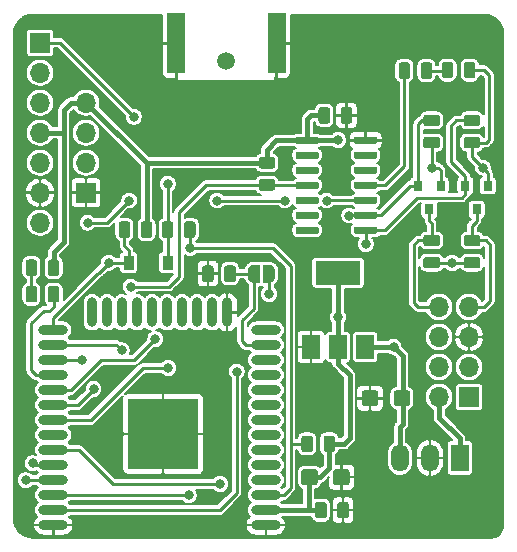
<source format=gtl>
G04 #@! TF.GenerationSoftware,KiCad,Pcbnew,(5.1.5-0-10_14)*
G04 #@! TF.CreationDate,2020-12-13T17:31:02+01:00*
G04 #@! TF.ProjectId,ithowifi,6974686f-7769-4666-992e-6b696361645f,rev?*
G04 #@! TF.SameCoordinates,Original*
G04 #@! TF.FileFunction,Copper,L1,Top*
G04 #@! TF.FilePolarity,Positive*
%FSLAX46Y46*%
G04 Gerber Fmt 4.6, Leading zero omitted, Abs format (unit mm)*
G04 Created by KiCad (PCBNEW (5.1.5-0-10_14)) date 2020-12-13 17:31:02*
%MOMM*%
%LPD*%
G04 APERTURE LIST*
%ADD10O,1.700000X1.700000*%
%ADD11R,1.700000X1.700000*%
%ADD12C,0.100000*%
%ADD13C,1.500000*%
%ADD14R,1.500000X2.000000*%
%ADD15R,3.800000X2.000000*%
%ADD16O,2.500000X0.900000*%
%ADD17O,0.900000X2.500000*%
%ADD18R,6.000000X6.000000*%
%ADD19R,0.900000X1.200000*%
%ADD20R,1.500000X5.080000*%
%ADD21R,0.800000X0.900000*%
%ADD22O,1.500000X2.300000*%
%ADD23R,1.500000X2.300000*%
%ADD24C,0.800000*%
%ADD25C,0.254000*%
%ADD26C,0.406400*%
%ADD27C,0.250000*%
%ADD28C,0.203200*%
G04 APERTURE END LIST*
D10*
X89611200Y-112877600D03*
X89611200Y-115417600D03*
X89611200Y-117957600D03*
D11*
X89611200Y-120497600D03*
G04 #@! TA.AperFunction,SMDPad,CuDef*
D12*
G36*
X103805200Y-128104998D02*
G01*
X103780666Y-128104998D01*
X103731835Y-128100188D01*
X103683710Y-128090616D01*
X103636755Y-128076372D01*
X103591422Y-128057595D01*
X103548149Y-128034464D01*
X103507350Y-128007204D01*
X103469421Y-127976076D01*
X103434724Y-127941379D01*
X103403596Y-127903450D01*
X103376336Y-127862651D01*
X103353205Y-127819378D01*
X103334428Y-127774045D01*
X103320184Y-127727090D01*
X103310612Y-127678965D01*
X103305802Y-127630134D01*
X103305802Y-127605600D01*
X103305200Y-127605600D01*
X103305200Y-127105600D01*
X103305802Y-127105600D01*
X103305802Y-127081066D01*
X103310612Y-127032235D01*
X103320184Y-126984110D01*
X103334428Y-126937155D01*
X103353205Y-126891822D01*
X103376336Y-126848549D01*
X103403596Y-126807750D01*
X103434724Y-126769821D01*
X103469421Y-126735124D01*
X103507350Y-126703996D01*
X103548149Y-126676736D01*
X103591422Y-126653605D01*
X103636755Y-126634828D01*
X103683710Y-126620584D01*
X103731835Y-126611012D01*
X103780666Y-126606202D01*
X103805200Y-126606202D01*
X103805200Y-126605600D01*
X104305200Y-126605600D01*
X104305200Y-128105600D01*
X103805200Y-128105600D01*
X103805200Y-128104998D01*
G37*
G04 #@! TD.AperFunction*
G04 #@! TA.AperFunction,SMDPad,CuDef*
G36*
X104605200Y-126605600D02*
G01*
X105105200Y-126605600D01*
X105105200Y-126606202D01*
X105129734Y-126606202D01*
X105178565Y-126611012D01*
X105226690Y-126620584D01*
X105273645Y-126634828D01*
X105318978Y-126653605D01*
X105362251Y-126676736D01*
X105403050Y-126703996D01*
X105440979Y-126735124D01*
X105475676Y-126769821D01*
X105506804Y-126807750D01*
X105534064Y-126848549D01*
X105557195Y-126891822D01*
X105575972Y-126937155D01*
X105590216Y-126984110D01*
X105599788Y-127032235D01*
X105604598Y-127081066D01*
X105604598Y-127105600D01*
X105605200Y-127105600D01*
X105605200Y-127605600D01*
X105604598Y-127605600D01*
X105604598Y-127630134D01*
X105599788Y-127678965D01*
X105590216Y-127727090D01*
X105575972Y-127774045D01*
X105557195Y-127819378D01*
X105534064Y-127862651D01*
X105506804Y-127903450D01*
X105475676Y-127941379D01*
X105440979Y-127976076D01*
X105403050Y-128007204D01*
X105362251Y-128034464D01*
X105318978Y-128057595D01*
X105273645Y-128076372D01*
X105226690Y-128090616D01*
X105178565Y-128100188D01*
X105129734Y-128104998D01*
X105105200Y-128104998D01*
X105105200Y-128105600D01*
X104605200Y-128105600D01*
X104605200Y-126605600D01*
G37*
G04 #@! TD.AperFunction*
G04 #@! TA.AperFunction,SMDPad,CuDef*
G36*
X102070842Y-126656774D02*
G01*
X102094503Y-126660284D01*
X102117707Y-126666096D01*
X102140229Y-126674154D01*
X102161853Y-126684382D01*
X102182370Y-126696679D01*
X102201583Y-126710929D01*
X102219307Y-126726993D01*
X102235371Y-126744717D01*
X102249621Y-126763930D01*
X102261918Y-126784447D01*
X102272146Y-126806071D01*
X102280204Y-126828593D01*
X102286016Y-126851797D01*
X102289526Y-126875458D01*
X102290700Y-126899350D01*
X102290700Y-127811850D01*
X102289526Y-127835742D01*
X102286016Y-127859403D01*
X102280204Y-127882607D01*
X102272146Y-127905129D01*
X102261918Y-127926753D01*
X102249621Y-127947270D01*
X102235371Y-127966483D01*
X102219307Y-127984207D01*
X102201583Y-128000271D01*
X102182370Y-128014521D01*
X102161853Y-128026818D01*
X102140229Y-128037046D01*
X102117707Y-128045104D01*
X102094503Y-128050916D01*
X102070842Y-128054426D01*
X102046950Y-128055600D01*
X101559450Y-128055600D01*
X101535558Y-128054426D01*
X101511897Y-128050916D01*
X101488693Y-128045104D01*
X101466171Y-128037046D01*
X101444547Y-128026818D01*
X101424030Y-128014521D01*
X101404817Y-128000271D01*
X101387093Y-127984207D01*
X101371029Y-127966483D01*
X101356779Y-127947270D01*
X101344482Y-127926753D01*
X101334254Y-127905129D01*
X101326196Y-127882607D01*
X101320384Y-127859403D01*
X101316874Y-127835742D01*
X101315700Y-127811850D01*
X101315700Y-126899350D01*
X101316874Y-126875458D01*
X101320384Y-126851797D01*
X101326196Y-126828593D01*
X101334254Y-126806071D01*
X101344482Y-126784447D01*
X101356779Y-126763930D01*
X101371029Y-126744717D01*
X101387093Y-126726993D01*
X101404817Y-126710929D01*
X101424030Y-126696679D01*
X101444547Y-126684382D01*
X101466171Y-126674154D01*
X101488693Y-126666096D01*
X101511897Y-126660284D01*
X101535558Y-126656774D01*
X101559450Y-126655600D01*
X102046950Y-126655600D01*
X102070842Y-126656774D01*
G37*
G04 #@! TD.AperFunction*
G04 #@! TA.AperFunction,SMDPad,CuDef*
G36*
X100195842Y-126656774D02*
G01*
X100219503Y-126660284D01*
X100242707Y-126666096D01*
X100265229Y-126674154D01*
X100286853Y-126684382D01*
X100307370Y-126696679D01*
X100326583Y-126710929D01*
X100344307Y-126726993D01*
X100360371Y-126744717D01*
X100374621Y-126763930D01*
X100386918Y-126784447D01*
X100397146Y-126806071D01*
X100405204Y-126828593D01*
X100411016Y-126851797D01*
X100414526Y-126875458D01*
X100415700Y-126899350D01*
X100415700Y-127811850D01*
X100414526Y-127835742D01*
X100411016Y-127859403D01*
X100405204Y-127882607D01*
X100397146Y-127905129D01*
X100386918Y-127926753D01*
X100374621Y-127947270D01*
X100360371Y-127966483D01*
X100344307Y-127984207D01*
X100326583Y-128000271D01*
X100307370Y-128014521D01*
X100286853Y-128026818D01*
X100265229Y-128037046D01*
X100242707Y-128045104D01*
X100219503Y-128050916D01*
X100195842Y-128054426D01*
X100171950Y-128055600D01*
X99684450Y-128055600D01*
X99660558Y-128054426D01*
X99636897Y-128050916D01*
X99613693Y-128045104D01*
X99591171Y-128037046D01*
X99569547Y-128026818D01*
X99549030Y-128014521D01*
X99529817Y-128000271D01*
X99512093Y-127984207D01*
X99496029Y-127966483D01*
X99481779Y-127947270D01*
X99469482Y-127926753D01*
X99459254Y-127905129D01*
X99451196Y-127882607D01*
X99445384Y-127859403D01*
X99441874Y-127835742D01*
X99440700Y-127811850D01*
X99440700Y-126899350D01*
X99441874Y-126875458D01*
X99445384Y-126851797D01*
X99451196Y-126828593D01*
X99459254Y-126806071D01*
X99469482Y-126784447D01*
X99481779Y-126763930D01*
X99496029Y-126744717D01*
X99512093Y-126726993D01*
X99529817Y-126710929D01*
X99549030Y-126696679D01*
X99569547Y-126684382D01*
X99591171Y-126674154D01*
X99613693Y-126666096D01*
X99636897Y-126660284D01*
X99660558Y-126656774D01*
X99684450Y-126655600D01*
X100171950Y-126655600D01*
X100195842Y-126656774D01*
G37*
G04 #@! TD.AperFunction*
G04 #@! TA.AperFunction,SMDPad,CuDef*
G36*
X114132705Y-137222804D02*
G01*
X114156973Y-137226404D01*
X114180772Y-137232365D01*
X114203871Y-137240630D01*
X114226050Y-137251120D01*
X114247093Y-137263732D01*
X114266799Y-137278347D01*
X114284977Y-137294823D01*
X114301453Y-137313001D01*
X114316068Y-137332707D01*
X114328680Y-137353750D01*
X114339170Y-137375929D01*
X114347435Y-137399028D01*
X114353396Y-137422827D01*
X114356996Y-137447095D01*
X114358200Y-137471599D01*
X114358200Y-138321601D01*
X114356996Y-138346105D01*
X114353396Y-138370373D01*
X114347435Y-138394172D01*
X114339170Y-138417271D01*
X114328680Y-138439450D01*
X114316068Y-138460493D01*
X114301453Y-138480199D01*
X114284977Y-138498377D01*
X114266799Y-138514853D01*
X114247093Y-138529468D01*
X114226050Y-138542080D01*
X114203871Y-138552570D01*
X114180772Y-138560835D01*
X114156973Y-138566796D01*
X114132705Y-138570396D01*
X114108201Y-138571600D01*
X113208199Y-138571600D01*
X113183695Y-138570396D01*
X113159427Y-138566796D01*
X113135628Y-138560835D01*
X113112529Y-138552570D01*
X113090350Y-138542080D01*
X113069307Y-138529468D01*
X113049601Y-138514853D01*
X113031423Y-138498377D01*
X113014947Y-138480199D01*
X113000332Y-138460493D01*
X112987720Y-138439450D01*
X112977230Y-138417271D01*
X112968965Y-138394172D01*
X112963004Y-138370373D01*
X112959404Y-138346105D01*
X112958200Y-138321601D01*
X112958200Y-137471599D01*
X112959404Y-137447095D01*
X112963004Y-137422827D01*
X112968965Y-137399028D01*
X112977230Y-137375929D01*
X112987720Y-137353750D01*
X113000332Y-137332707D01*
X113014947Y-137313001D01*
X113031423Y-137294823D01*
X113049601Y-137278347D01*
X113069307Y-137263732D01*
X113090350Y-137251120D01*
X113112529Y-137240630D01*
X113135628Y-137232365D01*
X113159427Y-137226404D01*
X113183695Y-137222804D01*
X113208199Y-137221600D01*
X114108201Y-137221600D01*
X114132705Y-137222804D01*
G37*
G04 #@! TD.AperFunction*
G04 #@! TA.AperFunction,SMDPad,CuDef*
G36*
X116832705Y-137222804D02*
G01*
X116856973Y-137226404D01*
X116880772Y-137232365D01*
X116903871Y-137240630D01*
X116926050Y-137251120D01*
X116947093Y-137263732D01*
X116966799Y-137278347D01*
X116984977Y-137294823D01*
X117001453Y-137313001D01*
X117016068Y-137332707D01*
X117028680Y-137353750D01*
X117039170Y-137375929D01*
X117047435Y-137399028D01*
X117053396Y-137422827D01*
X117056996Y-137447095D01*
X117058200Y-137471599D01*
X117058200Y-138321601D01*
X117056996Y-138346105D01*
X117053396Y-138370373D01*
X117047435Y-138394172D01*
X117039170Y-138417271D01*
X117028680Y-138439450D01*
X117016068Y-138460493D01*
X117001453Y-138480199D01*
X116984977Y-138498377D01*
X116966799Y-138514853D01*
X116947093Y-138529468D01*
X116926050Y-138542080D01*
X116903871Y-138552570D01*
X116880772Y-138560835D01*
X116856973Y-138566796D01*
X116832705Y-138570396D01*
X116808201Y-138571600D01*
X115908199Y-138571600D01*
X115883695Y-138570396D01*
X115859427Y-138566796D01*
X115835628Y-138560835D01*
X115812529Y-138552570D01*
X115790350Y-138542080D01*
X115769307Y-138529468D01*
X115749601Y-138514853D01*
X115731423Y-138498377D01*
X115714947Y-138480199D01*
X115700332Y-138460493D01*
X115687720Y-138439450D01*
X115677230Y-138417271D01*
X115668965Y-138394172D01*
X115663004Y-138370373D01*
X115659404Y-138346105D01*
X115658200Y-138321601D01*
X115658200Y-137471599D01*
X115659404Y-137447095D01*
X115663004Y-137422827D01*
X115668965Y-137399028D01*
X115677230Y-137375929D01*
X115687720Y-137353750D01*
X115700332Y-137332707D01*
X115714947Y-137313001D01*
X115731423Y-137294823D01*
X115749601Y-137278347D01*
X115769307Y-137263732D01*
X115790350Y-137251120D01*
X115812529Y-137240630D01*
X115835628Y-137232365D01*
X115859427Y-137226404D01*
X115883695Y-137222804D01*
X115908199Y-137221600D01*
X116808201Y-137221600D01*
X116832705Y-137222804D01*
G37*
G04 #@! TD.AperFunction*
G04 #@! TA.AperFunction,SMDPad,CuDef*
G36*
X111704905Y-143903004D02*
G01*
X111729173Y-143906604D01*
X111752972Y-143912565D01*
X111776071Y-143920830D01*
X111798250Y-143931320D01*
X111819293Y-143943932D01*
X111838999Y-143958547D01*
X111857177Y-143975023D01*
X111873653Y-143993201D01*
X111888268Y-144012907D01*
X111900880Y-144033950D01*
X111911370Y-144056129D01*
X111919635Y-144079228D01*
X111925596Y-144103027D01*
X111929196Y-144127295D01*
X111930400Y-144151799D01*
X111930400Y-145001801D01*
X111929196Y-145026305D01*
X111925596Y-145050573D01*
X111919635Y-145074372D01*
X111911370Y-145097471D01*
X111900880Y-145119650D01*
X111888268Y-145140693D01*
X111873653Y-145160399D01*
X111857177Y-145178577D01*
X111838999Y-145195053D01*
X111819293Y-145209668D01*
X111798250Y-145222280D01*
X111776071Y-145232770D01*
X111752972Y-145241035D01*
X111729173Y-145246996D01*
X111704905Y-145250596D01*
X111680401Y-145251800D01*
X110780399Y-145251800D01*
X110755895Y-145250596D01*
X110731627Y-145246996D01*
X110707828Y-145241035D01*
X110684729Y-145232770D01*
X110662550Y-145222280D01*
X110641507Y-145209668D01*
X110621801Y-145195053D01*
X110603623Y-145178577D01*
X110587147Y-145160399D01*
X110572532Y-145140693D01*
X110559920Y-145119650D01*
X110549430Y-145097471D01*
X110541165Y-145074372D01*
X110535204Y-145050573D01*
X110531604Y-145026305D01*
X110530400Y-145001801D01*
X110530400Y-144151799D01*
X110531604Y-144127295D01*
X110535204Y-144103027D01*
X110541165Y-144079228D01*
X110549430Y-144056129D01*
X110559920Y-144033950D01*
X110572532Y-144012907D01*
X110587147Y-143993201D01*
X110603623Y-143975023D01*
X110621801Y-143958547D01*
X110641507Y-143943932D01*
X110662550Y-143931320D01*
X110684729Y-143920830D01*
X110707828Y-143912565D01*
X110731627Y-143906604D01*
X110755895Y-143903004D01*
X110780399Y-143901800D01*
X111680401Y-143901800D01*
X111704905Y-143903004D01*
G37*
G04 #@! TD.AperFunction*
G04 #@! TA.AperFunction,SMDPad,CuDef*
G36*
X109004905Y-143903004D02*
G01*
X109029173Y-143906604D01*
X109052972Y-143912565D01*
X109076071Y-143920830D01*
X109098250Y-143931320D01*
X109119293Y-143943932D01*
X109138999Y-143958547D01*
X109157177Y-143975023D01*
X109173653Y-143993201D01*
X109188268Y-144012907D01*
X109200880Y-144033950D01*
X109211370Y-144056129D01*
X109219635Y-144079228D01*
X109225596Y-144103027D01*
X109229196Y-144127295D01*
X109230400Y-144151799D01*
X109230400Y-145001801D01*
X109229196Y-145026305D01*
X109225596Y-145050573D01*
X109219635Y-145074372D01*
X109211370Y-145097471D01*
X109200880Y-145119650D01*
X109188268Y-145140693D01*
X109173653Y-145160399D01*
X109157177Y-145178577D01*
X109138999Y-145195053D01*
X109119293Y-145209668D01*
X109098250Y-145222280D01*
X109076071Y-145232770D01*
X109052972Y-145241035D01*
X109029173Y-145246996D01*
X109004905Y-145250596D01*
X108980401Y-145251800D01*
X108080399Y-145251800D01*
X108055895Y-145250596D01*
X108031627Y-145246996D01*
X108007828Y-145241035D01*
X107984729Y-145232770D01*
X107962550Y-145222280D01*
X107941507Y-145209668D01*
X107921801Y-145195053D01*
X107903623Y-145178577D01*
X107887147Y-145160399D01*
X107872532Y-145140693D01*
X107859920Y-145119650D01*
X107849430Y-145097471D01*
X107841165Y-145074372D01*
X107835204Y-145050573D01*
X107831604Y-145026305D01*
X107830400Y-145001801D01*
X107830400Y-144151799D01*
X107831604Y-144127295D01*
X107835204Y-144103027D01*
X107841165Y-144079228D01*
X107849430Y-144056129D01*
X107859920Y-144033950D01*
X107872532Y-144012907D01*
X107887147Y-143993201D01*
X107903623Y-143975023D01*
X107921801Y-143958547D01*
X107941507Y-143943932D01*
X107962550Y-143931320D01*
X107984729Y-143920830D01*
X108007828Y-143912565D01*
X108031627Y-143906604D01*
X108055895Y-143903004D01*
X108080399Y-143901800D01*
X108980401Y-143901800D01*
X109004905Y-143903004D01*
G37*
G04 #@! TD.AperFunction*
D13*
X101498400Y-109347000D03*
X96164400Y-140944600D03*
X94208600Y-142849600D03*
X98044000Y-142849600D03*
X98044000Y-138988800D03*
X94208600Y-138988800D03*
G04 #@! TA.AperFunction,SMDPad,CuDef*
D12*
G36*
X85256042Y-128383974D02*
G01*
X85279703Y-128387484D01*
X85302907Y-128393296D01*
X85325429Y-128401354D01*
X85347053Y-128411582D01*
X85367570Y-128423879D01*
X85386783Y-128438129D01*
X85404507Y-128454193D01*
X85420571Y-128471917D01*
X85434821Y-128491130D01*
X85447118Y-128511647D01*
X85457346Y-128533271D01*
X85465404Y-128555793D01*
X85471216Y-128578997D01*
X85474726Y-128602658D01*
X85475900Y-128626550D01*
X85475900Y-129539050D01*
X85474726Y-129562942D01*
X85471216Y-129586603D01*
X85465404Y-129609807D01*
X85457346Y-129632329D01*
X85447118Y-129653953D01*
X85434821Y-129674470D01*
X85420571Y-129693683D01*
X85404507Y-129711407D01*
X85386783Y-129727471D01*
X85367570Y-129741721D01*
X85347053Y-129754018D01*
X85325429Y-129764246D01*
X85302907Y-129772304D01*
X85279703Y-129778116D01*
X85256042Y-129781626D01*
X85232150Y-129782800D01*
X84744650Y-129782800D01*
X84720758Y-129781626D01*
X84697097Y-129778116D01*
X84673893Y-129772304D01*
X84651371Y-129764246D01*
X84629747Y-129754018D01*
X84609230Y-129741721D01*
X84590017Y-129727471D01*
X84572293Y-129711407D01*
X84556229Y-129693683D01*
X84541979Y-129674470D01*
X84529682Y-129653953D01*
X84519454Y-129632329D01*
X84511396Y-129609807D01*
X84505584Y-129586603D01*
X84502074Y-129562942D01*
X84500900Y-129539050D01*
X84500900Y-128626550D01*
X84502074Y-128602658D01*
X84505584Y-128578997D01*
X84511396Y-128555793D01*
X84519454Y-128533271D01*
X84529682Y-128511647D01*
X84541979Y-128491130D01*
X84556229Y-128471917D01*
X84572293Y-128454193D01*
X84590017Y-128438129D01*
X84609230Y-128423879D01*
X84629747Y-128411582D01*
X84651371Y-128401354D01*
X84673893Y-128393296D01*
X84697097Y-128387484D01*
X84720758Y-128383974D01*
X84744650Y-128382800D01*
X85232150Y-128382800D01*
X85256042Y-128383974D01*
G37*
G04 #@! TD.AperFunction*
G04 #@! TA.AperFunction,SMDPad,CuDef*
G36*
X87131042Y-128383974D02*
G01*
X87154703Y-128387484D01*
X87177907Y-128393296D01*
X87200429Y-128401354D01*
X87222053Y-128411582D01*
X87242570Y-128423879D01*
X87261783Y-128438129D01*
X87279507Y-128454193D01*
X87295571Y-128471917D01*
X87309821Y-128491130D01*
X87322118Y-128511647D01*
X87332346Y-128533271D01*
X87340404Y-128555793D01*
X87346216Y-128578997D01*
X87349726Y-128602658D01*
X87350900Y-128626550D01*
X87350900Y-129539050D01*
X87349726Y-129562942D01*
X87346216Y-129586603D01*
X87340404Y-129609807D01*
X87332346Y-129632329D01*
X87322118Y-129653953D01*
X87309821Y-129674470D01*
X87295571Y-129693683D01*
X87279507Y-129711407D01*
X87261783Y-129727471D01*
X87242570Y-129741721D01*
X87222053Y-129754018D01*
X87200429Y-129764246D01*
X87177907Y-129772304D01*
X87154703Y-129778116D01*
X87131042Y-129781626D01*
X87107150Y-129782800D01*
X86619650Y-129782800D01*
X86595758Y-129781626D01*
X86572097Y-129778116D01*
X86548893Y-129772304D01*
X86526371Y-129764246D01*
X86504747Y-129754018D01*
X86484230Y-129741721D01*
X86465017Y-129727471D01*
X86447293Y-129711407D01*
X86431229Y-129693683D01*
X86416979Y-129674470D01*
X86404682Y-129653953D01*
X86394454Y-129632329D01*
X86386396Y-129609807D01*
X86380584Y-129586603D01*
X86377074Y-129562942D01*
X86375900Y-129539050D01*
X86375900Y-128626550D01*
X86377074Y-128602658D01*
X86380584Y-128578997D01*
X86386396Y-128555793D01*
X86394454Y-128533271D01*
X86404682Y-128511647D01*
X86416979Y-128491130D01*
X86431229Y-128471917D01*
X86447293Y-128454193D01*
X86465017Y-128438129D01*
X86484230Y-128423879D01*
X86504747Y-128411582D01*
X86526371Y-128401354D01*
X86548893Y-128393296D01*
X86572097Y-128387484D01*
X86595758Y-128383974D01*
X86619650Y-128382800D01*
X87107150Y-128382800D01*
X87131042Y-128383974D01*
G37*
G04 #@! TD.AperFunction*
G04 #@! TA.AperFunction,SMDPad,CuDef*
G36*
X85256042Y-126148774D02*
G01*
X85279703Y-126152284D01*
X85302907Y-126158096D01*
X85325429Y-126166154D01*
X85347053Y-126176382D01*
X85367570Y-126188679D01*
X85386783Y-126202929D01*
X85404507Y-126218993D01*
X85420571Y-126236717D01*
X85434821Y-126255930D01*
X85447118Y-126276447D01*
X85457346Y-126298071D01*
X85465404Y-126320593D01*
X85471216Y-126343797D01*
X85474726Y-126367458D01*
X85475900Y-126391350D01*
X85475900Y-127303850D01*
X85474726Y-127327742D01*
X85471216Y-127351403D01*
X85465404Y-127374607D01*
X85457346Y-127397129D01*
X85447118Y-127418753D01*
X85434821Y-127439270D01*
X85420571Y-127458483D01*
X85404507Y-127476207D01*
X85386783Y-127492271D01*
X85367570Y-127506521D01*
X85347053Y-127518818D01*
X85325429Y-127529046D01*
X85302907Y-127537104D01*
X85279703Y-127542916D01*
X85256042Y-127546426D01*
X85232150Y-127547600D01*
X84744650Y-127547600D01*
X84720758Y-127546426D01*
X84697097Y-127542916D01*
X84673893Y-127537104D01*
X84651371Y-127529046D01*
X84629747Y-127518818D01*
X84609230Y-127506521D01*
X84590017Y-127492271D01*
X84572293Y-127476207D01*
X84556229Y-127458483D01*
X84541979Y-127439270D01*
X84529682Y-127418753D01*
X84519454Y-127397129D01*
X84511396Y-127374607D01*
X84505584Y-127351403D01*
X84502074Y-127327742D01*
X84500900Y-127303850D01*
X84500900Y-126391350D01*
X84502074Y-126367458D01*
X84505584Y-126343797D01*
X84511396Y-126320593D01*
X84519454Y-126298071D01*
X84529682Y-126276447D01*
X84541979Y-126255930D01*
X84556229Y-126236717D01*
X84572293Y-126218993D01*
X84590017Y-126202929D01*
X84609230Y-126188679D01*
X84629747Y-126176382D01*
X84651371Y-126166154D01*
X84673893Y-126158096D01*
X84697097Y-126152284D01*
X84720758Y-126148774D01*
X84744650Y-126147600D01*
X85232150Y-126147600D01*
X85256042Y-126148774D01*
G37*
G04 #@! TD.AperFunction*
G04 #@! TA.AperFunction,SMDPad,CuDef*
G36*
X87131042Y-126148774D02*
G01*
X87154703Y-126152284D01*
X87177907Y-126158096D01*
X87200429Y-126166154D01*
X87222053Y-126176382D01*
X87242570Y-126188679D01*
X87261783Y-126202929D01*
X87279507Y-126218993D01*
X87295571Y-126236717D01*
X87309821Y-126255930D01*
X87322118Y-126276447D01*
X87332346Y-126298071D01*
X87340404Y-126320593D01*
X87346216Y-126343797D01*
X87349726Y-126367458D01*
X87350900Y-126391350D01*
X87350900Y-127303850D01*
X87349726Y-127327742D01*
X87346216Y-127351403D01*
X87340404Y-127374607D01*
X87332346Y-127397129D01*
X87322118Y-127418753D01*
X87309821Y-127439270D01*
X87295571Y-127458483D01*
X87279507Y-127476207D01*
X87261783Y-127492271D01*
X87242570Y-127506521D01*
X87222053Y-127518818D01*
X87200429Y-127529046D01*
X87177907Y-127537104D01*
X87154703Y-127542916D01*
X87131042Y-127546426D01*
X87107150Y-127547600D01*
X86619650Y-127547600D01*
X86595758Y-127546426D01*
X86572097Y-127542916D01*
X86548893Y-127537104D01*
X86526371Y-127529046D01*
X86504747Y-127518818D01*
X86484230Y-127506521D01*
X86465017Y-127492271D01*
X86447293Y-127476207D01*
X86431229Y-127458483D01*
X86416979Y-127439270D01*
X86404682Y-127418753D01*
X86394454Y-127397129D01*
X86386396Y-127374607D01*
X86380584Y-127351403D01*
X86377074Y-127327742D01*
X86375900Y-127303850D01*
X86375900Y-126391350D01*
X86377074Y-126367458D01*
X86380584Y-126343797D01*
X86386396Y-126320593D01*
X86394454Y-126298071D01*
X86404682Y-126276447D01*
X86416979Y-126255930D01*
X86431229Y-126236717D01*
X86447293Y-126218993D01*
X86465017Y-126202929D01*
X86484230Y-126188679D01*
X86504747Y-126176382D01*
X86526371Y-126166154D01*
X86548893Y-126158096D01*
X86572097Y-126152284D01*
X86595758Y-126148774D01*
X86619650Y-126147600D01*
X87107150Y-126147600D01*
X87131042Y-126148774D01*
G37*
G04 #@! TD.AperFunction*
D14*
X108647200Y-133553600D03*
X113247200Y-133553600D03*
X110947200Y-133553600D03*
D15*
X110947200Y-127253600D03*
D16*
X86839000Y-148619200D03*
X86839000Y-147349200D03*
X86839000Y-146079200D03*
X86839000Y-144809200D03*
X86839000Y-143539200D03*
X86839000Y-142269200D03*
X86839000Y-140999200D03*
X86839000Y-139729200D03*
X86839000Y-138459200D03*
X86839000Y-137189200D03*
X86839000Y-135919200D03*
X86839000Y-134649200D03*
X86839000Y-133379200D03*
X86839000Y-132109200D03*
D17*
X90124000Y-130619200D03*
X91394000Y-130619200D03*
X92664000Y-130619200D03*
X93934000Y-130619200D03*
X95204000Y-130619200D03*
X96474000Y-130619200D03*
X97744000Y-130619200D03*
X99014000Y-130619200D03*
X100284000Y-130619200D03*
X101554000Y-130619200D03*
D16*
X104839000Y-132109200D03*
X104839000Y-133379200D03*
X104839000Y-134649200D03*
X104839000Y-135919200D03*
X104839000Y-137189200D03*
X104839000Y-138459200D03*
X104839000Y-139729200D03*
X104839000Y-140999200D03*
X104839000Y-142269200D03*
X104839000Y-143539200D03*
X104839000Y-144809200D03*
X104839000Y-146079200D03*
X104839000Y-147349200D03*
X104839000Y-148619200D03*
D18*
X96139000Y-140919200D03*
G04 #@! TA.AperFunction,SMDPad,CuDef*
D12*
G36*
X95005042Y-122922974D02*
G01*
X95028703Y-122926484D01*
X95051907Y-122932296D01*
X95074429Y-122940354D01*
X95096053Y-122950582D01*
X95116570Y-122962879D01*
X95135783Y-122977129D01*
X95153507Y-122993193D01*
X95169571Y-123010917D01*
X95183821Y-123030130D01*
X95196118Y-123050647D01*
X95206346Y-123072271D01*
X95214404Y-123094793D01*
X95220216Y-123117997D01*
X95223726Y-123141658D01*
X95224900Y-123165550D01*
X95224900Y-124078050D01*
X95223726Y-124101942D01*
X95220216Y-124125603D01*
X95214404Y-124148807D01*
X95206346Y-124171329D01*
X95196118Y-124192953D01*
X95183821Y-124213470D01*
X95169571Y-124232683D01*
X95153507Y-124250407D01*
X95135783Y-124266471D01*
X95116570Y-124280721D01*
X95096053Y-124293018D01*
X95074429Y-124303246D01*
X95051907Y-124311304D01*
X95028703Y-124317116D01*
X95005042Y-124320626D01*
X94981150Y-124321800D01*
X94493650Y-124321800D01*
X94469758Y-124320626D01*
X94446097Y-124317116D01*
X94422893Y-124311304D01*
X94400371Y-124303246D01*
X94378747Y-124293018D01*
X94358230Y-124280721D01*
X94339017Y-124266471D01*
X94321293Y-124250407D01*
X94305229Y-124232683D01*
X94290979Y-124213470D01*
X94278682Y-124192953D01*
X94268454Y-124171329D01*
X94260396Y-124148807D01*
X94254584Y-124125603D01*
X94251074Y-124101942D01*
X94249900Y-124078050D01*
X94249900Y-123165550D01*
X94251074Y-123141658D01*
X94254584Y-123117997D01*
X94260396Y-123094793D01*
X94268454Y-123072271D01*
X94278682Y-123050647D01*
X94290979Y-123030130D01*
X94305229Y-123010917D01*
X94321293Y-122993193D01*
X94339017Y-122977129D01*
X94358230Y-122962879D01*
X94378747Y-122950582D01*
X94400371Y-122940354D01*
X94422893Y-122932296D01*
X94446097Y-122926484D01*
X94469758Y-122922974D01*
X94493650Y-122921800D01*
X94981150Y-122921800D01*
X95005042Y-122922974D01*
G37*
G04 #@! TD.AperFunction*
G04 #@! TA.AperFunction,SMDPad,CuDef*
G36*
X93130042Y-122922974D02*
G01*
X93153703Y-122926484D01*
X93176907Y-122932296D01*
X93199429Y-122940354D01*
X93221053Y-122950582D01*
X93241570Y-122962879D01*
X93260783Y-122977129D01*
X93278507Y-122993193D01*
X93294571Y-123010917D01*
X93308821Y-123030130D01*
X93321118Y-123050647D01*
X93331346Y-123072271D01*
X93339404Y-123094793D01*
X93345216Y-123117997D01*
X93348726Y-123141658D01*
X93349900Y-123165550D01*
X93349900Y-124078050D01*
X93348726Y-124101942D01*
X93345216Y-124125603D01*
X93339404Y-124148807D01*
X93331346Y-124171329D01*
X93321118Y-124192953D01*
X93308821Y-124213470D01*
X93294571Y-124232683D01*
X93278507Y-124250407D01*
X93260783Y-124266471D01*
X93241570Y-124280721D01*
X93221053Y-124293018D01*
X93199429Y-124303246D01*
X93176907Y-124311304D01*
X93153703Y-124317116D01*
X93130042Y-124320626D01*
X93106150Y-124321800D01*
X92618650Y-124321800D01*
X92594758Y-124320626D01*
X92571097Y-124317116D01*
X92547893Y-124311304D01*
X92525371Y-124303246D01*
X92503747Y-124293018D01*
X92483230Y-124280721D01*
X92464017Y-124266471D01*
X92446293Y-124250407D01*
X92430229Y-124232683D01*
X92415979Y-124213470D01*
X92403682Y-124192953D01*
X92393454Y-124171329D01*
X92385396Y-124148807D01*
X92379584Y-124125603D01*
X92376074Y-124101942D01*
X92374900Y-124078050D01*
X92374900Y-123165550D01*
X92376074Y-123141658D01*
X92379584Y-123117997D01*
X92385396Y-123094793D01*
X92393454Y-123072271D01*
X92403682Y-123050647D01*
X92415979Y-123030130D01*
X92430229Y-123010917D01*
X92446293Y-122993193D01*
X92464017Y-122977129D01*
X92483230Y-122962879D01*
X92503747Y-122950582D01*
X92525371Y-122940354D01*
X92547893Y-122932296D01*
X92571097Y-122926484D01*
X92594758Y-122922974D01*
X92618650Y-122921800D01*
X93106150Y-122921800D01*
X93130042Y-122922974D01*
G37*
G04 #@! TD.AperFunction*
G04 #@! TA.AperFunction,SMDPad,CuDef*
G36*
X110475942Y-141058574D02*
G01*
X110499603Y-141062084D01*
X110522807Y-141067896D01*
X110545329Y-141075954D01*
X110566953Y-141086182D01*
X110587470Y-141098479D01*
X110606683Y-141112729D01*
X110624407Y-141128793D01*
X110640471Y-141146517D01*
X110654721Y-141165730D01*
X110667018Y-141186247D01*
X110677246Y-141207871D01*
X110685304Y-141230393D01*
X110691116Y-141253597D01*
X110694626Y-141277258D01*
X110695800Y-141301150D01*
X110695800Y-142213650D01*
X110694626Y-142237542D01*
X110691116Y-142261203D01*
X110685304Y-142284407D01*
X110677246Y-142306929D01*
X110667018Y-142328553D01*
X110654721Y-142349070D01*
X110640471Y-142368283D01*
X110624407Y-142386007D01*
X110606683Y-142402071D01*
X110587470Y-142416321D01*
X110566953Y-142428618D01*
X110545329Y-142438846D01*
X110522807Y-142446904D01*
X110499603Y-142452716D01*
X110475942Y-142456226D01*
X110452050Y-142457400D01*
X109964550Y-142457400D01*
X109940658Y-142456226D01*
X109916997Y-142452716D01*
X109893793Y-142446904D01*
X109871271Y-142438846D01*
X109849647Y-142428618D01*
X109829130Y-142416321D01*
X109809917Y-142402071D01*
X109792193Y-142386007D01*
X109776129Y-142368283D01*
X109761879Y-142349070D01*
X109749582Y-142328553D01*
X109739354Y-142306929D01*
X109731296Y-142284407D01*
X109725484Y-142261203D01*
X109721974Y-142237542D01*
X109720800Y-142213650D01*
X109720800Y-141301150D01*
X109721974Y-141277258D01*
X109725484Y-141253597D01*
X109731296Y-141230393D01*
X109739354Y-141207871D01*
X109749582Y-141186247D01*
X109761879Y-141165730D01*
X109776129Y-141146517D01*
X109792193Y-141128793D01*
X109809917Y-141112729D01*
X109829130Y-141098479D01*
X109849647Y-141086182D01*
X109871271Y-141075954D01*
X109893793Y-141067896D01*
X109916997Y-141062084D01*
X109940658Y-141058574D01*
X109964550Y-141057400D01*
X110452050Y-141057400D01*
X110475942Y-141058574D01*
G37*
G04 #@! TD.AperFunction*
G04 #@! TA.AperFunction,SMDPad,CuDef*
G36*
X108600942Y-141058574D02*
G01*
X108624603Y-141062084D01*
X108647807Y-141067896D01*
X108670329Y-141075954D01*
X108691953Y-141086182D01*
X108712470Y-141098479D01*
X108731683Y-141112729D01*
X108749407Y-141128793D01*
X108765471Y-141146517D01*
X108779721Y-141165730D01*
X108792018Y-141186247D01*
X108802246Y-141207871D01*
X108810304Y-141230393D01*
X108816116Y-141253597D01*
X108819626Y-141277258D01*
X108820800Y-141301150D01*
X108820800Y-142213650D01*
X108819626Y-142237542D01*
X108816116Y-142261203D01*
X108810304Y-142284407D01*
X108802246Y-142306929D01*
X108792018Y-142328553D01*
X108779721Y-142349070D01*
X108765471Y-142368283D01*
X108749407Y-142386007D01*
X108731683Y-142402071D01*
X108712470Y-142416321D01*
X108691953Y-142428618D01*
X108670329Y-142438846D01*
X108647807Y-142446904D01*
X108624603Y-142452716D01*
X108600942Y-142456226D01*
X108577050Y-142457400D01*
X108089550Y-142457400D01*
X108065658Y-142456226D01*
X108041997Y-142452716D01*
X108018793Y-142446904D01*
X107996271Y-142438846D01*
X107974647Y-142428618D01*
X107954130Y-142416321D01*
X107934917Y-142402071D01*
X107917193Y-142386007D01*
X107901129Y-142368283D01*
X107886879Y-142349070D01*
X107874582Y-142328553D01*
X107864354Y-142306929D01*
X107856296Y-142284407D01*
X107850484Y-142261203D01*
X107846974Y-142237542D01*
X107845800Y-142213650D01*
X107845800Y-141301150D01*
X107846974Y-141277258D01*
X107850484Y-141253597D01*
X107856296Y-141230393D01*
X107864354Y-141207871D01*
X107874582Y-141186247D01*
X107886879Y-141165730D01*
X107901129Y-141146517D01*
X107917193Y-141128793D01*
X107934917Y-141112729D01*
X107954130Y-141098479D01*
X107974647Y-141086182D01*
X107996271Y-141075954D01*
X108018793Y-141067896D01*
X108041997Y-141062084D01*
X108065658Y-141058574D01*
X108089550Y-141057400D01*
X108577050Y-141057400D01*
X108600942Y-141058574D01*
G37*
G04 #@! TD.AperFunction*
D10*
X85725000Y-123037600D03*
X85725000Y-120497600D03*
X85725000Y-117957600D03*
X85725000Y-115417600D03*
X85725000Y-112877600D03*
X85725000Y-110337600D03*
D11*
X85725000Y-107797600D03*
D19*
X93220000Y-126415800D03*
X96520000Y-126415800D03*
G04 #@! TA.AperFunction,SMDPad,CuDef*
D12*
G36*
X111642042Y-146671974D02*
G01*
X111665703Y-146675484D01*
X111688907Y-146681296D01*
X111711429Y-146689354D01*
X111733053Y-146699582D01*
X111753570Y-146711879D01*
X111772783Y-146726129D01*
X111790507Y-146742193D01*
X111806571Y-146759917D01*
X111820821Y-146779130D01*
X111833118Y-146799647D01*
X111843346Y-146821271D01*
X111851404Y-146843793D01*
X111857216Y-146866997D01*
X111860726Y-146890658D01*
X111861900Y-146914550D01*
X111861900Y-147827050D01*
X111860726Y-147850942D01*
X111857216Y-147874603D01*
X111851404Y-147897807D01*
X111843346Y-147920329D01*
X111833118Y-147941953D01*
X111820821Y-147962470D01*
X111806571Y-147981683D01*
X111790507Y-147999407D01*
X111772783Y-148015471D01*
X111753570Y-148029721D01*
X111733053Y-148042018D01*
X111711429Y-148052246D01*
X111688907Y-148060304D01*
X111665703Y-148066116D01*
X111642042Y-148069626D01*
X111618150Y-148070800D01*
X111130650Y-148070800D01*
X111106758Y-148069626D01*
X111083097Y-148066116D01*
X111059893Y-148060304D01*
X111037371Y-148052246D01*
X111015747Y-148042018D01*
X110995230Y-148029721D01*
X110976017Y-148015471D01*
X110958293Y-147999407D01*
X110942229Y-147981683D01*
X110927979Y-147962470D01*
X110915682Y-147941953D01*
X110905454Y-147920329D01*
X110897396Y-147897807D01*
X110891584Y-147874603D01*
X110888074Y-147850942D01*
X110886900Y-147827050D01*
X110886900Y-146914550D01*
X110888074Y-146890658D01*
X110891584Y-146866997D01*
X110897396Y-146843793D01*
X110905454Y-146821271D01*
X110915682Y-146799647D01*
X110927979Y-146779130D01*
X110942229Y-146759917D01*
X110958293Y-146742193D01*
X110976017Y-146726129D01*
X110995230Y-146711879D01*
X111015747Y-146699582D01*
X111037371Y-146689354D01*
X111059893Y-146681296D01*
X111083097Y-146675484D01*
X111106758Y-146671974D01*
X111130650Y-146670800D01*
X111618150Y-146670800D01*
X111642042Y-146671974D01*
G37*
G04 #@! TD.AperFunction*
G04 #@! TA.AperFunction,SMDPad,CuDef*
G36*
X109767042Y-146671974D02*
G01*
X109790703Y-146675484D01*
X109813907Y-146681296D01*
X109836429Y-146689354D01*
X109858053Y-146699582D01*
X109878570Y-146711879D01*
X109897783Y-146726129D01*
X109915507Y-146742193D01*
X109931571Y-146759917D01*
X109945821Y-146779130D01*
X109958118Y-146799647D01*
X109968346Y-146821271D01*
X109976404Y-146843793D01*
X109982216Y-146866997D01*
X109985726Y-146890658D01*
X109986900Y-146914550D01*
X109986900Y-147827050D01*
X109985726Y-147850942D01*
X109982216Y-147874603D01*
X109976404Y-147897807D01*
X109968346Y-147920329D01*
X109958118Y-147941953D01*
X109945821Y-147962470D01*
X109931571Y-147981683D01*
X109915507Y-147999407D01*
X109897783Y-148015471D01*
X109878570Y-148029721D01*
X109858053Y-148042018D01*
X109836429Y-148052246D01*
X109813907Y-148060304D01*
X109790703Y-148066116D01*
X109767042Y-148069626D01*
X109743150Y-148070800D01*
X109255650Y-148070800D01*
X109231758Y-148069626D01*
X109208097Y-148066116D01*
X109184893Y-148060304D01*
X109162371Y-148052246D01*
X109140747Y-148042018D01*
X109120230Y-148029721D01*
X109101017Y-148015471D01*
X109083293Y-147999407D01*
X109067229Y-147981683D01*
X109052979Y-147962470D01*
X109040682Y-147941953D01*
X109030454Y-147920329D01*
X109022396Y-147897807D01*
X109016584Y-147874603D01*
X109013074Y-147850942D01*
X109011900Y-147827050D01*
X109011900Y-146914550D01*
X109013074Y-146890658D01*
X109016584Y-146866997D01*
X109022396Y-146843793D01*
X109030454Y-146821271D01*
X109040682Y-146799647D01*
X109052979Y-146779130D01*
X109067229Y-146759917D01*
X109083293Y-146742193D01*
X109101017Y-146726129D01*
X109120230Y-146711879D01*
X109140747Y-146699582D01*
X109162371Y-146689354D01*
X109184893Y-146681296D01*
X109208097Y-146675484D01*
X109231758Y-146671974D01*
X109255650Y-146670800D01*
X109743150Y-146670800D01*
X109767042Y-146671974D01*
G37*
G04 #@! TD.AperFunction*
G04 #@! TA.AperFunction,SMDPad,CuDef*
G36*
X96787642Y-122922974D02*
G01*
X96811303Y-122926484D01*
X96834507Y-122932296D01*
X96857029Y-122940354D01*
X96878653Y-122950582D01*
X96899170Y-122962879D01*
X96918383Y-122977129D01*
X96936107Y-122993193D01*
X96952171Y-123010917D01*
X96966421Y-123030130D01*
X96978718Y-123050647D01*
X96988946Y-123072271D01*
X96997004Y-123094793D01*
X97002816Y-123117997D01*
X97006326Y-123141658D01*
X97007500Y-123165550D01*
X97007500Y-124078050D01*
X97006326Y-124101942D01*
X97002816Y-124125603D01*
X96997004Y-124148807D01*
X96988946Y-124171329D01*
X96978718Y-124192953D01*
X96966421Y-124213470D01*
X96952171Y-124232683D01*
X96936107Y-124250407D01*
X96918383Y-124266471D01*
X96899170Y-124280721D01*
X96878653Y-124293018D01*
X96857029Y-124303246D01*
X96834507Y-124311304D01*
X96811303Y-124317116D01*
X96787642Y-124320626D01*
X96763750Y-124321800D01*
X96276250Y-124321800D01*
X96252358Y-124320626D01*
X96228697Y-124317116D01*
X96205493Y-124311304D01*
X96182971Y-124303246D01*
X96161347Y-124293018D01*
X96140830Y-124280721D01*
X96121617Y-124266471D01*
X96103893Y-124250407D01*
X96087829Y-124232683D01*
X96073579Y-124213470D01*
X96061282Y-124192953D01*
X96051054Y-124171329D01*
X96042996Y-124148807D01*
X96037184Y-124125603D01*
X96033674Y-124101942D01*
X96032500Y-124078050D01*
X96032500Y-123165550D01*
X96033674Y-123141658D01*
X96037184Y-123117997D01*
X96042996Y-123094793D01*
X96051054Y-123072271D01*
X96061282Y-123050647D01*
X96073579Y-123030130D01*
X96087829Y-123010917D01*
X96103893Y-122993193D01*
X96121617Y-122977129D01*
X96140830Y-122962879D01*
X96161347Y-122950582D01*
X96182971Y-122940354D01*
X96205493Y-122932296D01*
X96228697Y-122926484D01*
X96252358Y-122922974D01*
X96276250Y-122921800D01*
X96763750Y-122921800D01*
X96787642Y-122922974D01*
G37*
G04 #@! TD.AperFunction*
G04 #@! TA.AperFunction,SMDPad,CuDef*
G36*
X98662642Y-122922974D02*
G01*
X98686303Y-122926484D01*
X98709507Y-122932296D01*
X98732029Y-122940354D01*
X98753653Y-122950582D01*
X98774170Y-122962879D01*
X98793383Y-122977129D01*
X98811107Y-122993193D01*
X98827171Y-123010917D01*
X98841421Y-123030130D01*
X98853718Y-123050647D01*
X98863946Y-123072271D01*
X98872004Y-123094793D01*
X98877816Y-123117997D01*
X98881326Y-123141658D01*
X98882500Y-123165550D01*
X98882500Y-124078050D01*
X98881326Y-124101942D01*
X98877816Y-124125603D01*
X98872004Y-124148807D01*
X98863946Y-124171329D01*
X98853718Y-124192953D01*
X98841421Y-124213470D01*
X98827171Y-124232683D01*
X98811107Y-124250407D01*
X98793383Y-124266471D01*
X98774170Y-124280721D01*
X98753653Y-124293018D01*
X98732029Y-124303246D01*
X98709507Y-124311304D01*
X98686303Y-124317116D01*
X98662642Y-124320626D01*
X98638750Y-124321800D01*
X98151250Y-124321800D01*
X98127358Y-124320626D01*
X98103697Y-124317116D01*
X98080493Y-124311304D01*
X98057971Y-124303246D01*
X98036347Y-124293018D01*
X98015830Y-124280721D01*
X97996617Y-124266471D01*
X97978893Y-124250407D01*
X97962829Y-124232683D01*
X97948579Y-124213470D01*
X97936282Y-124192953D01*
X97926054Y-124171329D01*
X97917996Y-124148807D01*
X97912184Y-124125603D01*
X97908674Y-124101942D01*
X97907500Y-124078050D01*
X97907500Y-123165550D01*
X97908674Y-123141658D01*
X97912184Y-123117997D01*
X97917996Y-123094793D01*
X97926054Y-123072271D01*
X97936282Y-123050647D01*
X97948579Y-123030130D01*
X97962829Y-123010917D01*
X97978893Y-122993193D01*
X97996617Y-122977129D01*
X98015830Y-122962879D01*
X98036347Y-122950582D01*
X98057971Y-122940354D01*
X98080493Y-122932296D01*
X98103697Y-122926484D01*
X98127358Y-122922974D01*
X98151250Y-122921800D01*
X98638750Y-122921800D01*
X98662642Y-122922974D01*
G37*
G04 #@! TD.AperFunction*
D20*
X97248400Y-107848400D03*
X105748400Y-107848400D03*
G04 #@! TA.AperFunction,SMDPad,CuDef*
D12*
G36*
X118705542Y-109460974D02*
G01*
X118729203Y-109464484D01*
X118752407Y-109470296D01*
X118774929Y-109478354D01*
X118796553Y-109488582D01*
X118817070Y-109500879D01*
X118836283Y-109515129D01*
X118854007Y-109531193D01*
X118870071Y-109548917D01*
X118884321Y-109568130D01*
X118896618Y-109588647D01*
X118906846Y-109610271D01*
X118914904Y-109632793D01*
X118920716Y-109655997D01*
X118924226Y-109679658D01*
X118925400Y-109703550D01*
X118925400Y-110616050D01*
X118924226Y-110639942D01*
X118920716Y-110663603D01*
X118914904Y-110686807D01*
X118906846Y-110709329D01*
X118896618Y-110730953D01*
X118884321Y-110751470D01*
X118870071Y-110770683D01*
X118854007Y-110788407D01*
X118836283Y-110804471D01*
X118817070Y-110818721D01*
X118796553Y-110831018D01*
X118774929Y-110841246D01*
X118752407Y-110849304D01*
X118729203Y-110855116D01*
X118705542Y-110858626D01*
X118681650Y-110859800D01*
X118194150Y-110859800D01*
X118170258Y-110858626D01*
X118146597Y-110855116D01*
X118123393Y-110849304D01*
X118100871Y-110841246D01*
X118079247Y-110831018D01*
X118058730Y-110818721D01*
X118039517Y-110804471D01*
X118021793Y-110788407D01*
X118005729Y-110770683D01*
X117991479Y-110751470D01*
X117979182Y-110730953D01*
X117968954Y-110709329D01*
X117960896Y-110686807D01*
X117955084Y-110663603D01*
X117951574Y-110639942D01*
X117950400Y-110616050D01*
X117950400Y-109703550D01*
X117951574Y-109679658D01*
X117955084Y-109655997D01*
X117960896Y-109632793D01*
X117968954Y-109610271D01*
X117979182Y-109588647D01*
X117991479Y-109568130D01*
X118005729Y-109548917D01*
X118021793Y-109531193D01*
X118039517Y-109515129D01*
X118058730Y-109500879D01*
X118079247Y-109488582D01*
X118100871Y-109478354D01*
X118123393Y-109470296D01*
X118146597Y-109464484D01*
X118170258Y-109460974D01*
X118194150Y-109459800D01*
X118681650Y-109459800D01*
X118705542Y-109460974D01*
G37*
G04 #@! TD.AperFunction*
G04 #@! TA.AperFunction,SMDPad,CuDef*
G36*
X116830542Y-109460974D02*
G01*
X116854203Y-109464484D01*
X116877407Y-109470296D01*
X116899929Y-109478354D01*
X116921553Y-109488582D01*
X116942070Y-109500879D01*
X116961283Y-109515129D01*
X116979007Y-109531193D01*
X116995071Y-109548917D01*
X117009321Y-109568130D01*
X117021618Y-109588647D01*
X117031846Y-109610271D01*
X117039904Y-109632793D01*
X117045716Y-109655997D01*
X117049226Y-109679658D01*
X117050400Y-109703550D01*
X117050400Y-110616050D01*
X117049226Y-110639942D01*
X117045716Y-110663603D01*
X117039904Y-110686807D01*
X117031846Y-110709329D01*
X117021618Y-110730953D01*
X117009321Y-110751470D01*
X116995071Y-110770683D01*
X116979007Y-110788407D01*
X116961283Y-110804471D01*
X116942070Y-110818721D01*
X116921553Y-110831018D01*
X116899929Y-110841246D01*
X116877407Y-110849304D01*
X116854203Y-110855116D01*
X116830542Y-110858626D01*
X116806650Y-110859800D01*
X116319150Y-110859800D01*
X116295258Y-110858626D01*
X116271597Y-110855116D01*
X116248393Y-110849304D01*
X116225871Y-110841246D01*
X116204247Y-110831018D01*
X116183730Y-110818721D01*
X116164517Y-110804471D01*
X116146793Y-110788407D01*
X116130729Y-110770683D01*
X116116479Y-110751470D01*
X116104182Y-110730953D01*
X116093954Y-110709329D01*
X116085896Y-110686807D01*
X116080084Y-110663603D01*
X116076574Y-110639942D01*
X116075400Y-110616050D01*
X116075400Y-109703550D01*
X116076574Y-109679658D01*
X116080084Y-109655997D01*
X116085896Y-109632793D01*
X116093954Y-109610271D01*
X116104182Y-109588647D01*
X116116479Y-109568130D01*
X116130729Y-109548917D01*
X116146793Y-109531193D01*
X116164517Y-109515129D01*
X116183730Y-109500879D01*
X116204247Y-109488582D01*
X116225871Y-109478354D01*
X116248393Y-109470296D01*
X116271597Y-109464484D01*
X116295258Y-109460974D01*
X116319150Y-109459800D01*
X116806650Y-109459800D01*
X116830542Y-109460974D01*
G37*
G04 #@! TD.AperFunction*
G04 #@! TA.AperFunction,SMDPad,CuDef*
G36*
X105407542Y-119346274D02*
G01*
X105431203Y-119349784D01*
X105454407Y-119355596D01*
X105476929Y-119363654D01*
X105498553Y-119373882D01*
X105519070Y-119386179D01*
X105538283Y-119400429D01*
X105556007Y-119416493D01*
X105572071Y-119434217D01*
X105586321Y-119453430D01*
X105598618Y-119473947D01*
X105608846Y-119495571D01*
X105616904Y-119518093D01*
X105622716Y-119541297D01*
X105626226Y-119564958D01*
X105627400Y-119588850D01*
X105627400Y-120076350D01*
X105626226Y-120100242D01*
X105622716Y-120123903D01*
X105616904Y-120147107D01*
X105608846Y-120169629D01*
X105598618Y-120191253D01*
X105586321Y-120211770D01*
X105572071Y-120230983D01*
X105556007Y-120248707D01*
X105538283Y-120264771D01*
X105519070Y-120279021D01*
X105498553Y-120291318D01*
X105476929Y-120301546D01*
X105454407Y-120309604D01*
X105431203Y-120315416D01*
X105407542Y-120318926D01*
X105383650Y-120320100D01*
X104471150Y-120320100D01*
X104447258Y-120318926D01*
X104423597Y-120315416D01*
X104400393Y-120309604D01*
X104377871Y-120301546D01*
X104356247Y-120291318D01*
X104335730Y-120279021D01*
X104316517Y-120264771D01*
X104298793Y-120248707D01*
X104282729Y-120230983D01*
X104268479Y-120211770D01*
X104256182Y-120191253D01*
X104245954Y-120169629D01*
X104237896Y-120147107D01*
X104232084Y-120123903D01*
X104228574Y-120100242D01*
X104227400Y-120076350D01*
X104227400Y-119588850D01*
X104228574Y-119564958D01*
X104232084Y-119541297D01*
X104237896Y-119518093D01*
X104245954Y-119495571D01*
X104256182Y-119473947D01*
X104268479Y-119453430D01*
X104282729Y-119434217D01*
X104298793Y-119416493D01*
X104316517Y-119400429D01*
X104335730Y-119386179D01*
X104356247Y-119373882D01*
X104377871Y-119363654D01*
X104400393Y-119355596D01*
X104423597Y-119349784D01*
X104447258Y-119346274D01*
X104471150Y-119345100D01*
X105383650Y-119345100D01*
X105407542Y-119346274D01*
G37*
G04 #@! TD.AperFunction*
G04 #@! TA.AperFunction,SMDPad,CuDef*
G36*
X105407542Y-117471274D02*
G01*
X105431203Y-117474784D01*
X105454407Y-117480596D01*
X105476929Y-117488654D01*
X105498553Y-117498882D01*
X105519070Y-117511179D01*
X105538283Y-117525429D01*
X105556007Y-117541493D01*
X105572071Y-117559217D01*
X105586321Y-117578430D01*
X105598618Y-117598947D01*
X105608846Y-117620571D01*
X105616904Y-117643093D01*
X105622716Y-117666297D01*
X105626226Y-117689958D01*
X105627400Y-117713850D01*
X105627400Y-118201350D01*
X105626226Y-118225242D01*
X105622716Y-118248903D01*
X105616904Y-118272107D01*
X105608846Y-118294629D01*
X105598618Y-118316253D01*
X105586321Y-118336770D01*
X105572071Y-118355983D01*
X105556007Y-118373707D01*
X105538283Y-118389771D01*
X105519070Y-118404021D01*
X105498553Y-118416318D01*
X105476929Y-118426546D01*
X105454407Y-118434604D01*
X105431203Y-118440416D01*
X105407542Y-118443926D01*
X105383650Y-118445100D01*
X104471150Y-118445100D01*
X104447258Y-118443926D01*
X104423597Y-118440416D01*
X104400393Y-118434604D01*
X104377871Y-118426546D01*
X104356247Y-118416318D01*
X104335730Y-118404021D01*
X104316517Y-118389771D01*
X104298793Y-118373707D01*
X104282729Y-118355983D01*
X104268479Y-118336770D01*
X104256182Y-118316253D01*
X104245954Y-118294629D01*
X104237896Y-118272107D01*
X104232084Y-118248903D01*
X104228574Y-118225242D01*
X104227400Y-118201350D01*
X104227400Y-117713850D01*
X104228574Y-117689958D01*
X104232084Y-117666297D01*
X104237896Y-117643093D01*
X104245954Y-117620571D01*
X104256182Y-117598947D01*
X104268479Y-117578430D01*
X104282729Y-117559217D01*
X104298793Y-117541493D01*
X104316517Y-117525429D01*
X104335730Y-117511179D01*
X104356247Y-117498882D01*
X104377871Y-117488654D01*
X104400393Y-117480596D01*
X104423597Y-117474784D01*
X104447258Y-117471274D01*
X104471150Y-117470100D01*
X105383650Y-117470100D01*
X105407542Y-117471274D01*
G37*
G04 #@! TD.AperFunction*
G04 #@! TA.AperFunction,SMDPad,CuDef*
G36*
X120488142Y-109410174D02*
G01*
X120511803Y-109413684D01*
X120535007Y-109419496D01*
X120557529Y-109427554D01*
X120579153Y-109437782D01*
X120599670Y-109450079D01*
X120618883Y-109464329D01*
X120636607Y-109480393D01*
X120652671Y-109498117D01*
X120666921Y-109517330D01*
X120679218Y-109537847D01*
X120689446Y-109559471D01*
X120697504Y-109581993D01*
X120703316Y-109605197D01*
X120706826Y-109628858D01*
X120708000Y-109652750D01*
X120708000Y-110565250D01*
X120706826Y-110589142D01*
X120703316Y-110612803D01*
X120697504Y-110636007D01*
X120689446Y-110658529D01*
X120679218Y-110680153D01*
X120666921Y-110700670D01*
X120652671Y-110719883D01*
X120636607Y-110737607D01*
X120618883Y-110753671D01*
X120599670Y-110767921D01*
X120579153Y-110780218D01*
X120557529Y-110790446D01*
X120535007Y-110798504D01*
X120511803Y-110804316D01*
X120488142Y-110807826D01*
X120464250Y-110809000D01*
X119976750Y-110809000D01*
X119952858Y-110807826D01*
X119929197Y-110804316D01*
X119905993Y-110798504D01*
X119883471Y-110790446D01*
X119861847Y-110780218D01*
X119841330Y-110767921D01*
X119822117Y-110753671D01*
X119804393Y-110737607D01*
X119788329Y-110719883D01*
X119774079Y-110700670D01*
X119761782Y-110680153D01*
X119751554Y-110658529D01*
X119743496Y-110636007D01*
X119737684Y-110612803D01*
X119734174Y-110589142D01*
X119733000Y-110565250D01*
X119733000Y-109652750D01*
X119734174Y-109628858D01*
X119737684Y-109605197D01*
X119743496Y-109581993D01*
X119751554Y-109559471D01*
X119761782Y-109537847D01*
X119774079Y-109517330D01*
X119788329Y-109498117D01*
X119804393Y-109480393D01*
X119822117Y-109464329D01*
X119841330Y-109450079D01*
X119861847Y-109437782D01*
X119883471Y-109427554D01*
X119905993Y-109419496D01*
X119929197Y-109413684D01*
X119952858Y-109410174D01*
X119976750Y-109409000D01*
X120464250Y-109409000D01*
X120488142Y-109410174D01*
G37*
G04 #@! TD.AperFunction*
G04 #@! TA.AperFunction,SMDPad,CuDef*
G36*
X122363142Y-109410174D02*
G01*
X122386803Y-109413684D01*
X122410007Y-109419496D01*
X122432529Y-109427554D01*
X122454153Y-109437782D01*
X122474670Y-109450079D01*
X122493883Y-109464329D01*
X122511607Y-109480393D01*
X122527671Y-109498117D01*
X122541921Y-109517330D01*
X122554218Y-109537847D01*
X122564446Y-109559471D01*
X122572504Y-109581993D01*
X122578316Y-109605197D01*
X122581826Y-109628858D01*
X122583000Y-109652750D01*
X122583000Y-110565250D01*
X122581826Y-110589142D01*
X122578316Y-110612803D01*
X122572504Y-110636007D01*
X122564446Y-110658529D01*
X122554218Y-110680153D01*
X122541921Y-110700670D01*
X122527671Y-110719883D01*
X122511607Y-110737607D01*
X122493883Y-110753671D01*
X122474670Y-110767921D01*
X122454153Y-110780218D01*
X122432529Y-110790446D01*
X122410007Y-110798504D01*
X122386803Y-110804316D01*
X122363142Y-110807826D01*
X122339250Y-110809000D01*
X121851750Y-110809000D01*
X121827858Y-110807826D01*
X121804197Y-110804316D01*
X121780993Y-110798504D01*
X121758471Y-110790446D01*
X121736847Y-110780218D01*
X121716330Y-110767921D01*
X121697117Y-110753671D01*
X121679393Y-110737607D01*
X121663329Y-110719883D01*
X121649079Y-110700670D01*
X121636782Y-110680153D01*
X121626554Y-110658529D01*
X121618496Y-110636007D01*
X121612684Y-110612803D01*
X121609174Y-110589142D01*
X121608000Y-110565250D01*
X121608000Y-109652750D01*
X121609174Y-109628858D01*
X121612684Y-109605197D01*
X121618496Y-109581993D01*
X121626554Y-109559471D01*
X121636782Y-109537847D01*
X121649079Y-109517330D01*
X121663329Y-109498117D01*
X121679393Y-109480393D01*
X121697117Y-109464329D01*
X121716330Y-109450079D01*
X121736847Y-109437782D01*
X121758471Y-109427554D01*
X121780993Y-109419496D01*
X121804197Y-109413684D01*
X121827858Y-109410174D01*
X121851750Y-109409000D01*
X122339250Y-109409000D01*
X122363142Y-109410174D01*
G37*
G04 #@! TD.AperFunction*
G04 #@! TA.AperFunction,SMDPad,CuDef*
G36*
X119352142Y-125927174D02*
G01*
X119375803Y-125930684D01*
X119399007Y-125936496D01*
X119421529Y-125944554D01*
X119443153Y-125954782D01*
X119463670Y-125967079D01*
X119482883Y-125981329D01*
X119500607Y-125997393D01*
X119516671Y-126015117D01*
X119530921Y-126034330D01*
X119543218Y-126054847D01*
X119553446Y-126076471D01*
X119561504Y-126098993D01*
X119567316Y-126122197D01*
X119570826Y-126145858D01*
X119572000Y-126169750D01*
X119572000Y-126657250D01*
X119570826Y-126681142D01*
X119567316Y-126704803D01*
X119561504Y-126728007D01*
X119553446Y-126750529D01*
X119543218Y-126772153D01*
X119530921Y-126792670D01*
X119516671Y-126811883D01*
X119500607Y-126829607D01*
X119482883Y-126845671D01*
X119463670Y-126859921D01*
X119443153Y-126872218D01*
X119421529Y-126882446D01*
X119399007Y-126890504D01*
X119375803Y-126896316D01*
X119352142Y-126899826D01*
X119328250Y-126901000D01*
X118415750Y-126901000D01*
X118391858Y-126899826D01*
X118368197Y-126896316D01*
X118344993Y-126890504D01*
X118322471Y-126882446D01*
X118300847Y-126872218D01*
X118280330Y-126859921D01*
X118261117Y-126845671D01*
X118243393Y-126829607D01*
X118227329Y-126811883D01*
X118213079Y-126792670D01*
X118200782Y-126772153D01*
X118190554Y-126750529D01*
X118182496Y-126728007D01*
X118176684Y-126704803D01*
X118173174Y-126681142D01*
X118172000Y-126657250D01*
X118172000Y-126169750D01*
X118173174Y-126145858D01*
X118176684Y-126122197D01*
X118182496Y-126098993D01*
X118190554Y-126076471D01*
X118200782Y-126054847D01*
X118213079Y-126034330D01*
X118227329Y-126015117D01*
X118243393Y-125997393D01*
X118261117Y-125981329D01*
X118280330Y-125967079D01*
X118300847Y-125954782D01*
X118322471Y-125944554D01*
X118344993Y-125936496D01*
X118368197Y-125930684D01*
X118391858Y-125927174D01*
X118415750Y-125926000D01*
X119328250Y-125926000D01*
X119352142Y-125927174D01*
G37*
G04 #@! TD.AperFunction*
G04 #@! TA.AperFunction,SMDPad,CuDef*
G36*
X119352142Y-124052174D02*
G01*
X119375803Y-124055684D01*
X119399007Y-124061496D01*
X119421529Y-124069554D01*
X119443153Y-124079782D01*
X119463670Y-124092079D01*
X119482883Y-124106329D01*
X119500607Y-124122393D01*
X119516671Y-124140117D01*
X119530921Y-124159330D01*
X119543218Y-124179847D01*
X119553446Y-124201471D01*
X119561504Y-124223993D01*
X119567316Y-124247197D01*
X119570826Y-124270858D01*
X119572000Y-124294750D01*
X119572000Y-124782250D01*
X119570826Y-124806142D01*
X119567316Y-124829803D01*
X119561504Y-124853007D01*
X119553446Y-124875529D01*
X119543218Y-124897153D01*
X119530921Y-124917670D01*
X119516671Y-124936883D01*
X119500607Y-124954607D01*
X119482883Y-124970671D01*
X119463670Y-124984921D01*
X119443153Y-124997218D01*
X119421529Y-125007446D01*
X119399007Y-125015504D01*
X119375803Y-125021316D01*
X119352142Y-125024826D01*
X119328250Y-125026000D01*
X118415750Y-125026000D01*
X118391858Y-125024826D01*
X118368197Y-125021316D01*
X118344993Y-125015504D01*
X118322471Y-125007446D01*
X118300847Y-124997218D01*
X118280330Y-124984921D01*
X118261117Y-124970671D01*
X118243393Y-124954607D01*
X118227329Y-124936883D01*
X118213079Y-124917670D01*
X118200782Y-124897153D01*
X118190554Y-124875529D01*
X118182496Y-124853007D01*
X118176684Y-124829803D01*
X118173174Y-124806142D01*
X118172000Y-124782250D01*
X118172000Y-124294750D01*
X118173174Y-124270858D01*
X118176684Y-124247197D01*
X118182496Y-124223993D01*
X118190554Y-124201471D01*
X118200782Y-124179847D01*
X118213079Y-124159330D01*
X118227329Y-124140117D01*
X118243393Y-124122393D01*
X118261117Y-124106329D01*
X118280330Y-124092079D01*
X118300847Y-124079782D01*
X118322471Y-124069554D01*
X118344993Y-124061496D01*
X118368197Y-124055684D01*
X118391858Y-124052174D01*
X118415750Y-124051000D01*
X119328250Y-124051000D01*
X119352142Y-124052174D01*
G37*
G04 #@! TD.AperFunction*
G04 #@! TA.AperFunction,SMDPad,CuDef*
G36*
X122781142Y-125927174D02*
G01*
X122804803Y-125930684D01*
X122828007Y-125936496D01*
X122850529Y-125944554D01*
X122872153Y-125954782D01*
X122892670Y-125967079D01*
X122911883Y-125981329D01*
X122929607Y-125997393D01*
X122945671Y-126015117D01*
X122959921Y-126034330D01*
X122972218Y-126054847D01*
X122982446Y-126076471D01*
X122990504Y-126098993D01*
X122996316Y-126122197D01*
X122999826Y-126145858D01*
X123001000Y-126169750D01*
X123001000Y-126657250D01*
X122999826Y-126681142D01*
X122996316Y-126704803D01*
X122990504Y-126728007D01*
X122982446Y-126750529D01*
X122972218Y-126772153D01*
X122959921Y-126792670D01*
X122945671Y-126811883D01*
X122929607Y-126829607D01*
X122911883Y-126845671D01*
X122892670Y-126859921D01*
X122872153Y-126872218D01*
X122850529Y-126882446D01*
X122828007Y-126890504D01*
X122804803Y-126896316D01*
X122781142Y-126899826D01*
X122757250Y-126901000D01*
X121844750Y-126901000D01*
X121820858Y-126899826D01*
X121797197Y-126896316D01*
X121773993Y-126890504D01*
X121751471Y-126882446D01*
X121729847Y-126872218D01*
X121709330Y-126859921D01*
X121690117Y-126845671D01*
X121672393Y-126829607D01*
X121656329Y-126811883D01*
X121642079Y-126792670D01*
X121629782Y-126772153D01*
X121619554Y-126750529D01*
X121611496Y-126728007D01*
X121605684Y-126704803D01*
X121602174Y-126681142D01*
X121601000Y-126657250D01*
X121601000Y-126169750D01*
X121602174Y-126145858D01*
X121605684Y-126122197D01*
X121611496Y-126098993D01*
X121619554Y-126076471D01*
X121629782Y-126054847D01*
X121642079Y-126034330D01*
X121656329Y-126015117D01*
X121672393Y-125997393D01*
X121690117Y-125981329D01*
X121709330Y-125967079D01*
X121729847Y-125954782D01*
X121751471Y-125944554D01*
X121773993Y-125936496D01*
X121797197Y-125930684D01*
X121820858Y-125927174D01*
X121844750Y-125926000D01*
X122757250Y-125926000D01*
X122781142Y-125927174D01*
G37*
G04 #@! TD.AperFunction*
G04 #@! TA.AperFunction,SMDPad,CuDef*
G36*
X122781142Y-124052174D02*
G01*
X122804803Y-124055684D01*
X122828007Y-124061496D01*
X122850529Y-124069554D01*
X122872153Y-124079782D01*
X122892670Y-124092079D01*
X122911883Y-124106329D01*
X122929607Y-124122393D01*
X122945671Y-124140117D01*
X122959921Y-124159330D01*
X122972218Y-124179847D01*
X122982446Y-124201471D01*
X122990504Y-124223993D01*
X122996316Y-124247197D01*
X122999826Y-124270858D01*
X123001000Y-124294750D01*
X123001000Y-124782250D01*
X122999826Y-124806142D01*
X122996316Y-124829803D01*
X122990504Y-124853007D01*
X122982446Y-124875529D01*
X122972218Y-124897153D01*
X122959921Y-124917670D01*
X122945671Y-124936883D01*
X122929607Y-124954607D01*
X122911883Y-124970671D01*
X122892670Y-124984921D01*
X122872153Y-124997218D01*
X122850529Y-125007446D01*
X122828007Y-125015504D01*
X122804803Y-125021316D01*
X122781142Y-125024826D01*
X122757250Y-125026000D01*
X121844750Y-125026000D01*
X121820858Y-125024826D01*
X121797197Y-125021316D01*
X121773993Y-125015504D01*
X121751471Y-125007446D01*
X121729847Y-124997218D01*
X121709330Y-124984921D01*
X121690117Y-124970671D01*
X121672393Y-124954607D01*
X121656329Y-124936883D01*
X121642079Y-124917670D01*
X121629782Y-124897153D01*
X121619554Y-124875529D01*
X121611496Y-124853007D01*
X121605684Y-124829803D01*
X121602174Y-124806142D01*
X121601000Y-124782250D01*
X121601000Y-124294750D01*
X121602174Y-124270858D01*
X121605684Y-124247197D01*
X121611496Y-124223993D01*
X121619554Y-124201471D01*
X121629782Y-124179847D01*
X121642079Y-124159330D01*
X121656329Y-124140117D01*
X121672393Y-124122393D01*
X121690117Y-124106329D01*
X121709330Y-124092079D01*
X121729847Y-124079782D01*
X121751471Y-124069554D01*
X121773993Y-124061496D01*
X121797197Y-124055684D01*
X121820858Y-124052174D01*
X121844750Y-124051000D01*
X122757250Y-124051000D01*
X122781142Y-124052174D01*
G37*
G04 #@! TD.AperFunction*
G04 #@! TA.AperFunction,SMDPad,CuDef*
G36*
X119352142Y-113889174D02*
G01*
X119375803Y-113892684D01*
X119399007Y-113898496D01*
X119421529Y-113906554D01*
X119443153Y-113916782D01*
X119463670Y-113929079D01*
X119482883Y-113943329D01*
X119500607Y-113959393D01*
X119516671Y-113977117D01*
X119530921Y-113996330D01*
X119543218Y-114016847D01*
X119553446Y-114038471D01*
X119561504Y-114060993D01*
X119567316Y-114084197D01*
X119570826Y-114107858D01*
X119572000Y-114131750D01*
X119572000Y-114619250D01*
X119570826Y-114643142D01*
X119567316Y-114666803D01*
X119561504Y-114690007D01*
X119553446Y-114712529D01*
X119543218Y-114734153D01*
X119530921Y-114754670D01*
X119516671Y-114773883D01*
X119500607Y-114791607D01*
X119482883Y-114807671D01*
X119463670Y-114821921D01*
X119443153Y-114834218D01*
X119421529Y-114844446D01*
X119399007Y-114852504D01*
X119375803Y-114858316D01*
X119352142Y-114861826D01*
X119328250Y-114863000D01*
X118415750Y-114863000D01*
X118391858Y-114861826D01*
X118368197Y-114858316D01*
X118344993Y-114852504D01*
X118322471Y-114844446D01*
X118300847Y-114834218D01*
X118280330Y-114821921D01*
X118261117Y-114807671D01*
X118243393Y-114791607D01*
X118227329Y-114773883D01*
X118213079Y-114754670D01*
X118200782Y-114734153D01*
X118190554Y-114712529D01*
X118182496Y-114690007D01*
X118176684Y-114666803D01*
X118173174Y-114643142D01*
X118172000Y-114619250D01*
X118172000Y-114131750D01*
X118173174Y-114107858D01*
X118176684Y-114084197D01*
X118182496Y-114060993D01*
X118190554Y-114038471D01*
X118200782Y-114016847D01*
X118213079Y-113996330D01*
X118227329Y-113977117D01*
X118243393Y-113959393D01*
X118261117Y-113943329D01*
X118280330Y-113929079D01*
X118300847Y-113916782D01*
X118322471Y-113906554D01*
X118344993Y-113898496D01*
X118368197Y-113892684D01*
X118391858Y-113889174D01*
X118415750Y-113888000D01*
X119328250Y-113888000D01*
X119352142Y-113889174D01*
G37*
G04 #@! TD.AperFunction*
G04 #@! TA.AperFunction,SMDPad,CuDef*
G36*
X119352142Y-115764174D02*
G01*
X119375803Y-115767684D01*
X119399007Y-115773496D01*
X119421529Y-115781554D01*
X119443153Y-115791782D01*
X119463670Y-115804079D01*
X119482883Y-115818329D01*
X119500607Y-115834393D01*
X119516671Y-115852117D01*
X119530921Y-115871330D01*
X119543218Y-115891847D01*
X119553446Y-115913471D01*
X119561504Y-115935993D01*
X119567316Y-115959197D01*
X119570826Y-115982858D01*
X119572000Y-116006750D01*
X119572000Y-116494250D01*
X119570826Y-116518142D01*
X119567316Y-116541803D01*
X119561504Y-116565007D01*
X119553446Y-116587529D01*
X119543218Y-116609153D01*
X119530921Y-116629670D01*
X119516671Y-116648883D01*
X119500607Y-116666607D01*
X119482883Y-116682671D01*
X119463670Y-116696921D01*
X119443153Y-116709218D01*
X119421529Y-116719446D01*
X119399007Y-116727504D01*
X119375803Y-116733316D01*
X119352142Y-116736826D01*
X119328250Y-116738000D01*
X118415750Y-116738000D01*
X118391858Y-116736826D01*
X118368197Y-116733316D01*
X118344993Y-116727504D01*
X118322471Y-116719446D01*
X118300847Y-116709218D01*
X118280330Y-116696921D01*
X118261117Y-116682671D01*
X118243393Y-116666607D01*
X118227329Y-116648883D01*
X118213079Y-116629670D01*
X118200782Y-116609153D01*
X118190554Y-116587529D01*
X118182496Y-116565007D01*
X118176684Y-116541803D01*
X118173174Y-116518142D01*
X118172000Y-116494250D01*
X118172000Y-116006750D01*
X118173174Y-115982858D01*
X118176684Y-115959197D01*
X118182496Y-115935993D01*
X118190554Y-115913471D01*
X118200782Y-115891847D01*
X118213079Y-115871330D01*
X118227329Y-115852117D01*
X118243393Y-115834393D01*
X118261117Y-115818329D01*
X118280330Y-115804079D01*
X118300847Y-115791782D01*
X118322471Y-115781554D01*
X118344993Y-115773496D01*
X118368197Y-115767684D01*
X118391858Y-115764174D01*
X118415750Y-115763000D01*
X119328250Y-115763000D01*
X119352142Y-115764174D01*
G37*
G04 #@! TD.AperFunction*
G04 #@! TA.AperFunction,SMDPad,CuDef*
G36*
X122755742Y-115764174D02*
G01*
X122779403Y-115767684D01*
X122802607Y-115773496D01*
X122825129Y-115781554D01*
X122846753Y-115791782D01*
X122867270Y-115804079D01*
X122886483Y-115818329D01*
X122904207Y-115834393D01*
X122920271Y-115852117D01*
X122934521Y-115871330D01*
X122946818Y-115891847D01*
X122957046Y-115913471D01*
X122965104Y-115935993D01*
X122970916Y-115959197D01*
X122974426Y-115982858D01*
X122975600Y-116006750D01*
X122975600Y-116494250D01*
X122974426Y-116518142D01*
X122970916Y-116541803D01*
X122965104Y-116565007D01*
X122957046Y-116587529D01*
X122946818Y-116609153D01*
X122934521Y-116629670D01*
X122920271Y-116648883D01*
X122904207Y-116666607D01*
X122886483Y-116682671D01*
X122867270Y-116696921D01*
X122846753Y-116709218D01*
X122825129Y-116719446D01*
X122802607Y-116727504D01*
X122779403Y-116733316D01*
X122755742Y-116736826D01*
X122731850Y-116738000D01*
X121819350Y-116738000D01*
X121795458Y-116736826D01*
X121771797Y-116733316D01*
X121748593Y-116727504D01*
X121726071Y-116719446D01*
X121704447Y-116709218D01*
X121683930Y-116696921D01*
X121664717Y-116682671D01*
X121646993Y-116666607D01*
X121630929Y-116648883D01*
X121616679Y-116629670D01*
X121604382Y-116609153D01*
X121594154Y-116587529D01*
X121586096Y-116565007D01*
X121580284Y-116541803D01*
X121576774Y-116518142D01*
X121575600Y-116494250D01*
X121575600Y-116006750D01*
X121576774Y-115982858D01*
X121580284Y-115959197D01*
X121586096Y-115935993D01*
X121594154Y-115913471D01*
X121604382Y-115891847D01*
X121616679Y-115871330D01*
X121630929Y-115852117D01*
X121646993Y-115834393D01*
X121664717Y-115818329D01*
X121683930Y-115804079D01*
X121704447Y-115791782D01*
X121726071Y-115781554D01*
X121748593Y-115773496D01*
X121771797Y-115767684D01*
X121795458Y-115764174D01*
X121819350Y-115763000D01*
X122731850Y-115763000D01*
X122755742Y-115764174D01*
G37*
G04 #@! TD.AperFunction*
G04 #@! TA.AperFunction,SMDPad,CuDef*
G36*
X122755742Y-113889174D02*
G01*
X122779403Y-113892684D01*
X122802607Y-113898496D01*
X122825129Y-113906554D01*
X122846753Y-113916782D01*
X122867270Y-113929079D01*
X122886483Y-113943329D01*
X122904207Y-113959393D01*
X122920271Y-113977117D01*
X122934521Y-113996330D01*
X122946818Y-114016847D01*
X122957046Y-114038471D01*
X122965104Y-114060993D01*
X122970916Y-114084197D01*
X122974426Y-114107858D01*
X122975600Y-114131750D01*
X122975600Y-114619250D01*
X122974426Y-114643142D01*
X122970916Y-114666803D01*
X122965104Y-114690007D01*
X122957046Y-114712529D01*
X122946818Y-114734153D01*
X122934521Y-114754670D01*
X122920271Y-114773883D01*
X122904207Y-114791607D01*
X122886483Y-114807671D01*
X122867270Y-114821921D01*
X122846753Y-114834218D01*
X122825129Y-114844446D01*
X122802607Y-114852504D01*
X122779403Y-114858316D01*
X122755742Y-114861826D01*
X122731850Y-114863000D01*
X121819350Y-114863000D01*
X121795458Y-114861826D01*
X121771797Y-114858316D01*
X121748593Y-114852504D01*
X121726071Y-114844446D01*
X121704447Y-114834218D01*
X121683930Y-114821921D01*
X121664717Y-114807671D01*
X121646993Y-114791607D01*
X121630929Y-114773883D01*
X121616679Y-114754670D01*
X121604382Y-114734153D01*
X121594154Y-114712529D01*
X121586096Y-114690007D01*
X121580284Y-114666803D01*
X121576774Y-114643142D01*
X121575600Y-114619250D01*
X121575600Y-114131750D01*
X121576774Y-114107858D01*
X121580284Y-114084197D01*
X121586096Y-114060993D01*
X121594154Y-114038471D01*
X121604382Y-114016847D01*
X121616679Y-113996330D01*
X121630929Y-113977117D01*
X121646993Y-113959393D01*
X121664717Y-113943329D01*
X121683930Y-113929079D01*
X121704447Y-113916782D01*
X121726071Y-113906554D01*
X121748593Y-113898496D01*
X121771797Y-113892684D01*
X121795458Y-113889174D01*
X121819350Y-113888000D01*
X122731850Y-113888000D01*
X122755742Y-113889174D01*
G37*
G04 #@! TD.AperFunction*
G04 #@! TA.AperFunction,SMDPad,CuDef*
G36*
X110051042Y-113245574D02*
G01*
X110074703Y-113249084D01*
X110097907Y-113254896D01*
X110120429Y-113262954D01*
X110142053Y-113273182D01*
X110162570Y-113285479D01*
X110181783Y-113299729D01*
X110199507Y-113315793D01*
X110215571Y-113333517D01*
X110229821Y-113352730D01*
X110242118Y-113373247D01*
X110252346Y-113394871D01*
X110260404Y-113417393D01*
X110266216Y-113440597D01*
X110269726Y-113464258D01*
X110270900Y-113488150D01*
X110270900Y-114400650D01*
X110269726Y-114424542D01*
X110266216Y-114448203D01*
X110260404Y-114471407D01*
X110252346Y-114493929D01*
X110242118Y-114515553D01*
X110229821Y-114536070D01*
X110215571Y-114555283D01*
X110199507Y-114573007D01*
X110181783Y-114589071D01*
X110162570Y-114603321D01*
X110142053Y-114615618D01*
X110120429Y-114625846D01*
X110097907Y-114633904D01*
X110074703Y-114639716D01*
X110051042Y-114643226D01*
X110027150Y-114644400D01*
X109539650Y-114644400D01*
X109515758Y-114643226D01*
X109492097Y-114639716D01*
X109468893Y-114633904D01*
X109446371Y-114625846D01*
X109424747Y-114615618D01*
X109404230Y-114603321D01*
X109385017Y-114589071D01*
X109367293Y-114573007D01*
X109351229Y-114555283D01*
X109336979Y-114536070D01*
X109324682Y-114515553D01*
X109314454Y-114493929D01*
X109306396Y-114471407D01*
X109300584Y-114448203D01*
X109297074Y-114424542D01*
X109295900Y-114400650D01*
X109295900Y-113488150D01*
X109297074Y-113464258D01*
X109300584Y-113440597D01*
X109306396Y-113417393D01*
X109314454Y-113394871D01*
X109324682Y-113373247D01*
X109336979Y-113352730D01*
X109351229Y-113333517D01*
X109367293Y-113315793D01*
X109385017Y-113299729D01*
X109404230Y-113285479D01*
X109424747Y-113273182D01*
X109446371Y-113262954D01*
X109468893Y-113254896D01*
X109492097Y-113249084D01*
X109515758Y-113245574D01*
X109539650Y-113244400D01*
X110027150Y-113244400D01*
X110051042Y-113245574D01*
G37*
G04 #@! TD.AperFunction*
G04 #@! TA.AperFunction,SMDPad,CuDef*
G36*
X111926042Y-113245574D02*
G01*
X111949703Y-113249084D01*
X111972907Y-113254896D01*
X111995429Y-113262954D01*
X112017053Y-113273182D01*
X112037570Y-113285479D01*
X112056783Y-113299729D01*
X112074507Y-113315793D01*
X112090571Y-113333517D01*
X112104821Y-113352730D01*
X112117118Y-113373247D01*
X112127346Y-113394871D01*
X112135404Y-113417393D01*
X112141216Y-113440597D01*
X112144726Y-113464258D01*
X112145900Y-113488150D01*
X112145900Y-114400650D01*
X112144726Y-114424542D01*
X112141216Y-114448203D01*
X112135404Y-114471407D01*
X112127346Y-114493929D01*
X112117118Y-114515553D01*
X112104821Y-114536070D01*
X112090571Y-114555283D01*
X112074507Y-114573007D01*
X112056783Y-114589071D01*
X112037570Y-114603321D01*
X112017053Y-114615618D01*
X111995429Y-114625846D01*
X111972907Y-114633904D01*
X111949703Y-114639716D01*
X111926042Y-114643226D01*
X111902150Y-114644400D01*
X111414650Y-114644400D01*
X111390758Y-114643226D01*
X111367097Y-114639716D01*
X111343893Y-114633904D01*
X111321371Y-114625846D01*
X111299747Y-114615618D01*
X111279230Y-114603321D01*
X111260017Y-114589071D01*
X111242293Y-114573007D01*
X111226229Y-114555283D01*
X111211979Y-114536070D01*
X111199682Y-114515553D01*
X111189454Y-114493929D01*
X111181396Y-114471407D01*
X111175584Y-114448203D01*
X111172074Y-114424542D01*
X111170900Y-114400650D01*
X111170900Y-113488150D01*
X111172074Y-113464258D01*
X111175584Y-113440597D01*
X111181396Y-113417393D01*
X111189454Y-113394871D01*
X111199682Y-113373247D01*
X111211979Y-113352730D01*
X111226229Y-113333517D01*
X111242293Y-113315793D01*
X111260017Y-113299729D01*
X111279230Y-113285479D01*
X111299747Y-113273182D01*
X111321371Y-113262954D01*
X111343893Y-113254896D01*
X111367097Y-113249084D01*
X111390758Y-113245574D01*
X111414650Y-113244400D01*
X111902150Y-113244400D01*
X111926042Y-113245574D01*
G37*
G04 #@! TD.AperFunction*
D21*
X118684000Y-121904000D03*
X117734000Y-119904000D03*
X119634000Y-119904000D03*
X122682000Y-121904000D03*
X121732000Y-119904000D03*
X123632000Y-119904000D03*
G04 #@! TA.AperFunction,SMDPad,CuDef*
D12*
G36*
X109173703Y-115753322D02*
G01*
X109188264Y-115755482D01*
X109202543Y-115759059D01*
X109216403Y-115764018D01*
X109229710Y-115770312D01*
X109242336Y-115777880D01*
X109254159Y-115786648D01*
X109265066Y-115796534D01*
X109274952Y-115807441D01*
X109283720Y-115819264D01*
X109291288Y-115831890D01*
X109297582Y-115845197D01*
X109302541Y-115859057D01*
X109306118Y-115873336D01*
X109308278Y-115887897D01*
X109309000Y-115902600D01*
X109309000Y-116202600D01*
X109308278Y-116217303D01*
X109306118Y-116231864D01*
X109302541Y-116246143D01*
X109297582Y-116260003D01*
X109291288Y-116273310D01*
X109283720Y-116285936D01*
X109274952Y-116297759D01*
X109265066Y-116308666D01*
X109254159Y-116318552D01*
X109242336Y-116327320D01*
X109229710Y-116334888D01*
X109216403Y-116341182D01*
X109202543Y-116346141D01*
X109188264Y-116349718D01*
X109173703Y-116351878D01*
X109159000Y-116352600D01*
X107509000Y-116352600D01*
X107494297Y-116351878D01*
X107479736Y-116349718D01*
X107465457Y-116346141D01*
X107451597Y-116341182D01*
X107438290Y-116334888D01*
X107425664Y-116327320D01*
X107413841Y-116318552D01*
X107402934Y-116308666D01*
X107393048Y-116297759D01*
X107384280Y-116285936D01*
X107376712Y-116273310D01*
X107370418Y-116260003D01*
X107365459Y-116246143D01*
X107361882Y-116231864D01*
X107359722Y-116217303D01*
X107359000Y-116202600D01*
X107359000Y-115902600D01*
X107359722Y-115887897D01*
X107361882Y-115873336D01*
X107365459Y-115859057D01*
X107370418Y-115845197D01*
X107376712Y-115831890D01*
X107384280Y-115819264D01*
X107393048Y-115807441D01*
X107402934Y-115796534D01*
X107413841Y-115786648D01*
X107425664Y-115777880D01*
X107438290Y-115770312D01*
X107451597Y-115764018D01*
X107465457Y-115759059D01*
X107479736Y-115755482D01*
X107494297Y-115753322D01*
X107509000Y-115752600D01*
X109159000Y-115752600D01*
X109173703Y-115753322D01*
G37*
G04 #@! TD.AperFunction*
G04 #@! TA.AperFunction,SMDPad,CuDef*
G36*
X109173703Y-117023322D02*
G01*
X109188264Y-117025482D01*
X109202543Y-117029059D01*
X109216403Y-117034018D01*
X109229710Y-117040312D01*
X109242336Y-117047880D01*
X109254159Y-117056648D01*
X109265066Y-117066534D01*
X109274952Y-117077441D01*
X109283720Y-117089264D01*
X109291288Y-117101890D01*
X109297582Y-117115197D01*
X109302541Y-117129057D01*
X109306118Y-117143336D01*
X109308278Y-117157897D01*
X109309000Y-117172600D01*
X109309000Y-117472600D01*
X109308278Y-117487303D01*
X109306118Y-117501864D01*
X109302541Y-117516143D01*
X109297582Y-117530003D01*
X109291288Y-117543310D01*
X109283720Y-117555936D01*
X109274952Y-117567759D01*
X109265066Y-117578666D01*
X109254159Y-117588552D01*
X109242336Y-117597320D01*
X109229710Y-117604888D01*
X109216403Y-117611182D01*
X109202543Y-117616141D01*
X109188264Y-117619718D01*
X109173703Y-117621878D01*
X109159000Y-117622600D01*
X107509000Y-117622600D01*
X107494297Y-117621878D01*
X107479736Y-117619718D01*
X107465457Y-117616141D01*
X107451597Y-117611182D01*
X107438290Y-117604888D01*
X107425664Y-117597320D01*
X107413841Y-117588552D01*
X107402934Y-117578666D01*
X107393048Y-117567759D01*
X107384280Y-117555936D01*
X107376712Y-117543310D01*
X107370418Y-117530003D01*
X107365459Y-117516143D01*
X107361882Y-117501864D01*
X107359722Y-117487303D01*
X107359000Y-117472600D01*
X107359000Y-117172600D01*
X107359722Y-117157897D01*
X107361882Y-117143336D01*
X107365459Y-117129057D01*
X107370418Y-117115197D01*
X107376712Y-117101890D01*
X107384280Y-117089264D01*
X107393048Y-117077441D01*
X107402934Y-117066534D01*
X107413841Y-117056648D01*
X107425664Y-117047880D01*
X107438290Y-117040312D01*
X107451597Y-117034018D01*
X107465457Y-117029059D01*
X107479736Y-117025482D01*
X107494297Y-117023322D01*
X107509000Y-117022600D01*
X109159000Y-117022600D01*
X109173703Y-117023322D01*
G37*
G04 #@! TD.AperFunction*
G04 #@! TA.AperFunction,SMDPad,CuDef*
G36*
X109173703Y-118293322D02*
G01*
X109188264Y-118295482D01*
X109202543Y-118299059D01*
X109216403Y-118304018D01*
X109229710Y-118310312D01*
X109242336Y-118317880D01*
X109254159Y-118326648D01*
X109265066Y-118336534D01*
X109274952Y-118347441D01*
X109283720Y-118359264D01*
X109291288Y-118371890D01*
X109297582Y-118385197D01*
X109302541Y-118399057D01*
X109306118Y-118413336D01*
X109308278Y-118427897D01*
X109309000Y-118442600D01*
X109309000Y-118742600D01*
X109308278Y-118757303D01*
X109306118Y-118771864D01*
X109302541Y-118786143D01*
X109297582Y-118800003D01*
X109291288Y-118813310D01*
X109283720Y-118825936D01*
X109274952Y-118837759D01*
X109265066Y-118848666D01*
X109254159Y-118858552D01*
X109242336Y-118867320D01*
X109229710Y-118874888D01*
X109216403Y-118881182D01*
X109202543Y-118886141D01*
X109188264Y-118889718D01*
X109173703Y-118891878D01*
X109159000Y-118892600D01*
X107509000Y-118892600D01*
X107494297Y-118891878D01*
X107479736Y-118889718D01*
X107465457Y-118886141D01*
X107451597Y-118881182D01*
X107438290Y-118874888D01*
X107425664Y-118867320D01*
X107413841Y-118858552D01*
X107402934Y-118848666D01*
X107393048Y-118837759D01*
X107384280Y-118825936D01*
X107376712Y-118813310D01*
X107370418Y-118800003D01*
X107365459Y-118786143D01*
X107361882Y-118771864D01*
X107359722Y-118757303D01*
X107359000Y-118742600D01*
X107359000Y-118442600D01*
X107359722Y-118427897D01*
X107361882Y-118413336D01*
X107365459Y-118399057D01*
X107370418Y-118385197D01*
X107376712Y-118371890D01*
X107384280Y-118359264D01*
X107393048Y-118347441D01*
X107402934Y-118336534D01*
X107413841Y-118326648D01*
X107425664Y-118317880D01*
X107438290Y-118310312D01*
X107451597Y-118304018D01*
X107465457Y-118299059D01*
X107479736Y-118295482D01*
X107494297Y-118293322D01*
X107509000Y-118292600D01*
X109159000Y-118292600D01*
X109173703Y-118293322D01*
G37*
G04 #@! TD.AperFunction*
G04 #@! TA.AperFunction,SMDPad,CuDef*
G36*
X109173703Y-119563322D02*
G01*
X109188264Y-119565482D01*
X109202543Y-119569059D01*
X109216403Y-119574018D01*
X109229710Y-119580312D01*
X109242336Y-119587880D01*
X109254159Y-119596648D01*
X109265066Y-119606534D01*
X109274952Y-119617441D01*
X109283720Y-119629264D01*
X109291288Y-119641890D01*
X109297582Y-119655197D01*
X109302541Y-119669057D01*
X109306118Y-119683336D01*
X109308278Y-119697897D01*
X109309000Y-119712600D01*
X109309000Y-120012600D01*
X109308278Y-120027303D01*
X109306118Y-120041864D01*
X109302541Y-120056143D01*
X109297582Y-120070003D01*
X109291288Y-120083310D01*
X109283720Y-120095936D01*
X109274952Y-120107759D01*
X109265066Y-120118666D01*
X109254159Y-120128552D01*
X109242336Y-120137320D01*
X109229710Y-120144888D01*
X109216403Y-120151182D01*
X109202543Y-120156141D01*
X109188264Y-120159718D01*
X109173703Y-120161878D01*
X109159000Y-120162600D01*
X107509000Y-120162600D01*
X107494297Y-120161878D01*
X107479736Y-120159718D01*
X107465457Y-120156141D01*
X107451597Y-120151182D01*
X107438290Y-120144888D01*
X107425664Y-120137320D01*
X107413841Y-120128552D01*
X107402934Y-120118666D01*
X107393048Y-120107759D01*
X107384280Y-120095936D01*
X107376712Y-120083310D01*
X107370418Y-120070003D01*
X107365459Y-120056143D01*
X107361882Y-120041864D01*
X107359722Y-120027303D01*
X107359000Y-120012600D01*
X107359000Y-119712600D01*
X107359722Y-119697897D01*
X107361882Y-119683336D01*
X107365459Y-119669057D01*
X107370418Y-119655197D01*
X107376712Y-119641890D01*
X107384280Y-119629264D01*
X107393048Y-119617441D01*
X107402934Y-119606534D01*
X107413841Y-119596648D01*
X107425664Y-119587880D01*
X107438290Y-119580312D01*
X107451597Y-119574018D01*
X107465457Y-119569059D01*
X107479736Y-119565482D01*
X107494297Y-119563322D01*
X107509000Y-119562600D01*
X109159000Y-119562600D01*
X109173703Y-119563322D01*
G37*
G04 #@! TD.AperFunction*
G04 #@! TA.AperFunction,SMDPad,CuDef*
G36*
X109173703Y-120833322D02*
G01*
X109188264Y-120835482D01*
X109202543Y-120839059D01*
X109216403Y-120844018D01*
X109229710Y-120850312D01*
X109242336Y-120857880D01*
X109254159Y-120866648D01*
X109265066Y-120876534D01*
X109274952Y-120887441D01*
X109283720Y-120899264D01*
X109291288Y-120911890D01*
X109297582Y-120925197D01*
X109302541Y-120939057D01*
X109306118Y-120953336D01*
X109308278Y-120967897D01*
X109309000Y-120982600D01*
X109309000Y-121282600D01*
X109308278Y-121297303D01*
X109306118Y-121311864D01*
X109302541Y-121326143D01*
X109297582Y-121340003D01*
X109291288Y-121353310D01*
X109283720Y-121365936D01*
X109274952Y-121377759D01*
X109265066Y-121388666D01*
X109254159Y-121398552D01*
X109242336Y-121407320D01*
X109229710Y-121414888D01*
X109216403Y-121421182D01*
X109202543Y-121426141D01*
X109188264Y-121429718D01*
X109173703Y-121431878D01*
X109159000Y-121432600D01*
X107509000Y-121432600D01*
X107494297Y-121431878D01*
X107479736Y-121429718D01*
X107465457Y-121426141D01*
X107451597Y-121421182D01*
X107438290Y-121414888D01*
X107425664Y-121407320D01*
X107413841Y-121398552D01*
X107402934Y-121388666D01*
X107393048Y-121377759D01*
X107384280Y-121365936D01*
X107376712Y-121353310D01*
X107370418Y-121340003D01*
X107365459Y-121326143D01*
X107361882Y-121311864D01*
X107359722Y-121297303D01*
X107359000Y-121282600D01*
X107359000Y-120982600D01*
X107359722Y-120967897D01*
X107361882Y-120953336D01*
X107365459Y-120939057D01*
X107370418Y-120925197D01*
X107376712Y-120911890D01*
X107384280Y-120899264D01*
X107393048Y-120887441D01*
X107402934Y-120876534D01*
X107413841Y-120866648D01*
X107425664Y-120857880D01*
X107438290Y-120850312D01*
X107451597Y-120844018D01*
X107465457Y-120839059D01*
X107479736Y-120835482D01*
X107494297Y-120833322D01*
X107509000Y-120832600D01*
X109159000Y-120832600D01*
X109173703Y-120833322D01*
G37*
G04 #@! TD.AperFunction*
G04 #@! TA.AperFunction,SMDPad,CuDef*
G36*
X109173703Y-122103322D02*
G01*
X109188264Y-122105482D01*
X109202543Y-122109059D01*
X109216403Y-122114018D01*
X109229710Y-122120312D01*
X109242336Y-122127880D01*
X109254159Y-122136648D01*
X109265066Y-122146534D01*
X109274952Y-122157441D01*
X109283720Y-122169264D01*
X109291288Y-122181890D01*
X109297582Y-122195197D01*
X109302541Y-122209057D01*
X109306118Y-122223336D01*
X109308278Y-122237897D01*
X109309000Y-122252600D01*
X109309000Y-122552600D01*
X109308278Y-122567303D01*
X109306118Y-122581864D01*
X109302541Y-122596143D01*
X109297582Y-122610003D01*
X109291288Y-122623310D01*
X109283720Y-122635936D01*
X109274952Y-122647759D01*
X109265066Y-122658666D01*
X109254159Y-122668552D01*
X109242336Y-122677320D01*
X109229710Y-122684888D01*
X109216403Y-122691182D01*
X109202543Y-122696141D01*
X109188264Y-122699718D01*
X109173703Y-122701878D01*
X109159000Y-122702600D01*
X107509000Y-122702600D01*
X107494297Y-122701878D01*
X107479736Y-122699718D01*
X107465457Y-122696141D01*
X107451597Y-122691182D01*
X107438290Y-122684888D01*
X107425664Y-122677320D01*
X107413841Y-122668552D01*
X107402934Y-122658666D01*
X107393048Y-122647759D01*
X107384280Y-122635936D01*
X107376712Y-122623310D01*
X107370418Y-122610003D01*
X107365459Y-122596143D01*
X107361882Y-122581864D01*
X107359722Y-122567303D01*
X107359000Y-122552600D01*
X107359000Y-122252600D01*
X107359722Y-122237897D01*
X107361882Y-122223336D01*
X107365459Y-122209057D01*
X107370418Y-122195197D01*
X107376712Y-122181890D01*
X107384280Y-122169264D01*
X107393048Y-122157441D01*
X107402934Y-122146534D01*
X107413841Y-122136648D01*
X107425664Y-122127880D01*
X107438290Y-122120312D01*
X107451597Y-122114018D01*
X107465457Y-122109059D01*
X107479736Y-122105482D01*
X107494297Y-122103322D01*
X107509000Y-122102600D01*
X109159000Y-122102600D01*
X109173703Y-122103322D01*
G37*
G04 #@! TD.AperFunction*
G04 #@! TA.AperFunction,SMDPad,CuDef*
G36*
X109173703Y-123373322D02*
G01*
X109188264Y-123375482D01*
X109202543Y-123379059D01*
X109216403Y-123384018D01*
X109229710Y-123390312D01*
X109242336Y-123397880D01*
X109254159Y-123406648D01*
X109265066Y-123416534D01*
X109274952Y-123427441D01*
X109283720Y-123439264D01*
X109291288Y-123451890D01*
X109297582Y-123465197D01*
X109302541Y-123479057D01*
X109306118Y-123493336D01*
X109308278Y-123507897D01*
X109309000Y-123522600D01*
X109309000Y-123822600D01*
X109308278Y-123837303D01*
X109306118Y-123851864D01*
X109302541Y-123866143D01*
X109297582Y-123880003D01*
X109291288Y-123893310D01*
X109283720Y-123905936D01*
X109274952Y-123917759D01*
X109265066Y-123928666D01*
X109254159Y-123938552D01*
X109242336Y-123947320D01*
X109229710Y-123954888D01*
X109216403Y-123961182D01*
X109202543Y-123966141D01*
X109188264Y-123969718D01*
X109173703Y-123971878D01*
X109159000Y-123972600D01*
X107509000Y-123972600D01*
X107494297Y-123971878D01*
X107479736Y-123969718D01*
X107465457Y-123966141D01*
X107451597Y-123961182D01*
X107438290Y-123954888D01*
X107425664Y-123947320D01*
X107413841Y-123938552D01*
X107402934Y-123928666D01*
X107393048Y-123917759D01*
X107384280Y-123905936D01*
X107376712Y-123893310D01*
X107370418Y-123880003D01*
X107365459Y-123866143D01*
X107361882Y-123851864D01*
X107359722Y-123837303D01*
X107359000Y-123822600D01*
X107359000Y-123522600D01*
X107359722Y-123507897D01*
X107361882Y-123493336D01*
X107365459Y-123479057D01*
X107370418Y-123465197D01*
X107376712Y-123451890D01*
X107384280Y-123439264D01*
X107393048Y-123427441D01*
X107402934Y-123416534D01*
X107413841Y-123406648D01*
X107425664Y-123397880D01*
X107438290Y-123390312D01*
X107451597Y-123384018D01*
X107465457Y-123379059D01*
X107479736Y-123375482D01*
X107494297Y-123373322D01*
X107509000Y-123372600D01*
X109159000Y-123372600D01*
X109173703Y-123373322D01*
G37*
G04 #@! TD.AperFunction*
G04 #@! TA.AperFunction,SMDPad,CuDef*
G36*
X114123703Y-123373322D02*
G01*
X114138264Y-123375482D01*
X114152543Y-123379059D01*
X114166403Y-123384018D01*
X114179710Y-123390312D01*
X114192336Y-123397880D01*
X114204159Y-123406648D01*
X114215066Y-123416534D01*
X114224952Y-123427441D01*
X114233720Y-123439264D01*
X114241288Y-123451890D01*
X114247582Y-123465197D01*
X114252541Y-123479057D01*
X114256118Y-123493336D01*
X114258278Y-123507897D01*
X114259000Y-123522600D01*
X114259000Y-123822600D01*
X114258278Y-123837303D01*
X114256118Y-123851864D01*
X114252541Y-123866143D01*
X114247582Y-123880003D01*
X114241288Y-123893310D01*
X114233720Y-123905936D01*
X114224952Y-123917759D01*
X114215066Y-123928666D01*
X114204159Y-123938552D01*
X114192336Y-123947320D01*
X114179710Y-123954888D01*
X114166403Y-123961182D01*
X114152543Y-123966141D01*
X114138264Y-123969718D01*
X114123703Y-123971878D01*
X114109000Y-123972600D01*
X112459000Y-123972600D01*
X112444297Y-123971878D01*
X112429736Y-123969718D01*
X112415457Y-123966141D01*
X112401597Y-123961182D01*
X112388290Y-123954888D01*
X112375664Y-123947320D01*
X112363841Y-123938552D01*
X112352934Y-123928666D01*
X112343048Y-123917759D01*
X112334280Y-123905936D01*
X112326712Y-123893310D01*
X112320418Y-123880003D01*
X112315459Y-123866143D01*
X112311882Y-123851864D01*
X112309722Y-123837303D01*
X112309000Y-123822600D01*
X112309000Y-123522600D01*
X112309722Y-123507897D01*
X112311882Y-123493336D01*
X112315459Y-123479057D01*
X112320418Y-123465197D01*
X112326712Y-123451890D01*
X112334280Y-123439264D01*
X112343048Y-123427441D01*
X112352934Y-123416534D01*
X112363841Y-123406648D01*
X112375664Y-123397880D01*
X112388290Y-123390312D01*
X112401597Y-123384018D01*
X112415457Y-123379059D01*
X112429736Y-123375482D01*
X112444297Y-123373322D01*
X112459000Y-123372600D01*
X114109000Y-123372600D01*
X114123703Y-123373322D01*
G37*
G04 #@! TD.AperFunction*
G04 #@! TA.AperFunction,SMDPad,CuDef*
G36*
X114123703Y-122103322D02*
G01*
X114138264Y-122105482D01*
X114152543Y-122109059D01*
X114166403Y-122114018D01*
X114179710Y-122120312D01*
X114192336Y-122127880D01*
X114204159Y-122136648D01*
X114215066Y-122146534D01*
X114224952Y-122157441D01*
X114233720Y-122169264D01*
X114241288Y-122181890D01*
X114247582Y-122195197D01*
X114252541Y-122209057D01*
X114256118Y-122223336D01*
X114258278Y-122237897D01*
X114259000Y-122252600D01*
X114259000Y-122552600D01*
X114258278Y-122567303D01*
X114256118Y-122581864D01*
X114252541Y-122596143D01*
X114247582Y-122610003D01*
X114241288Y-122623310D01*
X114233720Y-122635936D01*
X114224952Y-122647759D01*
X114215066Y-122658666D01*
X114204159Y-122668552D01*
X114192336Y-122677320D01*
X114179710Y-122684888D01*
X114166403Y-122691182D01*
X114152543Y-122696141D01*
X114138264Y-122699718D01*
X114123703Y-122701878D01*
X114109000Y-122702600D01*
X112459000Y-122702600D01*
X112444297Y-122701878D01*
X112429736Y-122699718D01*
X112415457Y-122696141D01*
X112401597Y-122691182D01*
X112388290Y-122684888D01*
X112375664Y-122677320D01*
X112363841Y-122668552D01*
X112352934Y-122658666D01*
X112343048Y-122647759D01*
X112334280Y-122635936D01*
X112326712Y-122623310D01*
X112320418Y-122610003D01*
X112315459Y-122596143D01*
X112311882Y-122581864D01*
X112309722Y-122567303D01*
X112309000Y-122552600D01*
X112309000Y-122252600D01*
X112309722Y-122237897D01*
X112311882Y-122223336D01*
X112315459Y-122209057D01*
X112320418Y-122195197D01*
X112326712Y-122181890D01*
X112334280Y-122169264D01*
X112343048Y-122157441D01*
X112352934Y-122146534D01*
X112363841Y-122136648D01*
X112375664Y-122127880D01*
X112388290Y-122120312D01*
X112401597Y-122114018D01*
X112415457Y-122109059D01*
X112429736Y-122105482D01*
X112444297Y-122103322D01*
X112459000Y-122102600D01*
X114109000Y-122102600D01*
X114123703Y-122103322D01*
G37*
G04 #@! TD.AperFunction*
G04 #@! TA.AperFunction,SMDPad,CuDef*
G36*
X114123703Y-120833322D02*
G01*
X114138264Y-120835482D01*
X114152543Y-120839059D01*
X114166403Y-120844018D01*
X114179710Y-120850312D01*
X114192336Y-120857880D01*
X114204159Y-120866648D01*
X114215066Y-120876534D01*
X114224952Y-120887441D01*
X114233720Y-120899264D01*
X114241288Y-120911890D01*
X114247582Y-120925197D01*
X114252541Y-120939057D01*
X114256118Y-120953336D01*
X114258278Y-120967897D01*
X114259000Y-120982600D01*
X114259000Y-121282600D01*
X114258278Y-121297303D01*
X114256118Y-121311864D01*
X114252541Y-121326143D01*
X114247582Y-121340003D01*
X114241288Y-121353310D01*
X114233720Y-121365936D01*
X114224952Y-121377759D01*
X114215066Y-121388666D01*
X114204159Y-121398552D01*
X114192336Y-121407320D01*
X114179710Y-121414888D01*
X114166403Y-121421182D01*
X114152543Y-121426141D01*
X114138264Y-121429718D01*
X114123703Y-121431878D01*
X114109000Y-121432600D01*
X112459000Y-121432600D01*
X112444297Y-121431878D01*
X112429736Y-121429718D01*
X112415457Y-121426141D01*
X112401597Y-121421182D01*
X112388290Y-121414888D01*
X112375664Y-121407320D01*
X112363841Y-121398552D01*
X112352934Y-121388666D01*
X112343048Y-121377759D01*
X112334280Y-121365936D01*
X112326712Y-121353310D01*
X112320418Y-121340003D01*
X112315459Y-121326143D01*
X112311882Y-121311864D01*
X112309722Y-121297303D01*
X112309000Y-121282600D01*
X112309000Y-120982600D01*
X112309722Y-120967897D01*
X112311882Y-120953336D01*
X112315459Y-120939057D01*
X112320418Y-120925197D01*
X112326712Y-120911890D01*
X112334280Y-120899264D01*
X112343048Y-120887441D01*
X112352934Y-120876534D01*
X112363841Y-120866648D01*
X112375664Y-120857880D01*
X112388290Y-120850312D01*
X112401597Y-120844018D01*
X112415457Y-120839059D01*
X112429736Y-120835482D01*
X112444297Y-120833322D01*
X112459000Y-120832600D01*
X114109000Y-120832600D01*
X114123703Y-120833322D01*
G37*
G04 #@! TD.AperFunction*
G04 #@! TA.AperFunction,SMDPad,CuDef*
G36*
X114123703Y-119563322D02*
G01*
X114138264Y-119565482D01*
X114152543Y-119569059D01*
X114166403Y-119574018D01*
X114179710Y-119580312D01*
X114192336Y-119587880D01*
X114204159Y-119596648D01*
X114215066Y-119606534D01*
X114224952Y-119617441D01*
X114233720Y-119629264D01*
X114241288Y-119641890D01*
X114247582Y-119655197D01*
X114252541Y-119669057D01*
X114256118Y-119683336D01*
X114258278Y-119697897D01*
X114259000Y-119712600D01*
X114259000Y-120012600D01*
X114258278Y-120027303D01*
X114256118Y-120041864D01*
X114252541Y-120056143D01*
X114247582Y-120070003D01*
X114241288Y-120083310D01*
X114233720Y-120095936D01*
X114224952Y-120107759D01*
X114215066Y-120118666D01*
X114204159Y-120128552D01*
X114192336Y-120137320D01*
X114179710Y-120144888D01*
X114166403Y-120151182D01*
X114152543Y-120156141D01*
X114138264Y-120159718D01*
X114123703Y-120161878D01*
X114109000Y-120162600D01*
X112459000Y-120162600D01*
X112444297Y-120161878D01*
X112429736Y-120159718D01*
X112415457Y-120156141D01*
X112401597Y-120151182D01*
X112388290Y-120144888D01*
X112375664Y-120137320D01*
X112363841Y-120128552D01*
X112352934Y-120118666D01*
X112343048Y-120107759D01*
X112334280Y-120095936D01*
X112326712Y-120083310D01*
X112320418Y-120070003D01*
X112315459Y-120056143D01*
X112311882Y-120041864D01*
X112309722Y-120027303D01*
X112309000Y-120012600D01*
X112309000Y-119712600D01*
X112309722Y-119697897D01*
X112311882Y-119683336D01*
X112315459Y-119669057D01*
X112320418Y-119655197D01*
X112326712Y-119641890D01*
X112334280Y-119629264D01*
X112343048Y-119617441D01*
X112352934Y-119606534D01*
X112363841Y-119596648D01*
X112375664Y-119587880D01*
X112388290Y-119580312D01*
X112401597Y-119574018D01*
X112415457Y-119569059D01*
X112429736Y-119565482D01*
X112444297Y-119563322D01*
X112459000Y-119562600D01*
X114109000Y-119562600D01*
X114123703Y-119563322D01*
G37*
G04 #@! TD.AperFunction*
G04 #@! TA.AperFunction,SMDPad,CuDef*
G36*
X114123703Y-118293322D02*
G01*
X114138264Y-118295482D01*
X114152543Y-118299059D01*
X114166403Y-118304018D01*
X114179710Y-118310312D01*
X114192336Y-118317880D01*
X114204159Y-118326648D01*
X114215066Y-118336534D01*
X114224952Y-118347441D01*
X114233720Y-118359264D01*
X114241288Y-118371890D01*
X114247582Y-118385197D01*
X114252541Y-118399057D01*
X114256118Y-118413336D01*
X114258278Y-118427897D01*
X114259000Y-118442600D01*
X114259000Y-118742600D01*
X114258278Y-118757303D01*
X114256118Y-118771864D01*
X114252541Y-118786143D01*
X114247582Y-118800003D01*
X114241288Y-118813310D01*
X114233720Y-118825936D01*
X114224952Y-118837759D01*
X114215066Y-118848666D01*
X114204159Y-118858552D01*
X114192336Y-118867320D01*
X114179710Y-118874888D01*
X114166403Y-118881182D01*
X114152543Y-118886141D01*
X114138264Y-118889718D01*
X114123703Y-118891878D01*
X114109000Y-118892600D01*
X112459000Y-118892600D01*
X112444297Y-118891878D01*
X112429736Y-118889718D01*
X112415457Y-118886141D01*
X112401597Y-118881182D01*
X112388290Y-118874888D01*
X112375664Y-118867320D01*
X112363841Y-118858552D01*
X112352934Y-118848666D01*
X112343048Y-118837759D01*
X112334280Y-118825936D01*
X112326712Y-118813310D01*
X112320418Y-118800003D01*
X112315459Y-118786143D01*
X112311882Y-118771864D01*
X112309722Y-118757303D01*
X112309000Y-118742600D01*
X112309000Y-118442600D01*
X112309722Y-118427897D01*
X112311882Y-118413336D01*
X112315459Y-118399057D01*
X112320418Y-118385197D01*
X112326712Y-118371890D01*
X112334280Y-118359264D01*
X112343048Y-118347441D01*
X112352934Y-118336534D01*
X112363841Y-118326648D01*
X112375664Y-118317880D01*
X112388290Y-118310312D01*
X112401597Y-118304018D01*
X112415457Y-118299059D01*
X112429736Y-118295482D01*
X112444297Y-118293322D01*
X112459000Y-118292600D01*
X114109000Y-118292600D01*
X114123703Y-118293322D01*
G37*
G04 #@! TD.AperFunction*
G04 #@! TA.AperFunction,SMDPad,CuDef*
G36*
X114123703Y-117023322D02*
G01*
X114138264Y-117025482D01*
X114152543Y-117029059D01*
X114166403Y-117034018D01*
X114179710Y-117040312D01*
X114192336Y-117047880D01*
X114204159Y-117056648D01*
X114215066Y-117066534D01*
X114224952Y-117077441D01*
X114233720Y-117089264D01*
X114241288Y-117101890D01*
X114247582Y-117115197D01*
X114252541Y-117129057D01*
X114256118Y-117143336D01*
X114258278Y-117157897D01*
X114259000Y-117172600D01*
X114259000Y-117472600D01*
X114258278Y-117487303D01*
X114256118Y-117501864D01*
X114252541Y-117516143D01*
X114247582Y-117530003D01*
X114241288Y-117543310D01*
X114233720Y-117555936D01*
X114224952Y-117567759D01*
X114215066Y-117578666D01*
X114204159Y-117588552D01*
X114192336Y-117597320D01*
X114179710Y-117604888D01*
X114166403Y-117611182D01*
X114152543Y-117616141D01*
X114138264Y-117619718D01*
X114123703Y-117621878D01*
X114109000Y-117622600D01*
X112459000Y-117622600D01*
X112444297Y-117621878D01*
X112429736Y-117619718D01*
X112415457Y-117616141D01*
X112401597Y-117611182D01*
X112388290Y-117604888D01*
X112375664Y-117597320D01*
X112363841Y-117588552D01*
X112352934Y-117578666D01*
X112343048Y-117567759D01*
X112334280Y-117555936D01*
X112326712Y-117543310D01*
X112320418Y-117530003D01*
X112315459Y-117516143D01*
X112311882Y-117501864D01*
X112309722Y-117487303D01*
X112309000Y-117472600D01*
X112309000Y-117172600D01*
X112309722Y-117157897D01*
X112311882Y-117143336D01*
X112315459Y-117129057D01*
X112320418Y-117115197D01*
X112326712Y-117101890D01*
X112334280Y-117089264D01*
X112343048Y-117077441D01*
X112352934Y-117066534D01*
X112363841Y-117056648D01*
X112375664Y-117047880D01*
X112388290Y-117040312D01*
X112401597Y-117034018D01*
X112415457Y-117029059D01*
X112429736Y-117025482D01*
X112444297Y-117023322D01*
X112459000Y-117022600D01*
X114109000Y-117022600D01*
X114123703Y-117023322D01*
G37*
G04 #@! TD.AperFunction*
G04 #@! TA.AperFunction,SMDPad,CuDef*
G36*
X114123703Y-115753322D02*
G01*
X114138264Y-115755482D01*
X114152543Y-115759059D01*
X114166403Y-115764018D01*
X114179710Y-115770312D01*
X114192336Y-115777880D01*
X114204159Y-115786648D01*
X114215066Y-115796534D01*
X114224952Y-115807441D01*
X114233720Y-115819264D01*
X114241288Y-115831890D01*
X114247582Y-115845197D01*
X114252541Y-115859057D01*
X114256118Y-115873336D01*
X114258278Y-115887897D01*
X114259000Y-115902600D01*
X114259000Y-116202600D01*
X114258278Y-116217303D01*
X114256118Y-116231864D01*
X114252541Y-116246143D01*
X114247582Y-116260003D01*
X114241288Y-116273310D01*
X114233720Y-116285936D01*
X114224952Y-116297759D01*
X114215066Y-116308666D01*
X114204159Y-116318552D01*
X114192336Y-116327320D01*
X114179710Y-116334888D01*
X114166403Y-116341182D01*
X114152543Y-116346141D01*
X114138264Y-116349718D01*
X114123703Y-116351878D01*
X114109000Y-116352600D01*
X112459000Y-116352600D01*
X112444297Y-116351878D01*
X112429736Y-116349718D01*
X112415457Y-116346141D01*
X112401597Y-116341182D01*
X112388290Y-116334888D01*
X112375664Y-116327320D01*
X112363841Y-116318552D01*
X112352934Y-116308666D01*
X112343048Y-116297759D01*
X112334280Y-116285936D01*
X112326712Y-116273310D01*
X112320418Y-116260003D01*
X112315459Y-116246143D01*
X112311882Y-116231864D01*
X112309722Y-116217303D01*
X112309000Y-116202600D01*
X112309000Y-115902600D01*
X112309722Y-115887897D01*
X112311882Y-115873336D01*
X112315459Y-115859057D01*
X112320418Y-115845197D01*
X112326712Y-115831890D01*
X112334280Y-115819264D01*
X112343048Y-115807441D01*
X112352934Y-115796534D01*
X112363841Y-115786648D01*
X112375664Y-115777880D01*
X112388290Y-115770312D01*
X112401597Y-115764018D01*
X112415457Y-115759059D01*
X112429736Y-115755482D01*
X112444297Y-115753322D01*
X112459000Y-115752600D01*
X114109000Y-115752600D01*
X114123703Y-115753322D01*
G37*
G04 #@! TD.AperFunction*
D22*
X116179600Y-142951200D03*
X118719600Y-142951200D03*
D23*
X121259600Y-142951200D03*
D11*
X122047000Y-137795000D03*
D10*
X119507000Y-137795000D03*
X122047000Y-135255000D03*
X119507000Y-135255000D03*
X122047000Y-132715000D03*
X119507000Y-132715000D03*
X122047000Y-130175000D03*
X119507000Y-130175000D03*
D24*
X95504000Y-105918000D03*
X95504000Y-107442000D03*
X95504000Y-109220000D03*
X95504000Y-110998000D03*
X95504000Y-113030000D03*
X96774000Y-112014000D03*
X94234000Y-106680000D03*
X94234000Y-108458000D03*
X94234000Y-109982000D03*
X94234000Y-112014000D03*
X107442000Y-105918000D03*
X107442000Y-107442000D03*
X107442000Y-109220000D03*
X107442000Y-110998000D03*
X107442000Y-113030000D03*
X105918000Y-112014000D03*
X108712000Y-109982000D03*
X108712000Y-108204000D03*
X108712000Y-106680000D03*
X97282000Y-114046000D03*
X99314000Y-114046000D03*
X101600000Y-114046000D03*
X100584000Y-115570000D03*
X98298000Y-115570000D03*
X103886000Y-114046000D03*
X102870000Y-115570000D03*
X106172000Y-114046000D03*
X108712000Y-112014000D03*
X104902000Y-115189000D03*
X120600000Y-126450000D03*
X115646200Y-133527802D03*
X123190000Y-118364000D03*
X118872000Y-118364000D03*
X110947200Y-131038600D03*
X110947192Y-116027200D03*
X105105200Y-129082800D03*
X111887000Y-122428000D03*
X98298000Y-146100800D03*
X113284000Y-124841000D03*
X100965000Y-145161000D03*
X93395800Y-128447800D03*
X89230200Y-134645400D03*
X109982000Y-121158000D03*
X106426000Y-121158000D03*
X100711000Y-121158000D03*
X89738201Y-123037601D03*
X93268801Y-121158000D03*
X93649798Y-114071400D03*
X96520000Y-119761000D03*
X91541600Y-126415800D03*
X85090000Y-143408400D03*
X84505800Y-144830800D03*
X102362000Y-135636000D03*
X96570800Y-135331200D03*
X90246200Y-137109200D03*
X95478600Y-132892800D03*
X92633800Y-133832600D03*
X98399600Y-125171200D03*
D25*
X118908500Y-126450000D02*
X118872000Y-126413500D01*
X120600000Y-126450000D02*
X118908500Y-126450000D01*
X122264500Y-126450000D02*
X122301000Y-126413500D01*
X120600000Y-126450000D02*
X122264500Y-126450000D01*
D26*
X116408200Y-137896600D02*
X116408200Y-140106400D01*
X116179600Y-140335000D02*
X116179600Y-142951200D01*
X116408200Y-140106400D02*
X116179600Y-140335000D01*
X116408200Y-134289802D02*
X115646200Y-133527802D01*
X115620402Y-133553600D02*
X115646200Y-133527802D01*
X113247200Y-133553600D02*
X115620402Y-133553600D01*
X116408200Y-137896600D02*
X116408200Y-134289802D01*
D25*
X118872000Y-116250500D02*
X118872000Y-118364000D01*
X119437685Y-118364000D02*
X119634000Y-118560315D01*
X118872000Y-118364000D02*
X119437685Y-118364000D01*
X119634000Y-118560315D02*
X119634000Y-119904000D01*
X122275600Y-117449600D02*
X123190000Y-118364000D01*
X122275600Y-116250500D02*
X122275600Y-117449600D01*
X123632000Y-118806000D02*
X123190000Y-118364000D01*
X123632000Y-119904000D02*
X123632000Y-118806000D01*
D26*
X109477800Y-147349200D02*
X109499400Y-147370800D01*
X104839000Y-147349200D02*
X108360200Y-147349200D01*
X108360200Y-147349200D02*
X109477800Y-147349200D01*
X111455200Y-141757400D02*
X110208300Y-141757400D01*
X111937800Y-141274800D02*
X111455200Y-141757400D01*
X85725000Y-115417600D02*
X87731600Y-115417600D01*
X109783400Y-113944400D02*
X108661200Y-113944400D01*
X108334000Y-114271600D02*
X108334000Y-116052600D01*
X108661200Y-113944400D02*
X108334000Y-114271600D01*
X105714800Y-116052600D02*
X108334000Y-116052600D01*
X104927400Y-116840000D02*
X105714800Y-116052600D01*
X104927400Y-117957600D02*
X104927400Y-116840000D01*
X111937800Y-135950600D02*
X111937800Y-141274800D01*
X110947200Y-134960000D02*
X111937800Y-135950600D01*
X110947200Y-133553600D02*
X110947200Y-134960000D01*
X110947200Y-131038600D02*
X110947200Y-127253600D01*
X110947200Y-133553600D02*
X110947200Y-131038600D01*
X110921792Y-116052600D02*
X110947192Y-116027200D01*
X108334000Y-116052600D02*
X110921792Y-116052600D01*
X104876600Y-118008400D02*
X104927400Y-117957600D01*
X94737400Y-118054600D02*
X94737400Y-123621800D01*
D25*
X123500100Y-116250500D02*
X122275600Y-116250500D01*
X123291600Y-110109000D02*
X123748800Y-110566200D01*
X123748800Y-116001800D02*
X123500100Y-116250500D01*
X123748800Y-110566200D02*
X123748800Y-116001800D01*
X122095500Y-110109000D02*
X123291600Y-110109000D01*
D26*
X110208300Y-143766300D02*
X110208300Y-141757400D01*
X109397800Y-144576800D02*
X110208300Y-143766300D01*
X108480400Y-144576800D02*
X109397800Y-144576800D01*
X108480400Y-147229000D02*
X108480400Y-144576800D01*
X108360200Y-147349200D02*
X108480400Y-147229000D01*
D27*
X105105200Y-127355600D02*
X105105200Y-129082800D01*
D26*
X94737400Y-118003800D02*
X94737400Y-118054600D01*
X89611200Y-112877600D02*
X94737400Y-118003800D01*
X94834400Y-117957600D02*
X104927400Y-117957600D01*
X94737400Y-118054600D02*
X94834400Y-117957600D01*
X87731600Y-113512600D02*
X88366600Y-112877600D01*
X88366600Y-112877600D02*
X89611200Y-112877600D01*
X87731600Y-115417600D02*
X87731600Y-113512600D01*
X86863400Y-125531400D02*
X86863400Y-126847600D01*
X87731600Y-124663200D02*
X86863400Y-125531400D01*
X87731600Y-117983000D02*
X87731600Y-124663200D01*
X87731600Y-115417600D02*
X87731600Y-117983000D01*
X119507000Y-137795000D02*
X119507000Y-139547600D01*
X121259600Y-141300200D02*
X121259600Y-142951200D01*
X119507000Y-139547600D02*
X121259600Y-141300200D01*
D25*
X123317000Y-130175000D02*
X122047000Y-130175000D01*
X123825000Y-129667000D02*
X123317000Y-130175000D01*
X122682000Y-122899000D02*
X122301000Y-123280000D01*
X122682000Y-121904000D02*
X122682000Y-122899000D01*
X122301000Y-124538500D02*
X122301000Y-123280000D01*
X123825000Y-129667000D02*
X123825000Y-124925000D01*
X123438500Y-124538500D02*
X122301000Y-124538500D01*
X123825000Y-124925000D02*
X123438500Y-124538500D01*
X117348000Y-129794000D02*
X117729000Y-130175000D01*
X117729000Y-130175000D02*
X119507000Y-130175000D01*
X118684000Y-122875000D02*
X118872000Y-123063000D01*
X118684000Y-121904000D02*
X118684000Y-122875000D01*
X118872000Y-124538500D02*
X118872000Y-123063000D01*
X117348000Y-129794000D02*
X117348000Y-124902000D01*
X117711500Y-124538500D02*
X118872000Y-124538500D01*
X117348000Y-124902000D02*
X117711500Y-124538500D01*
X116562900Y-118260100D02*
X116562900Y-110859800D01*
X114960400Y-119862600D02*
X116562900Y-118260100D01*
X116562900Y-110859800D02*
X116562900Y-110159800D01*
X113284000Y-119862600D02*
X114960400Y-119862600D01*
X114259000Y-122402600D02*
X113284000Y-122402600D01*
X117734000Y-119904000D02*
X117080000Y-119904000D01*
X114581400Y-122402600D02*
X114259000Y-122402600D01*
X117080000Y-119904000D02*
X114581400Y-122402600D01*
X118871300Y-114376200D02*
X118872000Y-114375500D01*
X118033800Y-114376200D02*
X118871300Y-114376200D01*
X117734000Y-114676000D02*
X118033800Y-114376200D01*
X117734000Y-119904000D02*
X117734000Y-114676000D01*
X113284000Y-122402600D02*
X111912400Y-122402600D01*
X111912400Y-122402600D02*
X111887000Y-122428000D01*
X86839000Y-146079200D02*
X98276400Y-146079200D01*
X98276400Y-146079200D02*
X98298000Y-146100800D01*
X121732000Y-119904000D02*
X121732000Y-119065000D01*
X121732000Y-119065000D02*
X120523000Y-117856000D01*
X120523000Y-117856000D02*
X120523000Y-114827000D01*
X120974500Y-114375500D02*
X122275600Y-114375500D01*
X120523000Y-114827000D02*
X120974500Y-114375500D01*
X114884200Y-123672600D02*
X113284000Y-123672600D01*
X117652800Y-120904000D02*
X114884200Y-123672600D01*
X121436000Y-120904000D02*
X117652800Y-120904000D01*
X121732000Y-120608000D02*
X121436000Y-120904000D01*
X121732000Y-119904000D02*
X121732000Y-120608000D01*
X113284000Y-124841000D02*
X113284000Y-123672600D01*
X100399315Y-145161000D02*
X100965000Y-145161000D01*
X91871800Y-145161000D02*
X100399315Y-145161000D01*
X88980000Y-142269200D02*
X91871800Y-145161000D01*
X86839000Y-142269200D02*
X88980000Y-142269200D01*
X86842800Y-134645400D02*
X86839000Y-134649200D01*
X89230200Y-134645400D02*
X86842800Y-134645400D01*
D27*
X99801200Y-119832600D02*
X104227400Y-119832600D01*
X93395800Y-128447800D02*
X96647000Y-128447800D01*
X97485200Y-122148600D02*
X99801200Y-119832600D01*
X104227400Y-119832600D02*
X104927400Y-119832600D01*
X97485200Y-127609600D02*
X97485200Y-122148600D01*
X96647000Y-128447800D02*
X97485200Y-127609600D01*
D25*
X104957400Y-119862600D02*
X104927400Y-119832600D01*
X108334000Y-119862600D02*
X104957400Y-119862600D01*
X113284000Y-121132600D02*
X110007400Y-121132600D01*
X110007400Y-121132600D02*
X109982000Y-121158000D01*
X106426000Y-121158000D02*
X100711000Y-121158000D01*
X89738201Y-123037601D02*
X91389200Y-123037601D01*
X91389200Y-123037601D02*
X93268801Y-121158000D01*
D27*
X85725000Y-107797600D02*
X86825000Y-107797600D01*
X96520000Y-123621800D02*
X96520000Y-126415800D01*
D25*
X85725000Y-107797600D02*
X87375998Y-107797600D01*
X87375998Y-107797600D02*
X93249799Y-113671401D01*
X93249799Y-113671401D02*
X93649798Y-114071400D01*
X96520000Y-123621800D02*
X96520000Y-119761000D01*
X93220000Y-126415800D02*
X93220000Y-125376400D01*
X92862400Y-125018800D02*
X92862400Y-123621800D01*
X93220000Y-125376400D02*
X92862400Y-125018800D01*
X86839000Y-131093000D02*
X86839000Y-132109200D01*
X90551000Y-127381000D02*
X86839000Y-131093000D01*
X91516200Y-126415800D02*
X90678000Y-127254000D01*
X90678000Y-127254000D02*
X90551000Y-127381000D01*
X91541600Y-126415800D02*
X91516200Y-126415800D01*
X93220000Y-126415800D02*
X91541600Y-126415800D01*
D27*
X86839000Y-143539200D02*
X85220800Y-143539200D01*
X85220800Y-143539200D02*
X85090000Y-143408400D01*
X86817400Y-144830800D02*
X86839000Y-144809200D01*
X84505800Y-144830800D02*
X86817400Y-144830800D01*
D25*
X102362000Y-145923000D02*
X102362000Y-136201685D01*
X102362000Y-136201685D02*
X102362000Y-135636000D01*
X86839000Y-147349200D02*
X100935800Y-147349200D01*
X100935800Y-147349200D02*
X102362000Y-145923000D01*
X96005115Y-135331200D02*
X96570800Y-135331200D01*
X94411800Y-135331200D02*
X96005115Y-135331200D01*
X90013800Y-139729200D02*
X94411800Y-135331200D01*
X86839000Y-139729200D02*
X90013800Y-139729200D01*
X86839000Y-138459200D02*
X88896200Y-138459200D01*
X88896200Y-138459200D02*
X90246200Y-137109200D01*
X93700600Y-134670800D02*
X95478600Y-132892800D01*
X90861400Y-134670800D02*
X93700600Y-134670800D01*
X88343000Y-137189200D02*
X90861400Y-134670800D01*
X86839000Y-137189200D02*
X88343000Y-137189200D01*
X86839000Y-133379200D02*
X92180400Y-133379200D01*
X92180400Y-133379200D02*
X92633800Y-133832600D01*
X120169700Y-110159800D02*
X120220500Y-110109000D01*
X118437900Y-110159800D02*
X120169700Y-110159800D01*
D27*
X84988400Y-129082800D02*
X84988400Y-126847600D01*
X85339000Y-135919200D02*
X84963000Y-135543200D01*
X86839000Y-135919200D02*
X85339000Y-135919200D01*
X84963000Y-135543200D02*
X84963000Y-131546600D01*
X84963000Y-131546600D02*
X86029800Y-130479800D01*
X86029800Y-130479800D02*
X86512400Y-130479800D01*
X86863400Y-130128800D02*
X86863400Y-129082800D01*
X86512400Y-130479800D02*
X86863400Y-130128800D01*
X103805200Y-127355600D02*
X103805200Y-130306600D01*
X103805200Y-130306600D02*
X102819200Y-131292600D01*
X102819200Y-131292600D02*
X102819200Y-133070600D01*
X103127800Y-133379200D02*
X104839000Y-133379200D01*
X102819200Y-133070600D02*
X103127800Y-133379200D01*
X101803200Y-127355600D02*
X103805200Y-127355600D01*
X106339000Y-146079200D02*
X104839000Y-146079200D01*
X106934000Y-145484200D02*
X106339000Y-146079200D01*
D25*
X106959400Y-141757400D02*
X108333300Y-141757400D01*
X106934000Y-141782800D02*
X106959400Y-141757400D01*
D27*
X106934000Y-141782800D02*
X106934000Y-145484200D01*
X106934000Y-139192000D02*
X106934000Y-141782800D01*
X106934000Y-138353800D02*
X106934000Y-139192000D01*
X106934000Y-126695200D02*
X106934000Y-138353800D01*
D25*
X98395000Y-125166600D02*
X98399600Y-125171200D01*
X98395000Y-123621800D02*
X98395000Y-125166600D01*
X105410000Y-125171200D02*
X106934000Y-126695200D01*
X98399600Y-125171200D02*
X105410000Y-125171200D01*
D28*
G36*
X96041200Y-107708700D02*
G01*
X96155500Y-107823000D01*
X97223000Y-107823000D01*
X97223000Y-107803000D01*
X97273800Y-107803000D01*
X97273800Y-107823000D01*
X97293800Y-107823000D01*
X97293800Y-107873800D01*
X97273800Y-107873800D01*
X97273800Y-110731300D01*
X97307400Y-110764900D01*
X97307400Y-110896400D01*
X97309352Y-110916221D01*
X97315134Y-110935281D01*
X97324523Y-110952846D01*
X97337158Y-110968242D01*
X97352554Y-110980877D01*
X97370119Y-110990266D01*
X97389179Y-110996048D01*
X97409000Y-110998000D01*
X105537000Y-110998000D01*
X105556821Y-110996048D01*
X105575881Y-110990266D01*
X105593446Y-110980877D01*
X105608842Y-110968242D01*
X105621477Y-110952846D01*
X105630866Y-110935281D01*
X105636648Y-110916221D01*
X105638600Y-110896400D01*
X105638600Y-110815700D01*
X105723000Y-110731300D01*
X105723000Y-107873800D01*
X105773800Y-107873800D01*
X105773800Y-110731300D01*
X105888100Y-110845600D01*
X106498400Y-110847812D01*
X106588027Y-110838985D01*
X106674209Y-110812841D01*
X106753636Y-110770387D01*
X106823253Y-110713253D01*
X106880387Y-110643636D01*
X106922841Y-110564209D01*
X106948985Y-110478027D01*
X106957812Y-110388400D01*
X106955600Y-107988100D01*
X106841300Y-107873800D01*
X105773800Y-107873800D01*
X105723000Y-107873800D01*
X105703000Y-107873800D01*
X105703000Y-107823000D01*
X105723000Y-107823000D01*
X105723000Y-107803000D01*
X105773800Y-107803000D01*
X105773800Y-107823000D01*
X106841300Y-107823000D01*
X106955600Y-107708700D01*
X106957686Y-105444600D01*
X123296669Y-105444600D01*
X123630576Y-105477340D01*
X123932201Y-105568405D01*
X124210401Y-105716327D01*
X124454565Y-105915462D01*
X124655403Y-106158235D01*
X124805262Y-106435392D01*
X124898434Y-106736383D01*
X124933400Y-107069066D01*
X124933401Y-148696668D01*
X124912755Y-148907233D01*
X124857507Y-149090223D01*
X124767771Y-149258993D01*
X124646958Y-149407124D01*
X124499676Y-149528965D01*
X124331535Y-149619880D01*
X124148933Y-149676404D01*
X123939652Y-149698400D01*
X85110322Y-149698400D01*
X84776424Y-149665660D01*
X84474797Y-149574594D01*
X84196601Y-149426674D01*
X83952435Y-149227538D01*
X83751597Y-148984765D01*
X83644206Y-148786149D01*
X85147294Y-148786149D01*
X85191136Y-148942903D01*
X85270579Y-149102093D01*
X85379552Y-149242726D01*
X85513867Y-149359397D01*
X85668363Y-149447623D01*
X85837102Y-149504013D01*
X86013600Y-149526400D01*
X86813600Y-149526400D01*
X86813600Y-148644600D01*
X86864400Y-148644600D01*
X86864400Y-149526400D01*
X87664400Y-149526400D01*
X87840898Y-149504013D01*
X88009637Y-149447623D01*
X88164133Y-149359397D01*
X88298448Y-149242726D01*
X88407421Y-149102093D01*
X88486864Y-148942903D01*
X88530706Y-148786149D01*
X103147294Y-148786149D01*
X103191136Y-148942903D01*
X103270579Y-149102093D01*
X103379552Y-149242726D01*
X103513867Y-149359397D01*
X103668363Y-149447623D01*
X103837102Y-149504013D01*
X104013600Y-149526400D01*
X104813600Y-149526400D01*
X104813600Y-148644600D01*
X104864400Y-148644600D01*
X104864400Y-149526400D01*
X105664400Y-149526400D01*
X105840898Y-149504013D01*
X106009637Y-149447623D01*
X106164133Y-149359397D01*
X106298448Y-149242726D01*
X106407421Y-149102093D01*
X106486864Y-148942903D01*
X106530706Y-148786149D01*
X106431493Y-148644600D01*
X104864400Y-148644600D01*
X104813600Y-148644600D01*
X103246507Y-148644600D01*
X103147294Y-148786149D01*
X88530706Y-148786149D01*
X88431493Y-148644600D01*
X86864400Y-148644600D01*
X86813600Y-148644600D01*
X85246507Y-148644600D01*
X85147294Y-148786149D01*
X83644206Y-148786149D01*
X83601738Y-148707607D01*
X83508566Y-148406619D01*
X83473600Y-148073934D01*
X83473600Y-144756380D01*
X83750200Y-144756380D01*
X83750200Y-144905220D01*
X83779237Y-145051200D01*
X83836196Y-145188711D01*
X83918887Y-145312467D01*
X84024133Y-145417713D01*
X84147889Y-145500404D01*
X84285400Y-145557363D01*
X84431380Y-145586400D01*
X84580220Y-145586400D01*
X84726200Y-145557363D01*
X84863711Y-145500404D01*
X84987467Y-145417713D01*
X85092713Y-145312467D01*
X85093426Y-145311400D01*
X85408987Y-145311400D01*
X85466599Y-145381601D01*
X85542877Y-145444200D01*
X85466599Y-145506799D01*
X85365928Y-145629468D01*
X85291122Y-145769419D01*
X85245057Y-145921275D01*
X85229503Y-146079200D01*
X85245057Y-146237125D01*
X85291122Y-146388981D01*
X85365928Y-146528932D01*
X85466599Y-146651601D01*
X85542877Y-146714200D01*
X85466599Y-146776799D01*
X85365928Y-146899468D01*
X85291122Y-147039419D01*
X85245057Y-147191275D01*
X85229503Y-147349200D01*
X85245057Y-147507125D01*
X85291122Y-147658981D01*
X85365928Y-147798932D01*
X85465862Y-147920702D01*
X85379552Y-147995674D01*
X85270579Y-148136307D01*
X85191136Y-148295497D01*
X85147294Y-148452251D01*
X85246507Y-148593800D01*
X86813600Y-148593800D01*
X86813600Y-148573800D01*
X86864400Y-148573800D01*
X86864400Y-148593800D01*
X88431493Y-148593800D01*
X88530706Y-148452251D01*
X88486864Y-148295497D01*
X88407421Y-148136307D01*
X88298448Y-147995674D01*
X88212138Y-147920702D01*
X88285098Y-147831800D01*
X100912095Y-147831800D01*
X100935800Y-147834135D01*
X100959505Y-147831800D01*
X100959507Y-147831800D01*
X101030406Y-147824817D01*
X101121377Y-147797222D01*
X101205215Y-147752409D01*
X101278701Y-147692101D01*
X101293817Y-147673682D01*
X102686482Y-146281017D01*
X102704901Y-146265901D01*
X102765209Y-146192415D01*
X102810022Y-146108577D01*
X102837617Y-146017606D01*
X102844600Y-145946707D01*
X102844600Y-145946698D01*
X102846934Y-145923001D01*
X102844600Y-145899304D01*
X102844600Y-136221980D01*
X102948913Y-136117667D01*
X103031604Y-135993911D01*
X103088563Y-135856400D01*
X103117600Y-135710420D01*
X103117600Y-135561580D01*
X103088563Y-135415600D01*
X103031604Y-135278089D01*
X102948913Y-135154333D01*
X102843667Y-135049087D01*
X102719911Y-134966396D01*
X102582400Y-134909437D01*
X102436420Y-134880400D01*
X102287580Y-134880400D01*
X102141600Y-134909437D01*
X102004089Y-134966396D01*
X101880333Y-135049087D01*
X101775087Y-135154333D01*
X101692396Y-135278089D01*
X101635437Y-135415600D01*
X101606400Y-135561580D01*
X101606400Y-135710420D01*
X101635437Y-135856400D01*
X101692396Y-135993911D01*
X101775087Y-136117667D01*
X101879400Y-136221980D01*
X101879400Y-136225391D01*
X101879401Y-136225401D01*
X101879400Y-145723101D01*
X100735901Y-146866600D01*
X88285098Y-146866600D01*
X88211401Y-146776799D01*
X88135123Y-146714200D01*
X88211401Y-146651601D01*
X88285098Y-146561800D01*
X97697278Y-146561800D01*
X97711087Y-146582467D01*
X97816333Y-146687713D01*
X97940089Y-146770404D01*
X98077600Y-146827363D01*
X98223580Y-146856400D01*
X98372420Y-146856400D01*
X98518400Y-146827363D01*
X98655911Y-146770404D01*
X98779667Y-146687713D01*
X98884913Y-146582467D01*
X98967604Y-146458711D01*
X99024563Y-146321200D01*
X99053600Y-146175220D01*
X99053600Y-146026380D01*
X99024563Y-145880400D01*
X98967604Y-145742889D01*
X98901261Y-145643600D01*
X100379020Y-145643600D01*
X100483333Y-145747913D01*
X100607089Y-145830604D01*
X100744600Y-145887563D01*
X100890580Y-145916600D01*
X101039420Y-145916600D01*
X101185400Y-145887563D01*
X101322911Y-145830604D01*
X101446667Y-145747913D01*
X101551913Y-145642667D01*
X101634604Y-145518911D01*
X101691563Y-145381400D01*
X101720600Y-145235420D01*
X101720600Y-145086580D01*
X101691563Y-144940600D01*
X101634604Y-144803089D01*
X101551913Y-144679333D01*
X101446667Y-144574087D01*
X101322911Y-144491396D01*
X101185400Y-144434437D01*
X101039420Y-144405400D01*
X100890580Y-144405400D01*
X100744600Y-144434437D01*
X100607089Y-144491396D01*
X100483333Y-144574087D01*
X100379020Y-144678400D01*
X92071700Y-144678400D01*
X91312500Y-143919200D01*
X92679588Y-143919200D01*
X92688415Y-144008827D01*
X92714559Y-144095009D01*
X92757013Y-144174436D01*
X92814147Y-144244053D01*
X92883764Y-144301187D01*
X92963191Y-144343641D01*
X93049373Y-144369785D01*
X93139000Y-144378612D01*
X95999300Y-144376400D01*
X96113600Y-144262100D01*
X96113600Y-140944600D01*
X96164400Y-140944600D01*
X96164400Y-144262100D01*
X96278700Y-144376400D01*
X99139000Y-144378612D01*
X99228627Y-144369785D01*
X99314809Y-144343641D01*
X99394236Y-144301187D01*
X99463853Y-144244053D01*
X99520987Y-144174436D01*
X99563441Y-144095009D01*
X99589585Y-144008827D01*
X99598412Y-143919200D01*
X99596200Y-141058900D01*
X99481900Y-140944600D01*
X96164400Y-140944600D01*
X96113600Y-140944600D01*
X92796100Y-140944600D01*
X92681800Y-141058900D01*
X92679588Y-143919200D01*
X91312500Y-143919200D01*
X89338017Y-141944718D01*
X89322901Y-141926299D01*
X89249415Y-141865991D01*
X89165577Y-141821178D01*
X89074606Y-141793583D01*
X89003707Y-141786600D01*
X89003705Y-141786600D01*
X88980000Y-141784265D01*
X88956295Y-141786600D01*
X88285098Y-141786600D01*
X88211401Y-141696799D01*
X88135123Y-141634200D01*
X88211401Y-141571601D01*
X88312072Y-141448932D01*
X88386878Y-141308981D01*
X88432943Y-141157125D01*
X88448497Y-140999200D01*
X88432943Y-140841275D01*
X88386878Y-140689419D01*
X88312072Y-140549468D01*
X88211401Y-140426799D01*
X88135123Y-140364200D01*
X88211401Y-140301601D01*
X88285098Y-140211800D01*
X89990095Y-140211800D01*
X90013800Y-140214135D01*
X90037505Y-140211800D01*
X90037507Y-140211800D01*
X90108406Y-140204817D01*
X90199377Y-140177222D01*
X90283215Y-140132409D01*
X90356701Y-140072101D01*
X90371817Y-140053682D01*
X92751821Y-137673678D01*
X92714559Y-137743391D01*
X92688415Y-137829573D01*
X92679588Y-137919200D01*
X92681800Y-140779500D01*
X92796100Y-140893800D01*
X96113600Y-140893800D01*
X96113600Y-137576300D01*
X96164400Y-137576300D01*
X96164400Y-140893800D01*
X99481900Y-140893800D01*
X99596200Y-140779500D01*
X99598412Y-137919200D01*
X99589585Y-137829573D01*
X99563441Y-137743391D01*
X99520987Y-137663964D01*
X99463853Y-137594347D01*
X99394236Y-137537213D01*
X99314809Y-137494759D01*
X99228627Y-137468615D01*
X99139000Y-137459788D01*
X96278700Y-137462000D01*
X96164400Y-137576300D01*
X96113600Y-137576300D01*
X95999300Y-137462000D01*
X93139000Y-137459788D01*
X93049373Y-137468615D01*
X92963191Y-137494759D01*
X92893478Y-137532021D01*
X94611699Y-135813800D01*
X95984820Y-135813800D01*
X96089133Y-135918113D01*
X96212889Y-136000804D01*
X96350400Y-136057763D01*
X96496380Y-136086800D01*
X96645220Y-136086800D01*
X96791200Y-136057763D01*
X96928711Y-136000804D01*
X97052467Y-135918113D01*
X97157713Y-135812867D01*
X97240404Y-135689111D01*
X97297363Y-135551600D01*
X97326400Y-135405620D01*
X97326400Y-135256780D01*
X97297363Y-135110800D01*
X97240404Y-134973289D01*
X97157713Y-134849533D01*
X97052467Y-134744287D01*
X96928711Y-134661596D01*
X96791200Y-134604637D01*
X96645220Y-134575600D01*
X96496380Y-134575600D01*
X96350400Y-134604637D01*
X96212889Y-134661596D01*
X96089133Y-134744287D01*
X95984820Y-134848600D01*
X94435504Y-134848600D01*
X94411799Y-134846265D01*
X94388094Y-134848600D01*
X94388093Y-134848600D01*
X94317194Y-134855583D01*
X94226223Y-134883178D01*
X94142385Y-134927991D01*
X94068899Y-134988299D01*
X94053783Y-135006718D01*
X89813901Y-139246600D01*
X88285098Y-139246600D01*
X88211401Y-139156799D01*
X88135123Y-139094200D01*
X88211401Y-139031601D01*
X88285098Y-138941800D01*
X88872495Y-138941800D01*
X88896200Y-138944135D01*
X88919905Y-138941800D01*
X88919907Y-138941800D01*
X88990806Y-138934817D01*
X89081777Y-138907222D01*
X89165615Y-138862409D01*
X89239101Y-138802101D01*
X89254217Y-138783682D01*
X90173099Y-137864800D01*
X90320620Y-137864800D01*
X90466600Y-137835763D01*
X90604111Y-137778804D01*
X90727867Y-137696113D01*
X90833113Y-137590867D01*
X90915804Y-137467111D01*
X90972763Y-137329600D01*
X91001800Y-137183620D01*
X91001800Y-137034780D01*
X90972763Y-136888800D01*
X90915804Y-136751289D01*
X90833113Y-136627533D01*
X90727867Y-136522287D01*
X90604111Y-136439596D01*
X90466600Y-136382637D01*
X90320620Y-136353600D01*
X90171780Y-136353600D01*
X90025800Y-136382637D01*
X89888289Y-136439596D01*
X89764533Y-136522287D01*
X89659287Y-136627533D01*
X89576596Y-136751289D01*
X89519637Y-136888800D01*
X89490600Y-137034780D01*
X89490600Y-137182301D01*
X88696301Y-137976600D01*
X88285098Y-137976600D01*
X88211401Y-137886799D01*
X88135123Y-137824200D01*
X88211401Y-137761601D01*
X88285098Y-137671800D01*
X88319295Y-137671800D01*
X88343000Y-137674135D01*
X88366705Y-137671800D01*
X88366707Y-137671800D01*
X88437606Y-137664817D01*
X88528577Y-137637222D01*
X88612415Y-137592409D01*
X88685901Y-137532101D01*
X88701017Y-137513682D01*
X91061299Y-135153400D01*
X93676895Y-135153400D01*
X93700600Y-135155735D01*
X93724305Y-135153400D01*
X93724307Y-135153400D01*
X93795206Y-135146417D01*
X93886177Y-135118822D01*
X93970015Y-135074009D01*
X94043501Y-135013701D01*
X94058617Y-134995282D01*
X95405500Y-133648400D01*
X95553020Y-133648400D01*
X95699000Y-133619363D01*
X95836511Y-133562404D01*
X95960267Y-133479713D01*
X96065513Y-133374467D01*
X96148204Y-133250711D01*
X96205163Y-133113200D01*
X96234200Y-132967220D01*
X96234200Y-132818380D01*
X96205163Y-132672400D01*
X96148204Y-132534889D01*
X96065513Y-132411133D01*
X95960267Y-132305887D01*
X95836511Y-132223196D01*
X95699000Y-132166237D01*
X95565160Y-132139615D01*
X95653732Y-132092272D01*
X95776401Y-131991601D01*
X95839001Y-131915323D01*
X95901600Y-131991601D01*
X96024269Y-132092272D01*
X96164220Y-132167078D01*
X96316076Y-132213143D01*
X96474000Y-132228697D01*
X96631925Y-132213143D01*
X96783781Y-132167078D01*
X96923732Y-132092272D01*
X97046401Y-131991601D01*
X97109001Y-131915323D01*
X97171600Y-131991601D01*
X97294269Y-132092272D01*
X97434220Y-132167078D01*
X97586076Y-132213143D01*
X97744000Y-132228697D01*
X97901925Y-132213143D01*
X98053781Y-132167078D01*
X98193732Y-132092272D01*
X98316401Y-131991601D01*
X98379001Y-131915323D01*
X98441600Y-131991601D01*
X98564269Y-132092272D01*
X98704220Y-132167078D01*
X98856076Y-132213143D01*
X99014000Y-132228697D01*
X99171925Y-132213143D01*
X99323781Y-132167078D01*
X99463732Y-132092272D01*
X99586401Y-131991601D01*
X99649001Y-131915323D01*
X99711600Y-131991601D01*
X99834269Y-132092272D01*
X99974220Y-132167078D01*
X100126076Y-132213143D01*
X100284000Y-132228697D01*
X100441925Y-132213143D01*
X100593781Y-132167078D01*
X100733732Y-132092272D01*
X100855502Y-131992338D01*
X100930474Y-132078648D01*
X101071107Y-132187621D01*
X101230297Y-132267064D01*
X101387051Y-132310906D01*
X101528600Y-132211693D01*
X101528600Y-130644600D01*
X101508600Y-130644600D01*
X101508600Y-130593800D01*
X101528600Y-130593800D01*
X101528600Y-129026707D01*
X101579400Y-129026707D01*
X101579400Y-130593800D01*
X102461200Y-130593800D01*
X102461200Y-129793800D01*
X102438813Y-129617302D01*
X102382423Y-129448563D01*
X102294197Y-129294067D01*
X102177526Y-129159752D01*
X102036893Y-129050779D01*
X101877703Y-128971336D01*
X101720949Y-128927494D01*
X101579400Y-129026707D01*
X101528600Y-129026707D01*
X101387051Y-128927494D01*
X101230297Y-128971336D01*
X101071107Y-129050779D01*
X100930474Y-129159752D01*
X100855502Y-129246062D01*
X100733731Y-129146128D01*
X100593780Y-129071322D01*
X100441924Y-129025257D01*
X100284000Y-129009703D01*
X100126075Y-129025257D01*
X99974219Y-129071322D01*
X99834268Y-129146128D01*
X99711599Y-129246799D01*
X99649000Y-129323077D01*
X99586401Y-129246799D01*
X99463731Y-129146128D01*
X99323780Y-129071322D01*
X99171924Y-129025257D01*
X99014000Y-129009703D01*
X98856075Y-129025257D01*
X98704219Y-129071322D01*
X98564268Y-129146128D01*
X98441599Y-129246799D01*
X98379000Y-129323077D01*
X98316401Y-129246799D01*
X98193731Y-129146128D01*
X98053780Y-129071322D01*
X97901924Y-129025257D01*
X97744000Y-129009703D01*
X97586075Y-129025257D01*
X97434219Y-129071322D01*
X97294268Y-129146128D01*
X97171599Y-129246799D01*
X97109000Y-129323077D01*
X97046401Y-129246799D01*
X96923731Y-129146128D01*
X96783780Y-129071322D01*
X96631924Y-129025257D01*
X96474000Y-129009703D01*
X96316075Y-129025257D01*
X96164219Y-129071322D01*
X96024268Y-129146128D01*
X95901599Y-129246799D01*
X95839000Y-129323077D01*
X95776401Y-129246799D01*
X95653731Y-129146128D01*
X95513780Y-129071322D01*
X95361924Y-129025257D01*
X95204000Y-129009703D01*
X95046075Y-129025257D01*
X94894219Y-129071322D01*
X94754268Y-129146128D01*
X94631599Y-129246799D01*
X94569000Y-129323077D01*
X94506401Y-129246799D01*
X94383731Y-129146128D01*
X94243780Y-129071322D01*
X94091924Y-129025257D01*
X93934000Y-129009703D01*
X93899033Y-129013147D01*
X93982713Y-128929467D01*
X93983426Y-128928400D01*
X96623396Y-128928400D01*
X96647000Y-128930725D01*
X96670604Y-128928400D01*
X96670607Y-128928400D01*
X96741214Y-128921446D01*
X96831807Y-128893965D01*
X96915299Y-128849337D01*
X96988480Y-128789280D01*
X97003535Y-128770935D01*
X97718870Y-128055600D01*
X98981288Y-128055600D01*
X98990115Y-128145227D01*
X99016259Y-128231409D01*
X99058713Y-128310836D01*
X99115847Y-128380453D01*
X99185464Y-128437587D01*
X99264891Y-128480041D01*
X99351073Y-128506185D01*
X99440700Y-128515012D01*
X99788500Y-128512800D01*
X99902800Y-128398500D01*
X99902800Y-127381000D01*
X99953600Y-127381000D01*
X99953600Y-128398500D01*
X100067900Y-128512800D01*
X100415700Y-128515012D01*
X100505327Y-128506185D01*
X100591509Y-128480041D01*
X100670936Y-128437587D01*
X100740553Y-128380453D01*
X100797687Y-128310836D01*
X100840141Y-128231409D01*
X100866285Y-128145227D01*
X100875112Y-128055600D01*
X100872900Y-127495300D01*
X100758600Y-127381000D01*
X99953600Y-127381000D01*
X99902800Y-127381000D01*
X99097800Y-127381000D01*
X98983500Y-127495300D01*
X98981288Y-128055600D01*
X97718870Y-128055600D01*
X97808340Y-127966131D01*
X97826680Y-127951080D01*
X97886737Y-127877899D01*
X97931365Y-127794407D01*
X97958846Y-127703814D01*
X97965800Y-127633207D01*
X97965800Y-127633204D01*
X97968125Y-127609600D01*
X97965800Y-127585996D01*
X97965800Y-126655600D01*
X98981288Y-126655600D01*
X98983500Y-127215900D01*
X99097800Y-127330200D01*
X99902800Y-127330200D01*
X99902800Y-126312700D01*
X99953600Y-126312700D01*
X99953600Y-127330200D01*
X100758600Y-127330200D01*
X100872900Y-127215900D01*
X100875112Y-126655600D01*
X100866285Y-126565973D01*
X100840141Y-126479791D01*
X100797687Y-126400364D01*
X100740553Y-126330747D01*
X100670936Y-126273613D01*
X100591509Y-126231159D01*
X100505327Y-126205015D01*
X100415700Y-126196188D01*
X100067900Y-126198400D01*
X99953600Y-126312700D01*
X99902800Y-126312700D01*
X99788500Y-126198400D01*
X99440700Y-126196188D01*
X99351073Y-126205015D01*
X99264891Y-126231159D01*
X99185464Y-126273613D01*
X99115847Y-126330747D01*
X99058713Y-126400364D01*
X99016259Y-126479791D01*
X98990115Y-126565973D01*
X98981288Y-126655600D01*
X97965800Y-126655600D01*
X97965800Y-125790097D01*
X98041689Y-125840804D01*
X98179200Y-125897763D01*
X98325180Y-125926800D01*
X98474020Y-125926800D01*
X98620000Y-125897763D01*
X98757511Y-125840804D01*
X98881267Y-125758113D01*
X98985580Y-125653800D01*
X105210101Y-125653800D01*
X106453400Y-126897099D01*
X106453401Y-138330184D01*
X106453400Y-138330194D01*
X106453401Y-139168384D01*
X106453400Y-139168394D01*
X106453401Y-141738781D01*
X106449065Y-141782800D01*
X106453400Y-141826809D01*
X106453401Y-145285128D01*
X106220565Y-145517965D01*
X106211401Y-145506799D01*
X106135123Y-145444200D01*
X106211401Y-145381601D01*
X106312072Y-145258932D01*
X106386878Y-145118981D01*
X106432943Y-144967125D01*
X106448497Y-144809200D01*
X106432943Y-144651275D01*
X106386878Y-144499419D01*
X106312072Y-144359468D01*
X106211401Y-144236799D01*
X106135123Y-144174200D01*
X106211401Y-144111601D01*
X106312072Y-143988932D01*
X106386878Y-143848981D01*
X106432943Y-143697125D01*
X106448497Y-143539200D01*
X106432943Y-143381275D01*
X106386878Y-143229419D01*
X106312072Y-143089468D01*
X106211401Y-142966799D01*
X106135123Y-142904200D01*
X106211401Y-142841601D01*
X106312072Y-142718932D01*
X106386878Y-142578981D01*
X106432943Y-142427125D01*
X106448497Y-142269200D01*
X106432943Y-142111275D01*
X106386878Y-141959419D01*
X106312072Y-141819468D01*
X106211401Y-141696799D01*
X106135123Y-141634200D01*
X106211401Y-141571601D01*
X106312072Y-141448932D01*
X106386878Y-141308981D01*
X106432943Y-141157125D01*
X106448497Y-140999200D01*
X106432943Y-140841275D01*
X106386878Y-140689419D01*
X106312072Y-140549468D01*
X106211401Y-140426799D01*
X106135123Y-140364200D01*
X106211401Y-140301601D01*
X106312072Y-140178932D01*
X106386878Y-140038981D01*
X106432943Y-139887125D01*
X106448497Y-139729200D01*
X106432943Y-139571275D01*
X106386878Y-139419419D01*
X106312072Y-139279468D01*
X106211401Y-139156799D01*
X106135123Y-139094200D01*
X106211401Y-139031601D01*
X106312072Y-138908932D01*
X106386878Y-138768981D01*
X106432943Y-138617125D01*
X106448497Y-138459200D01*
X106432943Y-138301275D01*
X106386878Y-138149419D01*
X106312072Y-138009468D01*
X106211401Y-137886799D01*
X106135123Y-137824200D01*
X106211401Y-137761601D01*
X106312072Y-137638932D01*
X106386878Y-137498981D01*
X106432943Y-137347125D01*
X106448497Y-137189200D01*
X106432943Y-137031275D01*
X106386878Y-136879419D01*
X106312072Y-136739468D01*
X106211401Y-136616799D01*
X106135123Y-136554200D01*
X106211401Y-136491601D01*
X106312072Y-136368932D01*
X106386878Y-136228981D01*
X106432943Y-136077125D01*
X106448497Y-135919200D01*
X106432943Y-135761275D01*
X106386878Y-135609419D01*
X106312072Y-135469468D01*
X106211401Y-135346799D01*
X106135123Y-135284200D01*
X106211401Y-135221601D01*
X106312072Y-135098932D01*
X106386878Y-134958981D01*
X106432943Y-134807125D01*
X106448497Y-134649200D01*
X106432943Y-134491275D01*
X106386878Y-134339419D01*
X106312072Y-134199468D01*
X106211401Y-134076799D01*
X106135123Y-134014200D01*
X106211401Y-133951601D01*
X106312072Y-133828932D01*
X106386878Y-133688981D01*
X106432943Y-133537125D01*
X106448497Y-133379200D01*
X106432943Y-133221275D01*
X106386878Y-133069419D01*
X106312072Y-132929468D01*
X106211401Y-132806799D01*
X106135123Y-132744200D01*
X106211401Y-132681601D01*
X106312072Y-132558932D01*
X106386878Y-132418981D01*
X106432943Y-132267125D01*
X106448497Y-132109200D01*
X106432943Y-131951275D01*
X106386878Y-131799419D01*
X106312072Y-131659468D01*
X106211401Y-131536799D01*
X106088732Y-131436128D01*
X105948781Y-131361322D01*
X105796925Y-131315257D01*
X105678568Y-131303600D01*
X103999432Y-131303600D01*
X103881075Y-131315257D01*
X103729219Y-131361322D01*
X103589268Y-131436128D01*
X103466599Y-131536799D01*
X103365928Y-131659468D01*
X103299800Y-131783184D01*
X103299800Y-131491670D01*
X104128340Y-130663131D01*
X104146680Y-130648080D01*
X104206737Y-130574899D01*
X104251365Y-130491407D01*
X104278846Y-130400814D01*
X104285800Y-130330207D01*
X104285800Y-130330204D01*
X104288125Y-130306600D01*
X104285800Y-130282996D01*
X104285800Y-128462921D01*
X104305200Y-128462921D01*
X104374910Y-128456055D01*
X104441941Y-128435722D01*
X104455200Y-128428635D01*
X104468459Y-128435722D01*
X104535490Y-128456055D01*
X104605200Y-128462921D01*
X104624601Y-128462921D01*
X104624601Y-128495174D01*
X104623533Y-128495887D01*
X104518287Y-128601133D01*
X104435596Y-128724889D01*
X104378637Y-128862400D01*
X104349600Y-129008380D01*
X104349600Y-129157220D01*
X104378637Y-129303200D01*
X104435596Y-129440711D01*
X104518287Y-129564467D01*
X104623533Y-129669713D01*
X104747289Y-129752404D01*
X104884800Y-129809363D01*
X105030780Y-129838400D01*
X105179620Y-129838400D01*
X105325600Y-129809363D01*
X105463111Y-129752404D01*
X105586867Y-129669713D01*
X105692113Y-129564467D01*
X105774804Y-129440711D01*
X105831763Y-129303200D01*
X105860800Y-129157220D01*
X105860800Y-129008380D01*
X105831763Y-128862400D01*
X105774804Y-128724889D01*
X105692113Y-128601133D01*
X105586867Y-128495887D01*
X105585800Y-128495174D01*
X105585800Y-128312668D01*
X105620914Y-128289206D01*
X105675061Y-128244769D01*
X105744369Y-128175461D01*
X105788806Y-128121314D01*
X105843262Y-128039815D01*
X105876283Y-127978037D01*
X105913792Y-127887481D01*
X105934125Y-127820452D01*
X105953247Y-127724319D01*
X105960113Y-127654609D01*
X105960113Y-127630048D01*
X105962521Y-127605600D01*
X105962521Y-127105600D01*
X105960113Y-127081152D01*
X105960113Y-127056591D01*
X105953247Y-126986881D01*
X105934125Y-126890748D01*
X105913792Y-126823719D01*
X105876283Y-126733163D01*
X105843262Y-126671385D01*
X105788806Y-126589886D01*
X105744369Y-126535739D01*
X105675061Y-126466431D01*
X105620914Y-126421994D01*
X105539415Y-126367538D01*
X105477637Y-126334517D01*
X105387081Y-126297008D01*
X105320052Y-126276675D01*
X105223919Y-126257553D01*
X105154209Y-126250687D01*
X105129648Y-126250687D01*
X105105200Y-126248279D01*
X104605200Y-126248279D01*
X104535490Y-126255145D01*
X104468459Y-126275478D01*
X104455200Y-126282565D01*
X104441941Y-126275478D01*
X104374910Y-126255145D01*
X104305200Y-126248279D01*
X103805200Y-126248279D01*
X103780752Y-126250687D01*
X103756191Y-126250687D01*
X103686481Y-126257553D01*
X103590348Y-126276675D01*
X103523319Y-126297008D01*
X103432763Y-126334517D01*
X103370985Y-126367538D01*
X103289486Y-126421994D01*
X103235339Y-126466431D01*
X103166031Y-126535739D01*
X103121594Y-126589886D01*
X103067138Y-126671385D01*
X103034117Y-126733163D01*
X102996608Y-126823719D01*
X102981052Y-126875000D01*
X102645622Y-126875000D01*
X102636471Y-126782087D01*
X102602266Y-126669330D01*
X102546721Y-126565413D01*
X102471971Y-126474329D01*
X102380887Y-126399579D01*
X102276970Y-126344034D01*
X102164213Y-126309829D01*
X102046950Y-126298280D01*
X101559450Y-126298280D01*
X101442187Y-126309829D01*
X101329430Y-126344034D01*
X101225513Y-126399579D01*
X101134429Y-126474329D01*
X101059679Y-126565413D01*
X101004134Y-126669330D01*
X100969929Y-126782087D01*
X100958380Y-126899350D01*
X100958380Y-127811850D01*
X100969929Y-127929113D01*
X101004134Y-128041870D01*
X101059679Y-128145787D01*
X101134429Y-128236871D01*
X101225513Y-128311621D01*
X101329430Y-128367166D01*
X101442187Y-128401371D01*
X101559450Y-128412920D01*
X102046950Y-128412920D01*
X102164213Y-128401371D01*
X102276970Y-128367166D01*
X102380887Y-128311621D01*
X102471971Y-128236871D01*
X102546721Y-128145787D01*
X102602266Y-128041870D01*
X102636471Y-127929113D01*
X102645622Y-127836200D01*
X102981052Y-127836200D01*
X102996608Y-127887481D01*
X103034117Y-127978037D01*
X103067138Y-128039815D01*
X103121594Y-128121314D01*
X103166031Y-128175461D01*
X103235339Y-128244769D01*
X103289486Y-128289206D01*
X103324600Y-128312669D01*
X103324601Y-130107528D01*
X102496065Y-130936065D01*
X102477720Y-130951120D01*
X102461200Y-130971250D01*
X102461200Y-130644600D01*
X101579400Y-130644600D01*
X101579400Y-132211693D01*
X101720949Y-132310906D01*
X101877703Y-132267064D01*
X102036893Y-132187621D01*
X102177526Y-132078648D01*
X102294197Y-131944333D01*
X102338600Y-131866577D01*
X102338601Y-133046986D01*
X102336275Y-133070600D01*
X102340478Y-133113265D01*
X102345555Y-133164814D01*
X102354527Y-133194391D01*
X102373036Y-133255408D01*
X102417663Y-133338898D01*
X102417664Y-133338899D01*
X102477721Y-133412080D01*
X102496061Y-133427131D01*
X102771265Y-133702335D01*
X102786320Y-133720680D01*
X102832015Y-133758180D01*
X102859500Y-133780737D01*
X102942991Y-133825364D01*
X102942993Y-133825365D01*
X103033586Y-133852846D01*
X103104193Y-133859800D01*
X103104195Y-133859800D01*
X103127799Y-133862125D01*
X103151403Y-133859800D01*
X103391260Y-133859800D01*
X103466599Y-133951601D01*
X103542877Y-134014200D01*
X103466599Y-134076799D01*
X103365928Y-134199468D01*
X103291122Y-134339419D01*
X103245057Y-134491275D01*
X103229503Y-134649200D01*
X103245057Y-134807125D01*
X103291122Y-134958981D01*
X103365928Y-135098932D01*
X103466599Y-135221601D01*
X103542877Y-135284200D01*
X103466599Y-135346799D01*
X103365928Y-135469468D01*
X103291122Y-135609419D01*
X103245057Y-135761275D01*
X103229503Y-135919200D01*
X103245057Y-136077125D01*
X103291122Y-136228981D01*
X103365928Y-136368932D01*
X103466599Y-136491601D01*
X103542877Y-136554200D01*
X103466599Y-136616799D01*
X103365928Y-136739468D01*
X103291122Y-136879419D01*
X103245057Y-137031275D01*
X103229503Y-137189200D01*
X103245057Y-137347125D01*
X103291122Y-137498981D01*
X103365928Y-137638932D01*
X103466599Y-137761601D01*
X103542877Y-137824200D01*
X103466599Y-137886799D01*
X103365928Y-138009468D01*
X103291122Y-138149419D01*
X103245057Y-138301275D01*
X103229503Y-138459200D01*
X103245057Y-138617125D01*
X103291122Y-138768981D01*
X103365928Y-138908932D01*
X103466599Y-139031601D01*
X103542877Y-139094200D01*
X103466599Y-139156799D01*
X103365928Y-139279468D01*
X103291122Y-139419419D01*
X103245057Y-139571275D01*
X103229503Y-139729200D01*
X103245057Y-139887125D01*
X103291122Y-140038981D01*
X103365928Y-140178932D01*
X103466599Y-140301601D01*
X103542877Y-140364200D01*
X103466599Y-140426799D01*
X103365928Y-140549468D01*
X103291122Y-140689419D01*
X103245057Y-140841275D01*
X103229503Y-140999200D01*
X103245057Y-141157125D01*
X103291122Y-141308981D01*
X103365928Y-141448932D01*
X103466599Y-141571601D01*
X103542877Y-141634200D01*
X103466599Y-141696799D01*
X103365928Y-141819468D01*
X103291122Y-141959419D01*
X103245057Y-142111275D01*
X103229503Y-142269200D01*
X103245057Y-142427125D01*
X103291122Y-142578981D01*
X103365928Y-142718932D01*
X103466599Y-142841601D01*
X103542877Y-142904200D01*
X103466599Y-142966799D01*
X103365928Y-143089468D01*
X103291122Y-143229419D01*
X103245057Y-143381275D01*
X103229503Y-143539200D01*
X103245057Y-143697125D01*
X103291122Y-143848981D01*
X103365928Y-143988932D01*
X103466599Y-144111601D01*
X103542877Y-144174200D01*
X103466599Y-144236799D01*
X103365928Y-144359468D01*
X103291122Y-144499419D01*
X103245057Y-144651275D01*
X103229503Y-144809200D01*
X103245057Y-144967125D01*
X103291122Y-145118981D01*
X103365928Y-145258932D01*
X103466599Y-145381601D01*
X103542877Y-145444200D01*
X103466599Y-145506799D01*
X103365928Y-145629468D01*
X103291122Y-145769419D01*
X103245057Y-145921275D01*
X103229503Y-146079200D01*
X103245057Y-146237125D01*
X103291122Y-146388981D01*
X103365928Y-146528932D01*
X103466599Y-146651601D01*
X103542877Y-146714200D01*
X103466599Y-146776799D01*
X103365928Y-146899468D01*
X103291122Y-147039419D01*
X103245057Y-147191275D01*
X103229503Y-147349200D01*
X103245057Y-147507125D01*
X103291122Y-147658981D01*
X103365928Y-147798932D01*
X103465862Y-147920702D01*
X103379552Y-147995674D01*
X103270579Y-148136307D01*
X103191136Y-148295497D01*
X103147294Y-148452251D01*
X103246507Y-148593800D01*
X104813600Y-148593800D01*
X104813600Y-148573800D01*
X104864400Y-148573800D01*
X104864400Y-148593800D01*
X106431493Y-148593800D01*
X106530706Y-148452251D01*
X106486864Y-148295497D01*
X106407421Y-148136307D01*
X106298448Y-147995674D01*
X106212138Y-147920702D01*
X106222563Y-147908000D01*
X108332758Y-147908000D01*
X108360200Y-147910703D01*
X108387642Y-147908000D01*
X108662553Y-147908000D01*
X108666129Y-147944313D01*
X108700334Y-148057070D01*
X108755879Y-148160987D01*
X108830629Y-148252071D01*
X108921713Y-148326821D01*
X109025630Y-148382366D01*
X109138387Y-148416571D01*
X109255650Y-148428120D01*
X109743150Y-148428120D01*
X109860413Y-148416571D01*
X109973170Y-148382366D01*
X110077087Y-148326821D01*
X110168171Y-148252071D01*
X110242921Y-148160987D01*
X110291127Y-148070800D01*
X110427488Y-148070800D01*
X110436315Y-148160427D01*
X110462459Y-148246609D01*
X110504913Y-148326036D01*
X110562047Y-148395653D01*
X110631664Y-148452787D01*
X110711091Y-148495241D01*
X110797273Y-148521385D01*
X110886900Y-148530212D01*
X111234700Y-148528000D01*
X111349000Y-148413700D01*
X111349000Y-147396200D01*
X111399800Y-147396200D01*
X111399800Y-148413700D01*
X111514100Y-148528000D01*
X111861900Y-148530212D01*
X111951527Y-148521385D01*
X112037709Y-148495241D01*
X112117136Y-148452787D01*
X112186753Y-148395653D01*
X112243887Y-148326036D01*
X112286341Y-148246609D01*
X112312485Y-148160427D01*
X112321312Y-148070800D01*
X112319100Y-147510500D01*
X112204800Y-147396200D01*
X111399800Y-147396200D01*
X111349000Y-147396200D01*
X110544000Y-147396200D01*
X110429700Y-147510500D01*
X110427488Y-148070800D01*
X110291127Y-148070800D01*
X110298466Y-148057070D01*
X110332671Y-147944313D01*
X110344220Y-147827050D01*
X110344220Y-146914550D01*
X110332671Y-146797287D01*
X110298466Y-146684530D01*
X110291128Y-146670800D01*
X110427488Y-146670800D01*
X110429700Y-147231100D01*
X110544000Y-147345400D01*
X111349000Y-147345400D01*
X111349000Y-146327900D01*
X111399800Y-146327900D01*
X111399800Y-147345400D01*
X112204800Y-147345400D01*
X112319100Y-147231100D01*
X112321312Y-146670800D01*
X112312485Y-146581173D01*
X112286341Y-146494991D01*
X112243887Y-146415564D01*
X112186753Y-146345947D01*
X112117136Y-146288813D01*
X112037709Y-146246359D01*
X111951527Y-146220215D01*
X111861900Y-146211388D01*
X111514100Y-146213600D01*
X111399800Y-146327900D01*
X111349000Y-146327900D01*
X111234700Y-146213600D01*
X110886900Y-146211388D01*
X110797273Y-146220215D01*
X110711091Y-146246359D01*
X110631664Y-146288813D01*
X110562047Y-146345947D01*
X110504913Y-146415564D01*
X110462459Y-146494991D01*
X110436315Y-146581173D01*
X110427488Y-146670800D01*
X110291128Y-146670800D01*
X110242921Y-146580613D01*
X110168171Y-146489529D01*
X110077087Y-146414779D01*
X109973170Y-146359234D01*
X109860413Y-146325029D01*
X109743150Y-146313480D01*
X109255650Y-146313480D01*
X109138387Y-146325029D01*
X109039200Y-146355118D01*
X109039200Y-145603329D01*
X109098883Y-145597451D01*
X109212812Y-145562891D01*
X109317809Y-145506768D01*
X109409840Y-145431240D01*
X109485368Y-145339209D01*
X109541491Y-145234212D01*
X109576051Y-145120283D01*
X109577433Y-145106253D01*
X109612678Y-145095561D01*
X109709754Y-145043673D01*
X109794843Y-144973843D01*
X109812343Y-144952519D01*
X110162661Y-144602202D01*
X110187498Y-144602202D01*
X110073200Y-144716500D01*
X110070988Y-145251800D01*
X110079815Y-145341427D01*
X110105959Y-145427609D01*
X110148413Y-145507036D01*
X110205547Y-145576653D01*
X110275164Y-145633787D01*
X110354591Y-145676241D01*
X110440773Y-145702385D01*
X110530400Y-145711212D01*
X111090700Y-145709000D01*
X111205000Y-145594700D01*
X111205000Y-144602200D01*
X111255800Y-144602200D01*
X111255800Y-145594700D01*
X111370100Y-145709000D01*
X111930400Y-145711212D01*
X112020027Y-145702385D01*
X112106209Y-145676241D01*
X112185636Y-145633787D01*
X112255253Y-145576653D01*
X112312387Y-145507036D01*
X112354841Y-145427609D01*
X112380985Y-145341427D01*
X112389812Y-145251800D01*
X112387600Y-144716500D01*
X112273300Y-144602200D01*
X111255800Y-144602200D01*
X111205000Y-144602200D01*
X111185000Y-144602200D01*
X111185000Y-144551400D01*
X111205000Y-144551400D01*
X111205000Y-143558900D01*
X111255800Y-143558900D01*
X111255800Y-144551400D01*
X112273300Y-144551400D01*
X112387600Y-144437100D01*
X112389812Y-143901800D01*
X112380985Y-143812173D01*
X112354841Y-143725991D01*
X112312387Y-143646564D01*
X112255253Y-143576947D01*
X112185636Y-143519813D01*
X112106209Y-143477359D01*
X112020027Y-143451215D01*
X111930400Y-143442388D01*
X111370100Y-143444600D01*
X111255800Y-143558900D01*
X111205000Y-143558900D01*
X111090700Y-143444600D01*
X110767100Y-143443322D01*
X110767100Y-142723516D01*
X110785987Y-142713421D01*
X110877071Y-142638671D01*
X110951821Y-142547587D01*
X111007366Y-142443670D01*
X111041571Y-142330913D01*
X111043020Y-142316200D01*
X111427758Y-142316200D01*
X111455200Y-142318903D01*
X111482642Y-142316200D01*
X111482644Y-142316200D01*
X111564744Y-142308114D01*
X111670078Y-142276161D01*
X111767154Y-142224273D01*
X111852243Y-142154443D01*
X111869743Y-142133119D01*
X112313519Y-141689343D01*
X112334843Y-141671843D01*
X112404673Y-141586754D01*
X112456561Y-141489678D01*
X112488514Y-141384344D01*
X112496600Y-141302244D01*
X112496600Y-141302243D01*
X112499303Y-141274801D01*
X112496600Y-141247359D01*
X112496600Y-138571600D01*
X112498788Y-138571600D01*
X112507615Y-138661227D01*
X112533759Y-138747409D01*
X112576213Y-138826836D01*
X112633347Y-138896453D01*
X112702964Y-138953587D01*
X112782391Y-138996041D01*
X112868573Y-139022185D01*
X112958200Y-139031012D01*
X113518500Y-139028800D01*
X113632800Y-138914500D01*
X113632800Y-137922000D01*
X113683600Y-137922000D01*
X113683600Y-138914500D01*
X113797900Y-139028800D01*
X114358200Y-139031012D01*
X114447827Y-139022185D01*
X114534009Y-138996041D01*
X114613436Y-138953587D01*
X114683053Y-138896453D01*
X114740187Y-138826836D01*
X114782641Y-138747409D01*
X114808785Y-138661227D01*
X114817612Y-138571600D01*
X114815400Y-138036300D01*
X114701100Y-137922000D01*
X113683600Y-137922000D01*
X113632800Y-137922000D01*
X112615300Y-137922000D01*
X112501000Y-138036300D01*
X112498788Y-138571600D01*
X112496600Y-138571600D01*
X112496600Y-137221600D01*
X112498788Y-137221600D01*
X112501000Y-137756900D01*
X112615300Y-137871200D01*
X113632800Y-137871200D01*
X113632800Y-136878700D01*
X113683600Y-136878700D01*
X113683600Y-137871200D01*
X114701100Y-137871200D01*
X114815400Y-137756900D01*
X114817612Y-137221600D01*
X114808785Y-137131973D01*
X114782641Y-137045791D01*
X114740187Y-136966364D01*
X114683053Y-136896747D01*
X114613436Y-136839613D01*
X114534009Y-136797159D01*
X114447827Y-136771015D01*
X114358200Y-136762188D01*
X113797900Y-136764400D01*
X113683600Y-136878700D01*
X113632800Y-136878700D01*
X113518500Y-136764400D01*
X112958200Y-136762188D01*
X112868573Y-136771015D01*
X112782391Y-136797159D01*
X112702964Y-136839613D01*
X112633347Y-136896747D01*
X112576213Y-136966364D01*
X112533759Y-137045791D01*
X112507615Y-137131973D01*
X112498788Y-137221600D01*
X112496600Y-137221600D01*
X112496600Y-135978042D01*
X112499303Y-135950600D01*
X112496103Y-135918113D01*
X112488514Y-135841056D01*
X112456561Y-135735722D01*
X112404673Y-135638646D01*
X112334843Y-135553557D01*
X112313525Y-135536062D01*
X111688382Y-134910920D01*
X111697200Y-134910920D01*
X111766910Y-134904054D01*
X111833940Y-134883721D01*
X111895716Y-134850701D01*
X111949863Y-134806263D01*
X111994301Y-134752116D01*
X112027321Y-134690340D01*
X112047654Y-134623310D01*
X112054520Y-134553600D01*
X112054520Y-132553600D01*
X112139880Y-132553600D01*
X112139880Y-134553600D01*
X112146746Y-134623310D01*
X112167079Y-134690340D01*
X112200099Y-134752116D01*
X112244537Y-134806263D01*
X112298684Y-134850701D01*
X112360460Y-134883721D01*
X112427490Y-134904054D01*
X112497200Y-134910920D01*
X113997200Y-134910920D01*
X114066910Y-134904054D01*
X114133940Y-134883721D01*
X114195716Y-134850701D01*
X114249863Y-134806263D01*
X114294301Y-134752116D01*
X114327321Y-134690340D01*
X114347654Y-134623310D01*
X114354520Y-134553600D01*
X114354520Y-134112400D01*
X115162218Y-134112400D01*
X115164533Y-134114715D01*
X115288289Y-134197406D01*
X115425800Y-134254365D01*
X115571780Y-134283402D01*
X115611538Y-134283402D01*
X115849401Y-134521266D01*
X115849400Y-136870071D01*
X115789717Y-136875949D01*
X115675788Y-136910509D01*
X115570791Y-136966632D01*
X115478760Y-137042160D01*
X115403232Y-137134191D01*
X115347109Y-137239188D01*
X115312549Y-137353117D01*
X115300880Y-137471599D01*
X115300880Y-138321601D01*
X115312549Y-138440083D01*
X115347109Y-138554012D01*
X115403232Y-138659009D01*
X115478760Y-138751040D01*
X115570791Y-138826568D01*
X115675788Y-138882691D01*
X115789717Y-138917251D01*
X115849400Y-138923129D01*
X115849401Y-139874937D01*
X115803882Y-139920457D01*
X115782557Y-139937957D01*
X115712727Y-140023046D01*
X115660839Y-140120123D01*
X115628886Y-140225457D01*
X115626339Y-140251322D01*
X115618097Y-140335000D01*
X115620800Y-140362442D01*
X115620800Y-141596259D01*
X115562391Y-141627480D01*
X115394041Y-141765640D01*
X115255881Y-141933990D01*
X115153218Y-142126058D01*
X115089998Y-142334465D01*
X115074000Y-142496892D01*
X115074000Y-143405507D01*
X115089998Y-143567934D01*
X115153217Y-143776341D01*
X115255880Y-143968410D01*
X115394040Y-144136760D01*
X115562390Y-144274920D01*
X115754458Y-144377583D01*
X115962865Y-144440802D01*
X116179600Y-144462149D01*
X116396334Y-144440802D01*
X116604741Y-144377583D01*
X116796810Y-144274920D01*
X116965160Y-144136760D01*
X117103320Y-143968410D01*
X117205983Y-143776342D01*
X117269202Y-143567935D01*
X117285200Y-143405508D01*
X117285200Y-142976600D01*
X117512400Y-142976600D01*
X117512400Y-143376600D01*
X117540551Y-143611625D01*
X117614012Y-143836642D01*
X117729961Y-144043004D01*
X117883941Y-144222780D01*
X118070035Y-144369062D01*
X118281091Y-144476228D01*
X118505707Y-144539300D01*
X118694200Y-144443805D01*
X118694200Y-142976600D01*
X118745000Y-142976600D01*
X118745000Y-144443805D01*
X118933493Y-144539300D01*
X119158109Y-144476228D01*
X119369165Y-144369062D01*
X119555259Y-144222780D01*
X119709239Y-144043004D01*
X119825188Y-143836642D01*
X119898649Y-143611625D01*
X119926800Y-143376600D01*
X119926800Y-142976600D01*
X118745000Y-142976600D01*
X118694200Y-142976600D01*
X117512400Y-142976600D01*
X117285200Y-142976600D01*
X117285200Y-142525800D01*
X117512400Y-142525800D01*
X117512400Y-142925800D01*
X118694200Y-142925800D01*
X118694200Y-141458595D01*
X118745000Y-141458595D01*
X118745000Y-142925800D01*
X119926800Y-142925800D01*
X119926800Y-142525800D01*
X119898649Y-142290775D01*
X119825188Y-142065758D01*
X119709239Y-141859396D01*
X119555259Y-141679620D01*
X119369165Y-141533338D01*
X119158109Y-141426172D01*
X118933493Y-141363100D01*
X118745000Y-141458595D01*
X118694200Y-141458595D01*
X118505707Y-141363100D01*
X118281091Y-141426172D01*
X118070035Y-141533338D01*
X117883941Y-141679620D01*
X117729961Y-141859396D01*
X117614012Y-142065758D01*
X117540551Y-142290775D01*
X117512400Y-142525800D01*
X117285200Y-142525800D01*
X117285200Y-142496893D01*
X117269202Y-142334466D01*
X117205983Y-142126058D01*
X117103320Y-141933990D01*
X116965160Y-141765640D01*
X116796810Y-141627480D01*
X116738400Y-141596259D01*
X116738400Y-140566461D01*
X116783914Y-140520947D01*
X116805243Y-140503443D01*
X116875073Y-140418354D01*
X116926961Y-140321278D01*
X116958914Y-140215944D01*
X116967000Y-140133844D01*
X116967000Y-140133843D01*
X116969703Y-140106401D01*
X116967000Y-140078959D01*
X116967000Y-138905021D01*
X117040612Y-138882691D01*
X117145609Y-138826568D01*
X117237640Y-138751040D01*
X117313168Y-138659009D01*
X117369291Y-138554012D01*
X117403851Y-138440083D01*
X117415520Y-138321601D01*
X117415520Y-137676259D01*
X118301400Y-137676259D01*
X118301400Y-137913741D01*
X118347731Y-138146660D01*
X118438611Y-138366066D01*
X118570550Y-138563525D01*
X118738475Y-138731450D01*
X118935934Y-138863389D01*
X118948201Y-138868470D01*
X118948201Y-139520148D01*
X118945497Y-139547600D01*
X118956287Y-139657144D01*
X118988239Y-139762477D01*
X119005327Y-139794446D01*
X119040128Y-139859554D01*
X119109958Y-139944643D01*
X119131276Y-139962138D01*
X120613017Y-141443880D01*
X120509600Y-141443880D01*
X120439890Y-141450746D01*
X120372860Y-141471079D01*
X120311084Y-141504099D01*
X120256937Y-141548537D01*
X120212499Y-141602684D01*
X120179479Y-141664460D01*
X120159146Y-141731490D01*
X120152280Y-141801200D01*
X120152280Y-144101200D01*
X120159146Y-144170910D01*
X120179479Y-144237940D01*
X120212499Y-144299716D01*
X120256937Y-144353863D01*
X120311084Y-144398301D01*
X120372860Y-144431321D01*
X120439890Y-144451654D01*
X120509600Y-144458520D01*
X122009600Y-144458520D01*
X122079310Y-144451654D01*
X122146340Y-144431321D01*
X122208116Y-144398301D01*
X122262263Y-144353863D01*
X122306701Y-144299716D01*
X122339721Y-144237940D01*
X122360054Y-144170910D01*
X122366920Y-144101200D01*
X122366920Y-141801200D01*
X122360054Y-141731490D01*
X122339721Y-141664460D01*
X122306701Y-141602684D01*
X122262263Y-141548537D01*
X122208116Y-141504099D01*
X122146340Y-141471079D01*
X122079310Y-141450746D01*
X122009600Y-141443880D01*
X121818400Y-141443880D01*
X121818400Y-141327644D01*
X121821103Y-141300200D01*
X121810314Y-141190655D01*
X121778361Y-141085322D01*
X121726473Y-140988245D01*
X121674137Y-140924474D01*
X121656643Y-140903157D01*
X121635325Y-140885662D01*
X120065800Y-139316138D01*
X120065800Y-138868470D01*
X120078066Y-138863389D01*
X120275525Y-138731450D01*
X120443450Y-138563525D01*
X120575389Y-138366066D01*
X120666269Y-138146660D01*
X120712600Y-137913741D01*
X120712600Y-137676259D01*
X120666269Y-137443340D01*
X120575389Y-137223934D01*
X120443450Y-137026475D01*
X120361975Y-136945000D01*
X120839680Y-136945000D01*
X120839680Y-138645000D01*
X120846546Y-138714710D01*
X120866879Y-138781740D01*
X120899899Y-138843516D01*
X120944337Y-138897663D01*
X120998484Y-138942101D01*
X121060260Y-138975121D01*
X121127290Y-138995454D01*
X121197000Y-139002320D01*
X122897000Y-139002320D01*
X122966710Y-138995454D01*
X123033740Y-138975121D01*
X123095516Y-138942101D01*
X123149663Y-138897663D01*
X123194101Y-138843516D01*
X123227121Y-138781740D01*
X123247454Y-138714710D01*
X123254320Y-138645000D01*
X123254320Y-136945000D01*
X123247454Y-136875290D01*
X123227121Y-136808260D01*
X123194101Y-136746484D01*
X123149663Y-136692337D01*
X123095516Y-136647899D01*
X123033740Y-136614879D01*
X122966710Y-136594546D01*
X122897000Y-136587680D01*
X121197000Y-136587680D01*
X121127290Y-136594546D01*
X121060260Y-136614879D01*
X120998484Y-136647899D01*
X120944337Y-136692337D01*
X120899899Y-136746484D01*
X120866879Y-136808260D01*
X120846546Y-136875290D01*
X120839680Y-136945000D01*
X120361975Y-136945000D01*
X120275525Y-136858550D01*
X120078066Y-136726611D01*
X119858660Y-136635731D01*
X119625741Y-136589400D01*
X119388259Y-136589400D01*
X119155340Y-136635731D01*
X118935934Y-136726611D01*
X118738475Y-136858550D01*
X118570550Y-137026475D01*
X118438611Y-137223934D01*
X118347731Y-137443340D01*
X118301400Y-137676259D01*
X117415520Y-137676259D01*
X117415520Y-137471599D01*
X117403851Y-137353117D01*
X117369291Y-137239188D01*
X117313168Y-137134191D01*
X117237640Y-137042160D01*
X117145609Y-136966632D01*
X117040612Y-136910509D01*
X116967000Y-136888179D01*
X116967000Y-135136259D01*
X118301400Y-135136259D01*
X118301400Y-135373741D01*
X118347731Y-135606660D01*
X118438611Y-135826066D01*
X118570550Y-136023525D01*
X118738475Y-136191450D01*
X118935934Y-136323389D01*
X119155340Y-136414269D01*
X119388259Y-136460600D01*
X119625741Y-136460600D01*
X119858660Y-136414269D01*
X120078066Y-136323389D01*
X120275525Y-136191450D01*
X120443450Y-136023525D01*
X120575389Y-135826066D01*
X120666269Y-135606660D01*
X120712600Y-135373741D01*
X120712600Y-135136259D01*
X120841400Y-135136259D01*
X120841400Y-135373741D01*
X120887731Y-135606660D01*
X120978611Y-135826066D01*
X121110550Y-136023525D01*
X121278475Y-136191450D01*
X121475934Y-136323389D01*
X121695340Y-136414269D01*
X121928259Y-136460600D01*
X122165741Y-136460600D01*
X122398660Y-136414269D01*
X122618066Y-136323389D01*
X122815525Y-136191450D01*
X122983450Y-136023525D01*
X123115389Y-135826066D01*
X123206269Y-135606660D01*
X123252600Y-135373741D01*
X123252600Y-135136259D01*
X123206269Y-134903340D01*
X123115389Y-134683934D01*
X122983450Y-134486475D01*
X122815525Y-134318550D01*
X122618066Y-134186611D01*
X122398660Y-134095731D01*
X122165741Y-134049400D01*
X121928259Y-134049400D01*
X121695340Y-134095731D01*
X121475934Y-134186611D01*
X121278475Y-134318550D01*
X121110550Y-134486475D01*
X120978611Y-134683934D01*
X120887731Y-134903340D01*
X120841400Y-135136259D01*
X120712600Y-135136259D01*
X120666269Y-134903340D01*
X120575389Y-134683934D01*
X120443450Y-134486475D01*
X120275525Y-134318550D01*
X120078066Y-134186611D01*
X119858660Y-134095731D01*
X119625741Y-134049400D01*
X119388259Y-134049400D01*
X119155340Y-134095731D01*
X118935934Y-134186611D01*
X118738475Y-134318550D01*
X118570550Y-134486475D01*
X118438611Y-134683934D01*
X118347731Y-134903340D01*
X118301400Y-135136259D01*
X116967000Y-135136259D01*
X116967000Y-134317246D01*
X116969703Y-134289802D01*
X116958914Y-134180257D01*
X116926961Y-134074924D01*
X116875073Y-133977847D01*
X116822737Y-133914076D01*
X116805243Y-133892759D01*
X116783924Y-133875264D01*
X116401800Y-133493140D01*
X116401800Y-133453382D01*
X116372763Y-133307402D01*
X116315804Y-133169891D01*
X116233113Y-133046135D01*
X116127867Y-132940889D01*
X116004111Y-132858198D01*
X115866600Y-132801239D01*
X115720620Y-132772202D01*
X115571780Y-132772202D01*
X115425800Y-132801239D01*
X115288289Y-132858198D01*
X115164533Y-132940889D01*
X115110622Y-132994800D01*
X114354520Y-132994800D01*
X114354520Y-132596259D01*
X118301400Y-132596259D01*
X118301400Y-132833741D01*
X118347731Y-133066660D01*
X118438611Y-133286066D01*
X118570550Y-133483525D01*
X118738475Y-133651450D01*
X118935934Y-133783389D01*
X119155340Y-133874269D01*
X119388259Y-133920600D01*
X119625741Y-133920600D01*
X119858660Y-133874269D01*
X120078066Y-133783389D01*
X120275525Y-133651450D01*
X120443450Y-133483525D01*
X120575389Y-133286066D01*
X120666269Y-133066660D01*
X120690560Y-132944540D01*
X120760111Y-132944540D01*
X120770227Y-132995404D01*
X120849464Y-133239102D01*
X120974722Y-133462659D01*
X121141187Y-133657484D01*
X121342461Y-133816090D01*
X121570811Y-133932382D01*
X121817460Y-134001890D01*
X122021600Y-133907654D01*
X122021600Y-132740400D01*
X122072400Y-132740400D01*
X122072400Y-133907654D01*
X122276540Y-134001890D01*
X122523189Y-133932382D01*
X122751539Y-133816090D01*
X122952813Y-133657484D01*
X123119278Y-133462659D01*
X123244536Y-133239102D01*
X123323773Y-132995404D01*
X123333889Y-132944540D01*
X123239630Y-132740400D01*
X122072400Y-132740400D01*
X122021600Y-132740400D01*
X120854370Y-132740400D01*
X120760111Y-132944540D01*
X120690560Y-132944540D01*
X120712600Y-132833741D01*
X120712600Y-132596259D01*
X120690561Y-132485460D01*
X120760111Y-132485460D01*
X120854370Y-132689600D01*
X122021600Y-132689600D01*
X122021600Y-131522346D01*
X122072400Y-131522346D01*
X122072400Y-132689600D01*
X123239630Y-132689600D01*
X123333889Y-132485460D01*
X123323773Y-132434596D01*
X123244536Y-132190898D01*
X123119278Y-131967341D01*
X122952813Y-131772516D01*
X122751539Y-131613910D01*
X122523189Y-131497618D01*
X122276540Y-131428110D01*
X122072400Y-131522346D01*
X122021600Y-131522346D01*
X121817460Y-131428110D01*
X121570811Y-131497618D01*
X121342461Y-131613910D01*
X121141187Y-131772516D01*
X120974722Y-131967341D01*
X120849464Y-132190898D01*
X120770227Y-132434596D01*
X120760111Y-132485460D01*
X120690561Y-132485460D01*
X120666269Y-132363340D01*
X120575389Y-132143934D01*
X120443450Y-131946475D01*
X120275525Y-131778550D01*
X120078066Y-131646611D01*
X119858660Y-131555731D01*
X119625741Y-131509400D01*
X119388259Y-131509400D01*
X119155340Y-131555731D01*
X118935934Y-131646611D01*
X118738475Y-131778550D01*
X118570550Y-131946475D01*
X118438611Y-132143934D01*
X118347731Y-132363340D01*
X118301400Y-132596259D01*
X114354520Y-132596259D01*
X114354520Y-132553600D01*
X114347654Y-132483890D01*
X114327321Y-132416860D01*
X114294301Y-132355084D01*
X114249863Y-132300937D01*
X114195716Y-132256499D01*
X114133940Y-132223479D01*
X114066910Y-132203146D01*
X113997200Y-132196280D01*
X112497200Y-132196280D01*
X112427490Y-132203146D01*
X112360460Y-132223479D01*
X112298684Y-132256499D01*
X112244537Y-132300937D01*
X112200099Y-132355084D01*
X112167079Y-132416860D01*
X112146746Y-132483890D01*
X112139880Y-132553600D01*
X112054520Y-132553600D01*
X112047654Y-132483890D01*
X112027321Y-132416860D01*
X111994301Y-132355084D01*
X111949863Y-132300937D01*
X111895716Y-132256499D01*
X111833940Y-132223479D01*
X111766910Y-132203146D01*
X111697200Y-132196280D01*
X111506000Y-132196280D01*
X111506000Y-131548380D01*
X111534113Y-131520267D01*
X111616804Y-131396511D01*
X111673763Y-131259000D01*
X111702800Y-131113020D01*
X111702800Y-130964180D01*
X111673763Y-130818200D01*
X111616804Y-130680689D01*
X111534113Y-130556933D01*
X111506000Y-130528820D01*
X111506000Y-128610920D01*
X112847200Y-128610920D01*
X112916910Y-128604054D01*
X112983940Y-128583721D01*
X113045716Y-128550701D01*
X113099863Y-128506263D01*
X113144301Y-128452116D01*
X113177321Y-128390340D01*
X113197654Y-128323310D01*
X113204520Y-128253600D01*
X113204520Y-126253600D01*
X113197654Y-126183890D01*
X113177321Y-126116860D01*
X113144301Y-126055084D01*
X113099863Y-126000937D01*
X113045716Y-125956499D01*
X112983940Y-125923479D01*
X112916910Y-125903146D01*
X112847200Y-125896280D01*
X109047200Y-125896280D01*
X108977490Y-125903146D01*
X108910460Y-125923479D01*
X108848684Y-125956499D01*
X108794537Y-126000937D01*
X108750099Y-126055084D01*
X108717079Y-126116860D01*
X108696746Y-126183890D01*
X108689880Y-126253600D01*
X108689880Y-128253600D01*
X108696746Y-128323310D01*
X108717079Y-128390340D01*
X108750099Y-128452116D01*
X108794537Y-128506263D01*
X108848684Y-128550701D01*
X108910460Y-128583721D01*
X108977490Y-128604054D01*
X109047200Y-128610920D01*
X110388401Y-128610920D01*
X110388400Y-130528820D01*
X110360287Y-130556933D01*
X110277596Y-130680689D01*
X110220637Y-130818200D01*
X110191600Y-130964180D01*
X110191600Y-131113020D01*
X110220637Y-131259000D01*
X110277596Y-131396511D01*
X110360287Y-131520267D01*
X110388401Y-131548381D01*
X110388401Y-132196280D01*
X110197200Y-132196280D01*
X110127490Y-132203146D01*
X110060460Y-132223479D01*
X109998684Y-132256499D01*
X109944537Y-132300937D01*
X109900099Y-132355084D01*
X109867079Y-132416860D01*
X109849011Y-132476423D01*
X109847785Y-132463973D01*
X109821641Y-132377791D01*
X109779187Y-132298364D01*
X109722053Y-132228747D01*
X109652436Y-132171613D01*
X109573009Y-132129159D01*
X109486827Y-132103015D01*
X109397200Y-132094188D01*
X108786900Y-132096400D01*
X108672600Y-132210700D01*
X108672600Y-133528200D01*
X108692600Y-133528200D01*
X108692600Y-133579000D01*
X108672600Y-133579000D01*
X108672600Y-134896500D01*
X108786900Y-135010800D01*
X109397200Y-135013012D01*
X109486827Y-135004185D01*
X109573009Y-134978041D01*
X109652436Y-134935587D01*
X109722053Y-134878453D01*
X109779187Y-134808836D01*
X109821641Y-134729409D01*
X109847785Y-134643227D01*
X109849011Y-134630777D01*
X109867079Y-134690340D01*
X109900099Y-134752116D01*
X109944537Y-134806263D01*
X109998684Y-134850701D01*
X110060460Y-134883721D01*
X110127490Y-134904054D01*
X110197200Y-134910920D01*
X110388401Y-134910920D01*
X110388401Y-134932548D01*
X110385697Y-134960000D01*
X110396487Y-135069544D01*
X110428439Y-135174877D01*
X110459395Y-135232791D01*
X110480328Y-135271954D01*
X110550158Y-135357043D01*
X110571476Y-135374538D01*
X111379000Y-136182063D01*
X111379001Y-141043337D01*
X111223738Y-141198600D01*
X111043020Y-141198600D01*
X111041571Y-141183887D01*
X111007366Y-141071130D01*
X110951821Y-140967213D01*
X110877071Y-140876129D01*
X110785987Y-140801379D01*
X110682070Y-140745834D01*
X110569313Y-140711629D01*
X110452050Y-140700080D01*
X109964550Y-140700080D01*
X109847287Y-140711629D01*
X109734530Y-140745834D01*
X109630613Y-140801379D01*
X109539529Y-140876129D01*
X109464779Y-140967213D01*
X109409234Y-141071130D01*
X109375029Y-141183887D01*
X109363480Y-141301150D01*
X109363480Y-142213650D01*
X109375029Y-142330913D01*
X109409234Y-142443670D01*
X109464779Y-142547587D01*
X109539529Y-142638671D01*
X109630613Y-142713421D01*
X109649501Y-142723517D01*
X109649500Y-143534837D01*
X109433341Y-143750996D01*
X109409840Y-143722360D01*
X109317809Y-143646832D01*
X109212812Y-143590709D01*
X109098883Y-143556149D01*
X108980401Y-143544480D01*
X108080399Y-143544480D01*
X107961917Y-143556149D01*
X107847988Y-143590709D01*
X107742991Y-143646832D01*
X107650960Y-143722360D01*
X107575432Y-143814391D01*
X107519309Y-143919388D01*
X107484749Y-144033317D01*
X107473080Y-144151799D01*
X107473080Y-145001801D01*
X107484749Y-145120283D01*
X107519309Y-145234212D01*
X107575432Y-145339209D01*
X107650960Y-145431240D01*
X107742991Y-145506768D01*
X107847988Y-145562891D01*
X107921601Y-145585221D01*
X107921600Y-146790400D01*
X106222563Y-146790400D01*
X106211401Y-146776799D01*
X106135123Y-146714200D01*
X106211401Y-146651601D01*
X106286740Y-146559800D01*
X106315396Y-146559800D01*
X106339000Y-146562125D01*
X106362604Y-146559800D01*
X106362607Y-146559800D01*
X106433214Y-146552846D01*
X106523807Y-146525365D01*
X106607299Y-146480737D01*
X106680480Y-146420680D01*
X106695535Y-146402335D01*
X107257140Y-145840731D01*
X107275480Y-145825680D01*
X107335537Y-145752499D01*
X107380165Y-145669007D01*
X107407646Y-145578414D01*
X107414600Y-145507807D01*
X107414600Y-145507805D01*
X107416925Y-145484201D01*
X107414600Y-145460597D01*
X107414600Y-142240000D01*
X107491075Y-142240000D01*
X107500029Y-142330913D01*
X107534234Y-142443670D01*
X107589779Y-142547587D01*
X107664529Y-142638671D01*
X107755613Y-142713421D01*
X107859530Y-142768966D01*
X107972287Y-142803171D01*
X108089550Y-142814720D01*
X108577050Y-142814720D01*
X108694313Y-142803171D01*
X108807070Y-142768966D01*
X108910987Y-142713421D01*
X109002071Y-142638671D01*
X109076821Y-142547587D01*
X109132366Y-142443670D01*
X109166571Y-142330913D01*
X109178120Y-142213650D01*
X109178120Y-141301150D01*
X109166571Y-141183887D01*
X109132366Y-141071130D01*
X109076821Y-140967213D01*
X109002071Y-140876129D01*
X108910987Y-140801379D01*
X108807070Y-140745834D01*
X108694313Y-140711629D01*
X108577050Y-140700080D01*
X108089550Y-140700080D01*
X107972287Y-140711629D01*
X107859530Y-140745834D01*
X107755613Y-140801379D01*
X107664529Y-140876129D01*
X107589779Y-140967213D01*
X107534234Y-141071130D01*
X107500029Y-141183887D01*
X107491075Y-141274800D01*
X107414600Y-141274800D01*
X107414600Y-134553600D01*
X107437788Y-134553600D01*
X107446615Y-134643227D01*
X107472759Y-134729409D01*
X107515213Y-134808836D01*
X107572347Y-134878453D01*
X107641964Y-134935587D01*
X107721391Y-134978041D01*
X107807573Y-135004185D01*
X107897200Y-135013012D01*
X108507500Y-135010800D01*
X108621800Y-134896500D01*
X108621800Y-133579000D01*
X107554300Y-133579000D01*
X107440000Y-133693300D01*
X107437788Y-134553600D01*
X107414600Y-134553600D01*
X107414600Y-132553600D01*
X107437788Y-132553600D01*
X107440000Y-133413900D01*
X107554300Y-133528200D01*
X108621800Y-133528200D01*
X108621800Y-132210700D01*
X108507500Y-132096400D01*
X107897200Y-132094188D01*
X107807573Y-132103015D01*
X107721391Y-132129159D01*
X107641964Y-132171613D01*
X107572347Y-132228747D01*
X107515213Y-132298364D01*
X107472759Y-132377791D01*
X107446615Y-132463973D01*
X107437788Y-132553600D01*
X107414600Y-132553600D01*
X107414600Y-126739203D01*
X107418934Y-126695199D01*
X107409616Y-126600593D01*
X107382021Y-126509623D01*
X107337208Y-126425784D01*
X107292012Y-126370713D01*
X107277590Y-126356291D01*
X107275480Y-126353720D01*
X107272909Y-126351610D01*
X105768017Y-124846718D01*
X105752901Y-124828299D01*
X105679415Y-124767991D01*
X105595577Y-124723178D01*
X105504606Y-124695583D01*
X105433707Y-124688600D01*
X105433705Y-124688600D01*
X105410000Y-124686265D01*
X105386295Y-124688600D01*
X98985580Y-124688600D01*
X98908897Y-124611917D01*
X98972687Y-124577821D01*
X99063771Y-124503071D01*
X99138521Y-124411987D01*
X99194066Y-124308070D01*
X99228271Y-124195313D01*
X99239820Y-124078050D01*
X99239820Y-123165550D01*
X99228271Y-123048287D01*
X99194066Y-122935530D01*
X99138521Y-122831613D01*
X99063771Y-122740529D01*
X98972687Y-122665779D01*
X98868770Y-122610234D01*
X98756013Y-122576029D01*
X98638750Y-122564480D01*
X98151250Y-122564480D01*
X98033987Y-122576029D01*
X97965800Y-122596714D01*
X97965800Y-122347670D01*
X100000271Y-120313200D01*
X103919485Y-120313200D01*
X103971379Y-120410287D01*
X104046129Y-120501371D01*
X104137213Y-120576121D01*
X104241130Y-120631666D01*
X104353887Y-120665871D01*
X104450640Y-120675400D01*
X101296980Y-120675400D01*
X101192667Y-120571087D01*
X101068911Y-120488396D01*
X100931400Y-120431437D01*
X100785420Y-120402400D01*
X100636580Y-120402400D01*
X100490600Y-120431437D01*
X100353089Y-120488396D01*
X100229333Y-120571087D01*
X100124087Y-120676333D01*
X100041396Y-120800089D01*
X99984437Y-120937600D01*
X99955400Y-121083580D01*
X99955400Y-121232420D01*
X99984437Y-121378400D01*
X100041396Y-121515911D01*
X100124087Y-121639667D01*
X100229333Y-121744913D01*
X100353089Y-121827604D01*
X100490600Y-121884563D01*
X100636580Y-121913600D01*
X100785420Y-121913600D01*
X100931400Y-121884563D01*
X101068911Y-121827604D01*
X101192667Y-121744913D01*
X101296980Y-121640600D01*
X105840020Y-121640600D01*
X105944333Y-121744913D01*
X106068089Y-121827604D01*
X106205600Y-121884563D01*
X106351580Y-121913600D01*
X106500420Y-121913600D01*
X106646400Y-121884563D01*
X106783911Y-121827604D01*
X106907667Y-121744913D01*
X107012913Y-121639667D01*
X107076509Y-121544489D01*
X107087179Y-121564452D01*
X107150271Y-121641329D01*
X107227148Y-121704421D01*
X107314857Y-121751303D01*
X107368582Y-121767600D01*
X107314857Y-121783897D01*
X107227148Y-121830779D01*
X107150271Y-121893871D01*
X107087179Y-121970748D01*
X107040297Y-122058457D01*
X107011428Y-122153627D01*
X107001680Y-122252600D01*
X107001680Y-122552600D01*
X107011428Y-122651573D01*
X107040297Y-122746743D01*
X107087179Y-122834452D01*
X107150271Y-122911329D01*
X107227148Y-122974421D01*
X107314857Y-123021303D01*
X107368582Y-123037600D01*
X107314857Y-123053897D01*
X107227148Y-123100779D01*
X107150271Y-123163871D01*
X107087179Y-123240748D01*
X107040297Y-123328457D01*
X107011428Y-123423627D01*
X107001680Y-123522600D01*
X107001680Y-123822600D01*
X107011428Y-123921573D01*
X107040297Y-124016743D01*
X107087179Y-124104452D01*
X107150271Y-124181329D01*
X107227148Y-124244421D01*
X107314857Y-124291303D01*
X107410027Y-124320172D01*
X107509000Y-124329920D01*
X109159000Y-124329920D01*
X109257973Y-124320172D01*
X109353143Y-124291303D01*
X109440852Y-124244421D01*
X109517729Y-124181329D01*
X109580821Y-124104452D01*
X109627703Y-124016743D01*
X109656572Y-123921573D01*
X109666320Y-123822600D01*
X109666320Y-123522600D01*
X109656572Y-123423627D01*
X109627703Y-123328457D01*
X109580821Y-123240748D01*
X109517729Y-123163871D01*
X109440852Y-123100779D01*
X109353143Y-123053897D01*
X109299418Y-123037600D01*
X109353143Y-123021303D01*
X109440852Y-122974421D01*
X109517729Y-122911329D01*
X109580821Y-122834452D01*
X109627703Y-122746743D01*
X109656572Y-122651573D01*
X109666320Y-122552600D01*
X109666320Y-122252600D01*
X109656572Y-122153627D01*
X109627703Y-122058457D01*
X109580821Y-121970748D01*
X109517729Y-121893871D01*
X109440852Y-121830779D01*
X109353143Y-121783897D01*
X109299418Y-121767600D01*
X109353143Y-121751303D01*
X109440852Y-121704421D01*
X109451282Y-121695862D01*
X109500333Y-121744913D01*
X109624089Y-121827604D01*
X109761600Y-121884563D01*
X109907580Y-121913600D01*
X110056420Y-121913600D01*
X110202400Y-121884563D01*
X110339911Y-121827604D01*
X110463667Y-121744913D01*
X110568913Y-121639667D01*
X110585261Y-121615200D01*
X112078827Y-121615200D01*
X112100271Y-121641329D01*
X112177148Y-121704421D01*
X112264857Y-121751303D01*
X112318582Y-121767600D01*
X112277387Y-121780096D01*
X112244911Y-121758396D01*
X112107400Y-121701437D01*
X111961420Y-121672400D01*
X111812580Y-121672400D01*
X111666600Y-121701437D01*
X111529089Y-121758396D01*
X111405333Y-121841087D01*
X111300087Y-121946333D01*
X111217396Y-122070089D01*
X111160437Y-122207600D01*
X111131400Y-122353580D01*
X111131400Y-122502420D01*
X111160437Y-122648400D01*
X111217396Y-122785911D01*
X111300087Y-122909667D01*
X111405333Y-123014913D01*
X111529089Y-123097604D01*
X111666600Y-123154563D01*
X111812580Y-123183600D01*
X111961420Y-123183600D01*
X112107400Y-123154563D01*
X112115906Y-123151040D01*
X112100271Y-123163871D01*
X112037179Y-123240748D01*
X111990297Y-123328457D01*
X111961428Y-123423627D01*
X111951680Y-123522600D01*
X111951680Y-123822600D01*
X111961428Y-123921573D01*
X111990297Y-124016743D01*
X112037179Y-124104452D01*
X112100271Y-124181329D01*
X112177148Y-124244421D01*
X112264857Y-124291303D01*
X112360027Y-124320172D01*
X112459000Y-124329920D01*
X112726500Y-124329920D01*
X112697087Y-124359333D01*
X112614396Y-124483089D01*
X112557437Y-124620600D01*
X112528400Y-124766580D01*
X112528400Y-124915420D01*
X112557437Y-125061400D01*
X112614396Y-125198911D01*
X112697087Y-125322667D01*
X112802333Y-125427913D01*
X112926089Y-125510604D01*
X113063600Y-125567563D01*
X113209580Y-125596600D01*
X113358420Y-125596600D01*
X113504400Y-125567563D01*
X113641911Y-125510604D01*
X113765667Y-125427913D01*
X113870913Y-125322667D01*
X113953604Y-125198911D01*
X114010563Y-125061400D01*
X114039600Y-124915420D01*
X114039600Y-124766580D01*
X114010563Y-124620600D01*
X113953604Y-124483089D01*
X113870913Y-124359333D01*
X113841500Y-124329920D01*
X114109000Y-124329920D01*
X114207973Y-124320172D01*
X114303143Y-124291303D01*
X114390852Y-124244421D01*
X114467729Y-124181329D01*
X114489173Y-124155200D01*
X114860495Y-124155200D01*
X114884200Y-124157535D01*
X114907905Y-124155200D01*
X114907907Y-124155200D01*
X114978806Y-124148217D01*
X115069777Y-124120622D01*
X115153615Y-124075809D01*
X115227101Y-124015501D01*
X115242217Y-123997082D01*
X117852700Y-121386600D01*
X117933318Y-121386600D01*
X117926680Y-121454000D01*
X117926680Y-122354000D01*
X117933546Y-122423710D01*
X117953879Y-122490740D01*
X117986899Y-122552516D01*
X118031337Y-122606663D01*
X118085484Y-122651101D01*
X118147260Y-122684121D01*
X118201401Y-122700544D01*
X118201401Y-122851286D01*
X118199065Y-122875000D01*
X118208384Y-122969606D01*
X118235978Y-123060576D01*
X118280792Y-123144415D01*
X118291618Y-123157606D01*
X118341100Y-123217901D01*
X118359513Y-123233012D01*
X118389401Y-123262900D01*
X118389401Y-123696275D01*
X118298487Y-123705229D01*
X118185730Y-123739434D01*
X118081813Y-123794979D01*
X117990729Y-123869729D01*
X117915979Y-123960813D01*
X117865154Y-124055900D01*
X117735207Y-124055900D01*
X117711500Y-124053565D01*
X117616893Y-124062883D01*
X117542663Y-124085400D01*
X117525923Y-124090478D01*
X117442085Y-124135291D01*
X117368599Y-124195599D01*
X117353487Y-124214013D01*
X117023513Y-124543988D01*
X117005100Y-124559099D01*
X116989989Y-124577512D01*
X116989987Y-124577514D01*
X116944792Y-124632585D01*
X116899978Y-124716424D01*
X116872384Y-124807394D01*
X116863065Y-124902000D01*
X116865401Y-124925715D01*
X116865400Y-129770295D01*
X116863065Y-129794000D01*
X116865400Y-129817705D01*
X116865400Y-129817706D01*
X116872383Y-129888605D01*
X116899978Y-129979576D01*
X116944791Y-130063415D01*
X117005099Y-130136901D01*
X117023518Y-130152017D01*
X117370983Y-130499482D01*
X117386099Y-130517901D01*
X117459585Y-130578209D01*
X117543423Y-130623022D01*
X117634394Y-130650617D01*
X117705293Y-130657600D01*
X117705302Y-130657600D01*
X117728999Y-130659934D01*
X117752696Y-130657600D01*
X118401968Y-130657600D01*
X118438611Y-130746066D01*
X118570550Y-130943525D01*
X118738475Y-131111450D01*
X118935934Y-131243389D01*
X119155340Y-131334269D01*
X119388259Y-131380600D01*
X119625741Y-131380600D01*
X119858660Y-131334269D01*
X120078066Y-131243389D01*
X120275525Y-131111450D01*
X120443450Y-130943525D01*
X120575389Y-130746066D01*
X120666269Y-130526660D01*
X120712600Y-130293741D01*
X120712600Y-130056259D01*
X120666269Y-129823340D01*
X120575389Y-129603934D01*
X120443450Y-129406475D01*
X120275525Y-129238550D01*
X120078066Y-129106611D01*
X119858660Y-129015731D01*
X119625741Y-128969400D01*
X119388259Y-128969400D01*
X119155340Y-129015731D01*
X118935934Y-129106611D01*
X118738475Y-129238550D01*
X118570550Y-129406475D01*
X118438611Y-129603934D01*
X118401968Y-129692400D01*
X117928899Y-129692400D01*
X117830600Y-129594101D01*
X117830600Y-126788922D01*
X117860434Y-126887270D01*
X117915979Y-126991187D01*
X117990729Y-127082271D01*
X118081813Y-127157021D01*
X118185730Y-127212566D01*
X118298487Y-127246771D01*
X118415750Y-127258320D01*
X119328250Y-127258320D01*
X119445513Y-127246771D01*
X119558270Y-127212566D01*
X119662187Y-127157021D01*
X119753271Y-127082271D01*
X119828021Y-126991187D01*
X119859337Y-126932600D01*
X120014020Y-126932600D01*
X120118333Y-127036913D01*
X120242089Y-127119604D01*
X120379600Y-127176563D01*
X120525580Y-127205600D01*
X120674420Y-127205600D01*
X120820400Y-127176563D01*
X120957911Y-127119604D01*
X121081667Y-127036913D01*
X121185980Y-126932600D01*
X121313663Y-126932600D01*
X121344979Y-126991187D01*
X121419729Y-127082271D01*
X121510813Y-127157021D01*
X121614730Y-127212566D01*
X121727487Y-127246771D01*
X121844750Y-127258320D01*
X122757250Y-127258320D01*
X122874513Y-127246771D01*
X122987270Y-127212566D01*
X123091187Y-127157021D01*
X123182271Y-127082271D01*
X123257021Y-126991187D01*
X123312566Y-126887270D01*
X123342401Y-126788920D01*
X123342400Y-129467101D01*
X123141801Y-129667700D01*
X123115389Y-129603934D01*
X122983450Y-129406475D01*
X122815525Y-129238550D01*
X122618066Y-129106611D01*
X122398660Y-129015731D01*
X122165741Y-128969400D01*
X121928259Y-128969400D01*
X121695340Y-129015731D01*
X121475934Y-129106611D01*
X121278475Y-129238550D01*
X121110550Y-129406475D01*
X120978611Y-129603934D01*
X120887731Y-129823340D01*
X120841400Y-130056259D01*
X120841400Y-130293741D01*
X120887731Y-130526660D01*
X120978611Y-130746066D01*
X121110550Y-130943525D01*
X121278475Y-131111450D01*
X121475934Y-131243389D01*
X121695340Y-131334269D01*
X121928259Y-131380600D01*
X122165741Y-131380600D01*
X122398660Y-131334269D01*
X122618066Y-131243389D01*
X122815525Y-131111450D01*
X122983450Y-130943525D01*
X123115389Y-130746066D01*
X123152032Y-130657600D01*
X123293295Y-130657600D01*
X123317000Y-130659935D01*
X123340705Y-130657600D01*
X123340707Y-130657600D01*
X123411606Y-130650617D01*
X123502577Y-130623022D01*
X123586415Y-130578209D01*
X123659901Y-130517901D01*
X123675017Y-130499482D01*
X124149482Y-130025017D01*
X124167901Y-130009901D01*
X124228209Y-129936415D01*
X124273022Y-129852577D01*
X124300617Y-129761606D01*
X124307600Y-129690707D01*
X124307600Y-129690698D01*
X124309934Y-129667001D01*
X124307600Y-129643304D01*
X124307600Y-124948707D01*
X124309935Y-124925000D01*
X124300617Y-124830393D01*
X124273022Y-124739423D01*
X124261880Y-124718578D01*
X124228209Y-124655585D01*
X124167901Y-124582099D01*
X124149487Y-124566987D01*
X123796517Y-124214017D01*
X123781401Y-124195599D01*
X123707915Y-124135291D01*
X123624077Y-124090478D01*
X123533106Y-124062883D01*
X123462207Y-124055900D01*
X123462205Y-124055900D01*
X123438500Y-124053565D01*
X123414795Y-124055900D01*
X123307846Y-124055900D01*
X123257021Y-123960813D01*
X123182271Y-123869729D01*
X123091187Y-123794979D01*
X122987270Y-123739434D01*
X122874513Y-123705229D01*
X122783600Y-123696275D01*
X122783600Y-123479899D01*
X123006482Y-123257017D01*
X123024901Y-123241901D01*
X123085209Y-123168415D01*
X123130022Y-123084577D01*
X123157617Y-122993606D01*
X123164600Y-122922707D01*
X123164600Y-122922698D01*
X123166934Y-122899001D01*
X123164600Y-122875304D01*
X123164600Y-122700544D01*
X123218740Y-122684121D01*
X123280516Y-122651101D01*
X123334663Y-122606663D01*
X123379101Y-122552516D01*
X123412121Y-122490740D01*
X123432454Y-122423710D01*
X123439320Y-122354000D01*
X123439320Y-121454000D01*
X123432454Y-121384290D01*
X123412121Y-121317260D01*
X123379101Y-121255484D01*
X123334663Y-121201337D01*
X123280516Y-121156899D01*
X123218740Y-121123879D01*
X123151710Y-121103546D01*
X123082000Y-121096680D01*
X122282000Y-121096680D01*
X122212290Y-121103546D01*
X122145260Y-121123879D01*
X122083484Y-121156899D01*
X122029337Y-121201337D01*
X121984899Y-121255484D01*
X121951879Y-121317260D01*
X121931546Y-121384290D01*
X121924680Y-121454000D01*
X121924680Y-122354000D01*
X121931546Y-122423710D01*
X121951879Y-122490740D01*
X121984899Y-122552516D01*
X122029337Y-122606663D01*
X122083484Y-122651101D01*
X122145260Y-122684121D01*
X122198293Y-122700208D01*
X121976513Y-122921988D01*
X121958100Y-122937099D01*
X121942989Y-122955512D01*
X121942987Y-122955514D01*
X121897792Y-123010585D01*
X121852978Y-123094424D01*
X121825384Y-123185394D01*
X121816065Y-123280000D01*
X121818401Y-123303715D01*
X121818401Y-123696275D01*
X121727487Y-123705229D01*
X121614730Y-123739434D01*
X121510813Y-123794979D01*
X121419729Y-123869729D01*
X121344979Y-123960813D01*
X121289434Y-124064730D01*
X121255229Y-124177487D01*
X121243680Y-124294750D01*
X121243680Y-124782250D01*
X121255229Y-124899513D01*
X121289434Y-125012270D01*
X121344979Y-125116187D01*
X121419729Y-125207271D01*
X121510813Y-125282021D01*
X121614730Y-125337566D01*
X121727487Y-125371771D01*
X121844750Y-125383320D01*
X122757250Y-125383320D01*
X122874513Y-125371771D01*
X122987270Y-125337566D01*
X123091187Y-125282021D01*
X123182271Y-125207271D01*
X123257021Y-125116187D01*
X123283726Y-125066226D01*
X123342401Y-125124901D01*
X123342401Y-126038080D01*
X123312566Y-125939730D01*
X123257021Y-125835813D01*
X123182271Y-125744729D01*
X123091187Y-125669979D01*
X122987270Y-125614434D01*
X122874513Y-125580229D01*
X122757250Y-125568680D01*
X121844750Y-125568680D01*
X121727487Y-125580229D01*
X121614730Y-125614434D01*
X121510813Y-125669979D01*
X121419729Y-125744729D01*
X121344979Y-125835813D01*
X121289434Y-125939730D01*
X121281040Y-125967400D01*
X121185980Y-125967400D01*
X121081667Y-125863087D01*
X120957911Y-125780396D01*
X120820400Y-125723437D01*
X120674420Y-125694400D01*
X120525580Y-125694400D01*
X120379600Y-125723437D01*
X120242089Y-125780396D01*
X120118333Y-125863087D01*
X120014020Y-125967400D01*
X119891960Y-125967400D01*
X119883566Y-125939730D01*
X119828021Y-125835813D01*
X119753271Y-125744729D01*
X119662187Y-125669979D01*
X119558270Y-125614434D01*
X119445513Y-125580229D01*
X119328250Y-125568680D01*
X118415750Y-125568680D01*
X118298487Y-125580229D01*
X118185730Y-125614434D01*
X118081813Y-125669979D01*
X117990729Y-125744729D01*
X117915979Y-125835813D01*
X117860434Y-125939730D01*
X117830600Y-126038078D01*
X117830600Y-125101899D01*
X117881262Y-125051237D01*
X117915979Y-125116187D01*
X117990729Y-125207271D01*
X118081813Y-125282021D01*
X118185730Y-125337566D01*
X118298487Y-125371771D01*
X118415750Y-125383320D01*
X119328250Y-125383320D01*
X119445513Y-125371771D01*
X119558270Y-125337566D01*
X119662187Y-125282021D01*
X119753271Y-125207271D01*
X119828021Y-125116187D01*
X119883566Y-125012270D01*
X119917771Y-124899513D01*
X119929320Y-124782250D01*
X119929320Y-124294750D01*
X119917771Y-124177487D01*
X119883566Y-124064730D01*
X119828021Y-123960813D01*
X119753271Y-123869729D01*
X119662187Y-123794979D01*
X119558270Y-123739434D01*
X119445513Y-123705229D01*
X119354600Y-123696275D01*
X119354600Y-123086704D01*
X119356935Y-123062999D01*
X119352235Y-123015280D01*
X119347617Y-122968394D01*
X119320022Y-122877423D01*
X119275209Y-122793585D01*
X119214901Y-122720099D01*
X119196482Y-122704983D01*
X119186121Y-122694622D01*
X119220740Y-122684121D01*
X119282516Y-122651101D01*
X119336663Y-122606663D01*
X119381101Y-122552516D01*
X119414121Y-122490740D01*
X119434454Y-122423710D01*
X119441320Y-122354000D01*
X119441320Y-121454000D01*
X119434682Y-121386600D01*
X121412295Y-121386600D01*
X121436000Y-121388935D01*
X121459705Y-121386600D01*
X121459707Y-121386600D01*
X121530606Y-121379617D01*
X121621577Y-121352022D01*
X121705415Y-121307209D01*
X121778901Y-121246901D01*
X121794017Y-121228482D01*
X122056477Y-120966021D01*
X122074901Y-120950901D01*
X122135209Y-120877415D01*
X122180022Y-120793577D01*
X122207598Y-120702668D01*
X122268740Y-120684121D01*
X122330516Y-120651101D01*
X122384663Y-120606663D01*
X122429101Y-120552516D01*
X122462121Y-120490740D01*
X122482454Y-120423710D01*
X122489320Y-120354000D01*
X122489320Y-119454000D01*
X122482454Y-119384290D01*
X122462121Y-119317260D01*
X122429101Y-119255484D01*
X122384663Y-119201337D01*
X122330516Y-119156899D01*
X122268740Y-119123879D01*
X122214600Y-119107456D01*
X122214600Y-119088704D01*
X122216935Y-119064999D01*
X122213925Y-119034437D01*
X122207617Y-118970394D01*
X122180022Y-118879423D01*
X122135209Y-118795585D01*
X122074901Y-118722099D01*
X122056482Y-118706983D01*
X121005600Y-117656101D01*
X121005600Y-115026899D01*
X121174399Y-114858100D01*
X121268754Y-114858100D01*
X121319579Y-114953187D01*
X121394329Y-115044271D01*
X121485413Y-115119021D01*
X121589330Y-115174566D01*
X121702087Y-115208771D01*
X121819350Y-115220320D01*
X122731850Y-115220320D01*
X122849113Y-115208771D01*
X122961870Y-115174566D01*
X123065787Y-115119021D01*
X123156871Y-115044271D01*
X123231621Y-114953187D01*
X123266201Y-114888493D01*
X123266201Y-115737507D01*
X123231621Y-115672813D01*
X123156871Y-115581729D01*
X123065787Y-115506979D01*
X122961870Y-115451434D01*
X122849113Y-115417229D01*
X122731850Y-115405680D01*
X121819350Y-115405680D01*
X121702087Y-115417229D01*
X121589330Y-115451434D01*
X121485413Y-115506979D01*
X121394329Y-115581729D01*
X121319579Y-115672813D01*
X121264034Y-115776730D01*
X121229829Y-115889487D01*
X121218280Y-116006750D01*
X121218280Y-116494250D01*
X121229829Y-116611513D01*
X121264034Y-116724270D01*
X121319579Y-116828187D01*
X121394329Y-116919271D01*
X121485413Y-116994021D01*
X121589330Y-117049566D01*
X121702087Y-117083771D01*
X121793001Y-117092725D01*
X121793001Y-117425885D01*
X121790665Y-117449600D01*
X121799984Y-117544206D01*
X121827578Y-117635176D01*
X121872392Y-117719015D01*
X121912694Y-117768123D01*
X121932700Y-117792501D01*
X121951113Y-117807612D01*
X122434400Y-118290900D01*
X122434400Y-118438420D01*
X122463437Y-118584400D01*
X122520396Y-118721911D01*
X122603087Y-118845667D01*
X122708333Y-118950913D01*
X122832089Y-119033604D01*
X122969600Y-119090563D01*
X123111827Y-119118854D01*
X123095260Y-119123879D01*
X123033484Y-119156899D01*
X122979337Y-119201337D01*
X122934899Y-119255484D01*
X122901879Y-119317260D01*
X122881546Y-119384290D01*
X122874680Y-119454000D01*
X122874680Y-120354000D01*
X122881546Y-120423710D01*
X122901879Y-120490740D01*
X122934899Y-120552516D01*
X122979337Y-120606663D01*
X123033484Y-120651101D01*
X123095260Y-120684121D01*
X123162290Y-120704454D01*
X123232000Y-120711320D01*
X124032000Y-120711320D01*
X124101710Y-120704454D01*
X124168740Y-120684121D01*
X124230516Y-120651101D01*
X124284663Y-120606663D01*
X124329101Y-120552516D01*
X124362121Y-120490740D01*
X124382454Y-120423710D01*
X124389320Y-120354000D01*
X124389320Y-119454000D01*
X124382454Y-119384290D01*
X124362121Y-119317260D01*
X124329101Y-119255484D01*
X124284663Y-119201337D01*
X124230516Y-119156899D01*
X124168740Y-119123879D01*
X124114600Y-119107456D01*
X124114600Y-118829696D01*
X124116934Y-118805999D01*
X124114600Y-118782302D01*
X124114600Y-118782293D01*
X124107617Y-118711394D01*
X124080022Y-118620423D01*
X124035209Y-118536585D01*
X123974901Y-118463099D01*
X123956482Y-118447983D01*
X123945600Y-118437101D01*
X123945600Y-118289580D01*
X123916563Y-118143600D01*
X123859604Y-118006089D01*
X123776913Y-117882333D01*
X123671667Y-117777087D01*
X123547911Y-117694396D01*
X123410400Y-117637437D01*
X123264420Y-117608400D01*
X123116900Y-117608400D01*
X122758200Y-117249701D01*
X122758200Y-117092725D01*
X122849113Y-117083771D01*
X122961870Y-117049566D01*
X123065787Y-116994021D01*
X123156871Y-116919271D01*
X123231621Y-116828187D01*
X123282446Y-116733100D01*
X123476395Y-116733100D01*
X123500100Y-116735435D01*
X123523805Y-116733100D01*
X123523807Y-116733100D01*
X123594706Y-116726117D01*
X123685677Y-116698522D01*
X123769515Y-116653709D01*
X123843001Y-116593401D01*
X123858117Y-116574982D01*
X124073282Y-116359817D01*
X124091701Y-116344701D01*
X124152009Y-116271215D01*
X124196822Y-116187377D01*
X124212181Y-116136744D01*
X124224417Y-116096407D01*
X124233735Y-116001800D01*
X124231400Y-115978093D01*
X124231400Y-110589896D01*
X124233734Y-110566199D01*
X124231400Y-110542502D01*
X124231400Y-110542493D01*
X124224417Y-110471594D01*
X124196822Y-110380623D01*
X124152009Y-110296785D01*
X124091701Y-110223299D01*
X124073282Y-110208183D01*
X123649617Y-109784518D01*
X123634501Y-109766099D01*
X123561015Y-109705791D01*
X123477177Y-109660978D01*
X123386206Y-109633383D01*
X123315307Y-109626400D01*
X123315305Y-109626400D01*
X123291600Y-109624065D01*
X123267895Y-109626400D01*
X122937725Y-109626400D01*
X122928771Y-109535487D01*
X122894566Y-109422730D01*
X122839021Y-109318813D01*
X122764271Y-109227729D01*
X122673187Y-109152979D01*
X122569270Y-109097434D01*
X122456513Y-109063229D01*
X122339250Y-109051680D01*
X121851750Y-109051680D01*
X121734487Y-109063229D01*
X121621730Y-109097434D01*
X121517813Y-109152979D01*
X121426729Y-109227729D01*
X121351979Y-109318813D01*
X121296434Y-109422730D01*
X121262229Y-109535487D01*
X121250680Y-109652750D01*
X121250680Y-110565250D01*
X121262229Y-110682513D01*
X121296434Y-110795270D01*
X121351979Y-110899187D01*
X121426729Y-110990271D01*
X121517813Y-111065021D01*
X121621730Y-111120566D01*
X121734487Y-111154771D01*
X121851750Y-111166320D01*
X122339250Y-111166320D01*
X122456513Y-111154771D01*
X122569270Y-111120566D01*
X122673187Y-111065021D01*
X122764271Y-110990271D01*
X122839021Y-110899187D01*
X122894566Y-110795270D01*
X122928771Y-110682513D01*
X122937725Y-110591600D01*
X123091701Y-110591600D01*
X123266200Y-110766099D01*
X123266201Y-113862507D01*
X123231621Y-113797813D01*
X123156871Y-113706729D01*
X123065787Y-113631979D01*
X122961870Y-113576434D01*
X122849113Y-113542229D01*
X122731850Y-113530680D01*
X121819350Y-113530680D01*
X121702087Y-113542229D01*
X121589330Y-113576434D01*
X121485413Y-113631979D01*
X121394329Y-113706729D01*
X121319579Y-113797813D01*
X121268754Y-113892900D01*
X120998196Y-113892900D01*
X120974499Y-113890566D01*
X120950802Y-113892900D01*
X120950793Y-113892900D01*
X120879894Y-113899883D01*
X120788923Y-113927478D01*
X120705085Y-113972291D01*
X120631599Y-114032599D01*
X120616483Y-114051018D01*
X120198513Y-114468988D01*
X120180100Y-114484099D01*
X120164989Y-114502512D01*
X120164987Y-114502514D01*
X120119792Y-114557585D01*
X120074978Y-114641424D01*
X120047384Y-114732394D01*
X120038065Y-114827000D01*
X120040401Y-114850715D01*
X120040400Y-117832295D01*
X120038065Y-117856000D01*
X120040400Y-117879705D01*
X120040400Y-117879706D01*
X120047383Y-117950605D01*
X120074978Y-118041576D01*
X120119791Y-118125415D01*
X120180099Y-118198901D01*
X120198518Y-118214017D01*
X121138643Y-119154142D01*
X121133484Y-119156899D01*
X121079337Y-119201337D01*
X121034899Y-119255484D01*
X121001879Y-119317260D01*
X120981546Y-119384290D01*
X120974680Y-119454000D01*
X120974680Y-120354000D01*
X120981318Y-120421400D01*
X120384682Y-120421400D01*
X120391320Y-120354000D01*
X120391320Y-119454000D01*
X120384454Y-119384290D01*
X120364121Y-119317260D01*
X120331101Y-119255484D01*
X120286663Y-119201337D01*
X120232516Y-119156899D01*
X120170740Y-119123879D01*
X120116600Y-119107456D01*
X120116600Y-118584019D01*
X120118935Y-118560314D01*
X120115818Y-118528666D01*
X120109617Y-118465709D01*
X120082022Y-118374738D01*
X120037209Y-118290900D01*
X119976901Y-118217414D01*
X119958477Y-118202294D01*
X119795703Y-118039519D01*
X119780586Y-118021099D01*
X119707100Y-117960791D01*
X119623262Y-117915978D01*
X119532291Y-117888383D01*
X119461392Y-117881400D01*
X119461390Y-117881400D01*
X119457607Y-117881027D01*
X119354600Y-117778020D01*
X119354600Y-117092725D01*
X119445513Y-117083771D01*
X119558270Y-117049566D01*
X119662187Y-116994021D01*
X119753271Y-116919271D01*
X119828021Y-116828187D01*
X119883566Y-116724270D01*
X119917771Y-116611513D01*
X119929320Y-116494250D01*
X119929320Y-116006750D01*
X119917771Y-115889487D01*
X119883566Y-115776730D01*
X119828021Y-115672813D01*
X119753271Y-115581729D01*
X119662187Y-115506979D01*
X119558270Y-115451434D01*
X119445513Y-115417229D01*
X119328250Y-115405680D01*
X118415750Y-115405680D01*
X118298487Y-115417229D01*
X118216600Y-115442070D01*
X118216600Y-115183930D01*
X118298487Y-115208771D01*
X118415750Y-115220320D01*
X119328250Y-115220320D01*
X119445513Y-115208771D01*
X119558270Y-115174566D01*
X119662187Y-115119021D01*
X119753271Y-115044271D01*
X119828021Y-114953187D01*
X119883566Y-114849270D01*
X119917771Y-114736513D01*
X119929320Y-114619250D01*
X119929320Y-114131750D01*
X119917771Y-114014487D01*
X119883566Y-113901730D01*
X119828021Y-113797813D01*
X119753271Y-113706729D01*
X119662187Y-113631979D01*
X119558270Y-113576434D01*
X119445513Y-113542229D01*
X119328250Y-113530680D01*
X118415750Y-113530680D01*
X118298487Y-113542229D01*
X118185730Y-113576434D01*
X118081813Y-113631979D01*
X117990729Y-113706729D01*
X117915979Y-113797813D01*
X117860434Y-113901730D01*
X117852835Y-113926779D01*
X117848223Y-113928178D01*
X117764385Y-113972991D01*
X117690899Y-114033299D01*
X117675779Y-114051723D01*
X117409514Y-114317987D01*
X117391100Y-114333099D01*
X117375989Y-114351512D01*
X117375987Y-114351514D01*
X117330792Y-114406585D01*
X117285978Y-114490424D01*
X117258384Y-114581394D01*
X117249065Y-114676000D01*
X117251401Y-114699715D01*
X117251400Y-119107456D01*
X117197260Y-119123879D01*
X117135484Y-119156899D01*
X117081337Y-119201337D01*
X117036899Y-119255484D01*
X117003879Y-119317260D01*
X116983546Y-119384290D01*
X116979012Y-119430319D01*
X116894423Y-119455978D01*
X116810585Y-119500791D01*
X116737099Y-119561099D01*
X116721988Y-119579512D01*
X114434720Y-121866781D01*
X114390852Y-121830779D01*
X114303143Y-121783897D01*
X114249418Y-121767600D01*
X114303143Y-121751303D01*
X114390852Y-121704421D01*
X114467729Y-121641329D01*
X114530821Y-121564452D01*
X114577703Y-121476743D01*
X114606572Y-121381573D01*
X114616320Y-121282600D01*
X114616320Y-120982600D01*
X114606572Y-120883627D01*
X114577703Y-120788457D01*
X114530821Y-120700748D01*
X114467729Y-120623871D01*
X114390852Y-120560779D01*
X114303143Y-120513897D01*
X114249418Y-120497600D01*
X114303143Y-120481303D01*
X114390852Y-120434421D01*
X114467729Y-120371329D01*
X114489173Y-120345200D01*
X114936695Y-120345200D01*
X114960400Y-120347535D01*
X114984105Y-120345200D01*
X114984107Y-120345200D01*
X115055006Y-120338217D01*
X115145977Y-120310622D01*
X115229815Y-120265809D01*
X115303301Y-120205501D01*
X115318417Y-120187082D01*
X116887382Y-118618117D01*
X116905801Y-118603001D01*
X116966109Y-118529515D01*
X117010922Y-118445677D01*
X117038517Y-118354706D01*
X117045500Y-118283807D01*
X117045500Y-118283806D01*
X117047835Y-118260101D01*
X117045500Y-118236396D01*
X117045500Y-111166646D01*
X117140587Y-111115821D01*
X117231671Y-111041071D01*
X117306421Y-110949987D01*
X117361966Y-110846070D01*
X117396171Y-110733313D01*
X117407720Y-110616050D01*
X117407720Y-109703550D01*
X117593080Y-109703550D01*
X117593080Y-110616050D01*
X117604629Y-110733313D01*
X117638834Y-110846070D01*
X117694379Y-110949987D01*
X117769129Y-111041071D01*
X117860213Y-111115821D01*
X117964130Y-111171366D01*
X118076887Y-111205571D01*
X118194150Y-111217120D01*
X118681650Y-111217120D01*
X118798913Y-111205571D01*
X118911670Y-111171366D01*
X119015587Y-111115821D01*
X119106671Y-111041071D01*
X119181421Y-110949987D01*
X119236966Y-110846070D01*
X119271171Y-110733313D01*
X119280125Y-110642400D01*
X119383278Y-110642400D01*
X119387229Y-110682513D01*
X119421434Y-110795270D01*
X119476979Y-110899187D01*
X119551729Y-110990271D01*
X119642813Y-111065021D01*
X119746730Y-111120566D01*
X119859487Y-111154771D01*
X119976750Y-111166320D01*
X120464250Y-111166320D01*
X120581513Y-111154771D01*
X120694270Y-111120566D01*
X120798187Y-111065021D01*
X120889271Y-110990271D01*
X120964021Y-110899187D01*
X121019566Y-110795270D01*
X121053771Y-110682513D01*
X121065320Y-110565250D01*
X121065320Y-109652750D01*
X121053771Y-109535487D01*
X121019566Y-109422730D01*
X120964021Y-109318813D01*
X120889271Y-109227729D01*
X120798187Y-109152979D01*
X120694270Y-109097434D01*
X120581513Y-109063229D01*
X120464250Y-109051680D01*
X119976750Y-109051680D01*
X119859487Y-109063229D01*
X119746730Y-109097434D01*
X119642813Y-109152979D01*
X119551729Y-109227729D01*
X119476979Y-109318813D01*
X119421434Y-109422730D01*
X119387229Y-109535487D01*
X119375680Y-109652750D01*
X119375680Y-109677200D01*
X119280125Y-109677200D01*
X119271171Y-109586287D01*
X119236966Y-109473530D01*
X119181421Y-109369613D01*
X119106671Y-109278529D01*
X119015587Y-109203779D01*
X118911670Y-109148234D01*
X118798913Y-109114029D01*
X118681650Y-109102480D01*
X118194150Y-109102480D01*
X118076887Y-109114029D01*
X117964130Y-109148234D01*
X117860213Y-109203779D01*
X117769129Y-109278529D01*
X117694379Y-109369613D01*
X117638834Y-109473530D01*
X117604629Y-109586287D01*
X117593080Y-109703550D01*
X117407720Y-109703550D01*
X117396171Y-109586287D01*
X117361966Y-109473530D01*
X117306421Y-109369613D01*
X117231671Y-109278529D01*
X117140587Y-109203779D01*
X117036670Y-109148234D01*
X116923913Y-109114029D01*
X116806650Y-109102480D01*
X116319150Y-109102480D01*
X116201887Y-109114029D01*
X116089130Y-109148234D01*
X115985213Y-109203779D01*
X115894129Y-109278529D01*
X115819379Y-109369613D01*
X115763834Y-109473530D01*
X115729629Y-109586287D01*
X115718080Y-109703550D01*
X115718080Y-110616050D01*
X115729629Y-110733313D01*
X115763834Y-110846070D01*
X115819379Y-110949987D01*
X115894129Y-111041071D01*
X115985213Y-111115821D01*
X116080301Y-111166647D01*
X116080300Y-118060201D01*
X114760501Y-119380000D01*
X114489173Y-119380000D01*
X114467729Y-119353871D01*
X114390852Y-119290779D01*
X114303143Y-119243897D01*
X114249418Y-119227600D01*
X114303143Y-119211303D01*
X114390852Y-119164421D01*
X114467729Y-119101329D01*
X114530821Y-119024452D01*
X114577703Y-118936743D01*
X114606572Y-118841573D01*
X114616320Y-118742600D01*
X114616320Y-118442600D01*
X114606572Y-118343627D01*
X114577703Y-118248457D01*
X114530821Y-118160748D01*
X114467729Y-118083871D01*
X114390852Y-118020779D01*
X114303143Y-117973897D01*
X114249418Y-117957600D01*
X114303143Y-117941303D01*
X114390852Y-117894421D01*
X114467729Y-117831329D01*
X114530821Y-117754452D01*
X114577703Y-117666743D01*
X114606572Y-117571573D01*
X114616320Y-117472600D01*
X114616320Y-117172600D01*
X114606572Y-117073627D01*
X114577703Y-116978457D01*
X114530821Y-116890748D01*
X114467729Y-116813871D01*
X114426079Y-116779689D01*
X114434809Y-116777041D01*
X114514236Y-116734587D01*
X114583853Y-116677453D01*
X114640987Y-116607836D01*
X114683441Y-116528409D01*
X114709585Y-116442227D01*
X114718412Y-116352600D01*
X114716200Y-116192300D01*
X114601900Y-116078000D01*
X113309400Y-116078000D01*
X113309400Y-116098000D01*
X113258600Y-116098000D01*
X113258600Y-116078000D01*
X111966100Y-116078000D01*
X111851800Y-116192300D01*
X111849588Y-116352600D01*
X111858415Y-116442227D01*
X111884559Y-116528409D01*
X111927013Y-116607836D01*
X111984147Y-116677453D01*
X112053764Y-116734587D01*
X112133191Y-116777041D01*
X112141921Y-116779689D01*
X112100271Y-116813871D01*
X112037179Y-116890748D01*
X111990297Y-116978457D01*
X111961428Y-117073627D01*
X111951680Y-117172600D01*
X111951680Y-117472600D01*
X111961428Y-117571573D01*
X111990297Y-117666743D01*
X112037179Y-117754452D01*
X112100271Y-117831329D01*
X112177148Y-117894421D01*
X112264857Y-117941303D01*
X112318582Y-117957600D01*
X112264857Y-117973897D01*
X112177148Y-118020779D01*
X112100271Y-118083871D01*
X112037179Y-118160748D01*
X111990297Y-118248457D01*
X111961428Y-118343627D01*
X111951680Y-118442600D01*
X111951680Y-118742600D01*
X111961428Y-118841573D01*
X111990297Y-118936743D01*
X112037179Y-119024452D01*
X112100271Y-119101329D01*
X112177148Y-119164421D01*
X112264857Y-119211303D01*
X112318582Y-119227600D01*
X112264857Y-119243897D01*
X112177148Y-119290779D01*
X112100271Y-119353871D01*
X112037179Y-119430748D01*
X111990297Y-119518457D01*
X111961428Y-119613627D01*
X111951680Y-119712600D01*
X111951680Y-120012600D01*
X111961428Y-120111573D01*
X111990297Y-120206743D01*
X112037179Y-120294452D01*
X112100271Y-120371329D01*
X112177148Y-120434421D01*
X112264857Y-120481303D01*
X112318582Y-120497600D01*
X112264857Y-120513897D01*
X112177148Y-120560779D01*
X112100271Y-120623871D01*
X112078827Y-120650000D01*
X110542580Y-120650000D01*
X110463667Y-120571087D01*
X110339911Y-120488396D01*
X110202400Y-120431437D01*
X110056420Y-120402400D01*
X109907580Y-120402400D01*
X109761600Y-120431437D01*
X109624089Y-120488396D01*
X109500333Y-120571087D01*
X109479183Y-120592237D01*
X109440852Y-120560779D01*
X109353143Y-120513897D01*
X109299418Y-120497600D01*
X109353143Y-120481303D01*
X109440852Y-120434421D01*
X109517729Y-120371329D01*
X109580821Y-120294452D01*
X109627703Y-120206743D01*
X109656572Y-120111573D01*
X109666320Y-120012600D01*
X109666320Y-119712600D01*
X109656572Y-119613627D01*
X109627703Y-119518457D01*
X109580821Y-119430748D01*
X109517729Y-119353871D01*
X109440852Y-119290779D01*
X109353143Y-119243897D01*
X109299418Y-119227600D01*
X109353143Y-119211303D01*
X109440852Y-119164421D01*
X109517729Y-119101329D01*
X109580821Y-119024452D01*
X109627703Y-118936743D01*
X109656572Y-118841573D01*
X109666320Y-118742600D01*
X109666320Y-118442600D01*
X109656572Y-118343627D01*
X109627703Y-118248457D01*
X109580821Y-118160748D01*
X109517729Y-118083871D01*
X109440852Y-118020779D01*
X109353143Y-117973897D01*
X109299418Y-117957600D01*
X109353143Y-117941303D01*
X109440852Y-117894421D01*
X109517729Y-117831329D01*
X109580821Y-117754452D01*
X109627703Y-117666743D01*
X109656572Y-117571573D01*
X109666320Y-117472600D01*
X109666320Y-117172600D01*
X109656572Y-117073627D01*
X109627703Y-116978457D01*
X109580821Y-116890748D01*
X109517729Y-116813871D01*
X109440852Y-116750779D01*
X109353143Y-116703897D01*
X109299418Y-116687600D01*
X109353143Y-116671303D01*
X109440852Y-116624421D01*
X109456718Y-116611400D01*
X110462812Y-116611400D01*
X110465525Y-116614113D01*
X110589281Y-116696804D01*
X110726792Y-116753763D01*
X110872772Y-116782800D01*
X111021612Y-116782800D01*
X111167592Y-116753763D01*
X111305103Y-116696804D01*
X111428859Y-116614113D01*
X111534105Y-116508867D01*
X111616796Y-116385111D01*
X111673755Y-116247600D01*
X111702792Y-116101620D01*
X111702792Y-115952780D01*
X111673755Y-115806800D01*
X111651305Y-115752600D01*
X111849588Y-115752600D01*
X111851800Y-115912900D01*
X111966100Y-116027200D01*
X113258600Y-116027200D01*
X113258600Y-115409700D01*
X113309400Y-115409700D01*
X113309400Y-116027200D01*
X114601900Y-116027200D01*
X114716200Y-115912900D01*
X114718412Y-115752600D01*
X114709585Y-115662973D01*
X114683441Y-115576791D01*
X114640987Y-115497364D01*
X114583853Y-115427747D01*
X114514236Y-115370613D01*
X114434809Y-115328159D01*
X114348627Y-115302015D01*
X114259000Y-115293188D01*
X113423700Y-115295400D01*
X113309400Y-115409700D01*
X113258600Y-115409700D01*
X113144300Y-115295400D01*
X112309000Y-115293188D01*
X112219373Y-115302015D01*
X112133191Y-115328159D01*
X112053764Y-115370613D01*
X111984147Y-115427747D01*
X111927013Y-115497364D01*
X111884559Y-115576791D01*
X111858415Y-115662973D01*
X111849588Y-115752600D01*
X111651305Y-115752600D01*
X111616796Y-115669289D01*
X111534105Y-115545533D01*
X111428859Y-115440287D01*
X111305103Y-115357596D01*
X111167592Y-115300637D01*
X111021612Y-115271600D01*
X110872772Y-115271600D01*
X110726792Y-115300637D01*
X110589281Y-115357596D01*
X110465525Y-115440287D01*
X110412012Y-115493800D01*
X109456718Y-115493800D01*
X109440852Y-115480779D01*
X109353143Y-115433897D01*
X109257973Y-115405028D01*
X109159000Y-115395280D01*
X108892800Y-115395280D01*
X108892800Y-114503200D01*
X108948680Y-114503200D01*
X108950129Y-114517913D01*
X108984334Y-114630670D01*
X109039879Y-114734587D01*
X109114629Y-114825671D01*
X109205713Y-114900421D01*
X109309630Y-114955966D01*
X109422387Y-114990171D01*
X109539650Y-115001720D01*
X110027150Y-115001720D01*
X110144413Y-114990171D01*
X110257170Y-114955966D01*
X110361087Y-114900421D01*
X110452171Y-114825671D01*
X110526921Y-114734587D01*
X110575127Y-114644400D01*
X110711488Y-114644400D01*
X110720315Y-114734027D01*
X110746459Y-114820209D01*
X110788913Y-114899636D01*
X110846047Y-114969253D01*
X110915664Y-115026387D01*
X110995091Y-115068841D01*
X111081273Y-115094985D01*
X111170900Y-115103812D01*
X111518700Y-115101600D01*
X111633000Y-114987300D01*
X111633000Y-113969800D01*
X111683800Y-113969800D01*
X111683800Y-114987300D01*
X111798100Y-115101600D01*
X112145900Y-115103812D01*
X112235527Y-115094985D01*
X112321709Y-115068841D01*
X112401136Y-115026387D01*
X112470753Y-114969253D01*
X112527887Y-114899636D01*
X112570341Y-114820209D01*
X112596485Y-114734027D01*
X112605312Y-114644400D01*
X112603100Y-114084100D01*
X112488800Y-113969800D01*
X111683800Y-113969800D01*
X111633000Y-113969800D01*
X110828000Y-113969800D01*
X110713700Y-114084100D01*
X110711488Y-114644400D01*
X110575127Y-114644400D01*
X110582466Y-114630670D01*
X110616671Y-114517913D01*
X110628220Y-114400650
... [164116 chars truncated]
</source>
